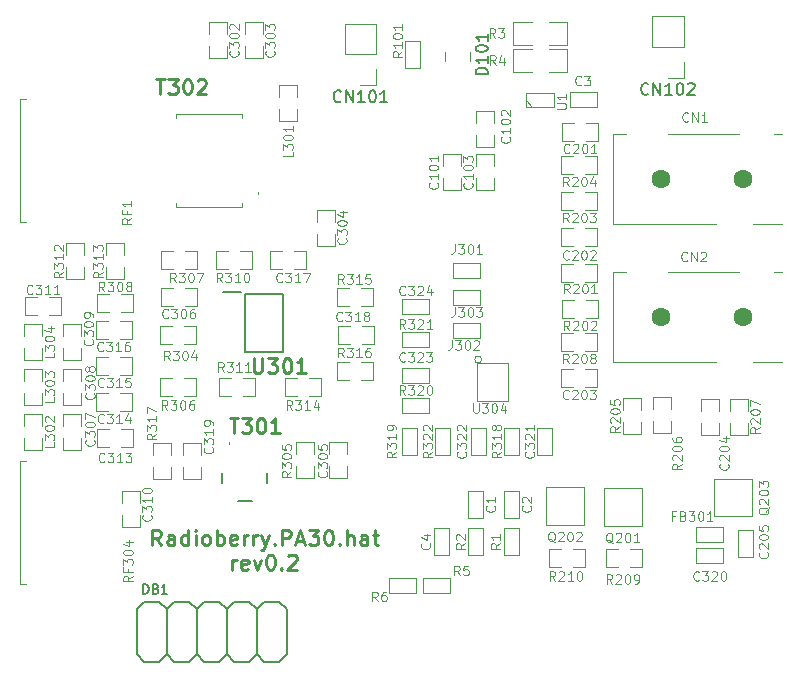
<source format=gto>
G04 #@! TF.GenerationSoftware,KiCad,Pcbnew,7.0.8*
G04 #@! TF.CreationDate,2024-10-23T16:16:12+09:00*
G04 #@! TF.ProjectId,hat.pa30,6861742e-7061-4333-902e-6b696361645f,rev?*
G04 #@! TF.SameCoordinates,Original*
G04 #@! TF.FileFunction,Legend,Top*
G04 #@! TF.FilePolarity,Positive*
%FSLAX46Y46*%
G04 Gerber Fmt 4.6, Leading zero omitted, Abs format (unit mm)*
G04 Created by KiCad (PCBNEW 7.0.8) date 2024-10-23 16:16:12*
%MOMM*%
%LPD*%
G01*
G04 APERTURE LIST*
%ADD10C,0.250000*%
%ADD11C,0.254000*%
%ADD12C,0.100000*%
%ADD13C,0.150000*%
%ADD14C,0.127000*%
%ADD15C,0.200000*%
%ADD16C,0.120000*%
%ADD17C,0.152400*%
%ADD18C,1.600000*%
G04 APERTURE END LIST*
D10*
X128558429Y-120289904D02*
X128125096Y-119670857D01*
X127815572Y-120289904D02*
X127815572Y-118989904D01*
X127815572Y-118989904D02*
X128310810Y-118989904D01*
X128310810Y-118989904D02*
X128434620Y-119051809D01*
X128434620Y-119051809D02*
X128496525Y-119113714D01*
X128496525Y-119113714D02*
X128558429Y-119237523D01*
X128558429Y-119237523D02*
X128558429Y-119423238D01*
X128558429Y-119423238D02*
X128496525Y-119547047D01*
X128496525Y-119547047D02*
X128434620Y-119608952D01*
X128434620Y-119608952D02*
X128310810Y-119670857D01*
X128310810Y-119670857D02*
X127815572Y-119670857D01*
X129672715Y-120289904D02*
X129672715Y-119608952D01*
X129672715Y-119608952D02*
X129610810Y-119485142D01*
X129610810Y-119485142D02*
X129487001Y-119423238D01*
X129487001Y-119423238D02*
X129239382Y-119423238D01*
X129239382Y-119423238D02*
X129115572Y-119485142D01*
X129672715Y-120228000D02*
X129548906Y-120289904D01*
X129548906Y-120289904D02*
X129239382Y-120289904D01*
X129239382Y-120289904D02*
X129115572Y-120228000D01*
X129115572Y-120228000D02*
X129053668Y-120104190D01*
X129053668Y-120104190D02*
X129053668Y-119980380D01*
X129053668Y-119980380D02*
X129115572Y-119856571D01*
X129115572Y-119856571D02*
X129239382Y-119794666D01*
X129239382Y-119794666D02*
X129548906Y-119794666D01*
X129548906Y-119794666D02*
X129672715Y-119732761D01*
X130848905Y-120289904D02*
X130848905Y-118989904D01*
X130848905Y-120228000D02*
X130725096Y-120289904D01*
X130725096Y-120289904D02*
X130477477Y-120289904D01*
X130477477Y-120289904D02*
X130353667Y-120228000D01*
X130353667Y-120228000D02*
X130291762Y-120166095D01*
X130291762Y-120166095D02*
X130229858Y-120042285D01*
X130229858Y-120042285D02*
X130229858Y-119670857D01*
X130229858Y-119670857D02*
X130291762Y-119547047D01*
X130291762Y-119547047D02*
X130353667Y-119485142D01*
X130353667Y-119485142D02*
X130477477Y-119423238D01*
X130477477Y-119423238D02*
X130725096Y-119423238D01*
X130725096Y-119423238D02*
X130848905Y-119485142D01*
X131467952Y-120289904D02*
X131467952Y-119423238D01*
X131467952Y-118989904D02*
X131406048Y-119051809D01*
X131406048Y-119051809D02*
X131467952Y-119113714D01*
X131467952Y-119113714D02*
X131529857Y-119051809D01*
X131529857Y-119051809D02*
X131467952Y-118989904D01*
X131467952Y-118989904D02*
X131467952Y-119113714D01*
X132272715Y-120289904D02*
X132148905Y-120228000D01*
X132148905Y-120228000D02*
X132087000Y-120166095D01*
X132087000Y-120166095D02*
X132025096Y-120042285D01*
X132025096Y-120042285D02*
X132025096Y-119670857D01*
X132025096Y-119670857D02*
X132087000Y-119547047D01*
X132087000Y-119547047D02*
X132148905Y-119485142D01*
X132148905Y-119485142D02*
X132272715Y-119423238D01*
X132272715Y-119423238D02*
X132458429Y-119423238D01*
X132458429Y-119423238D02*
X132582238Y-119485142D01*
X132582238Y-119485142D02*
X132644143Y-119547047D01*
X132644143Y-119547047D02*
X132706048Y-119670857D01*
X132706048Y-119670857D02*
X132706048Y-120042285D01*
X132706048Y-120042285D02*
X132644143Y-120166095D01*
X132644143Y-120166095D02*
X132582238Y-120228000D01*
X132582238Y-120228000D02*
X132458429Y-120289904D01*
X132458429Y-120289904D02*
X132272715Y-120289904D01*
X133263190Y-120289904D02*
X133263190Y-118989904D01*
X133263190Y-119485142D02*
X133387000Y-119423238D01*
X133387000Y-119423238D02*
X133634619Y-119423238D01*
X133634619Y-119423238D02*
X133758428Y-119485142D01*
X133758428Y-119485142D02*
X133820333Y-119547047D01*
X133820333Y-119547047D02*
X133882238Y-119670857D01*
X133882238Y-119670857D02*
X133882238Y-120042285D01*
X133882238Y-120042285D02*
X133820333Y-120166095D01*
X133820333Y-120166095D02*
X133758428Y-120228000D01*
X133758428Y-120228000D02*
X133634619Y-120289904D01*
X133634619Y-120289904D02*
X133387000Y-120289904D01*
X133387000Y-120289904D02*
X133263190Y-120228000D01*
X134934618Y-120228000D02*
X134810809Y-120289904D01*
X134810809Y-120289904D02*
X134563190Y-120289904D01*
X134563190Y-120289904D02*
X134439380Y-120228000D01*
X134439380Y-120228000D02*
X134377476Y-120104190D01*
X134377476Y-120104190D02*
X134377476Y-119608952D01*
X134377476Y-119608952D02*
X134439380Y-119485142D01*
X134439380Y-119485142D02*
X134563190Y-119423238D01*
X134563190Y-119423238D02*
X134810809Y-119423238D01*
X134810809Y-119423238D02*
X134934618Y-119485142D01*
X134934618Y-119485142D02*
X134996523Y-119608952D01*
X134996523Y-119608952D02*
X134996523Y-119732761D01*
X134996523Y-119732761D02*
X134377476Y-119856571D01*
X135553666Y-120289904D02*
X135553666Y-119423238D01*
X135553666Y-119670857D02*
X135615571Y-119547047D01*
X135615571Y-119547047D02*
X135677476Y-119485142D01*
X135677476Y-119485142D02*
X135801285Y-119423238D01*
X135801285Y-119423238D02*
X135925095Y-119423238D01*
X136358428Y-120289904D02*
X136358428Y-119423238D01*
X136358428Y-119670857D02*
X136420333Y-119547047D01*
X136420333Y-119547047D02*
X136482238Y-119485142D01*
X136482238Y-119485142D02*
X136606047Y-119423238D01*
X136606047Y-119423238D02*
X136729857Y-119423238D01*
X137039381Y-119423238D02*
X137348905Y-120289904D01*
X137658428Y-119423238D02*
X137348905Y-120289904D01*
X137348905Y-120289904D02*
X137225095Y-120599428D01*
X137225095Y-120599428D02*
X137163190Y-120661333D01*
X137163190Y-120661333D02*
X137039381Y-120723238D01*
X138153666Y-120166095D02*
X138215571Y-120228000D01*
X138215571Y-120228000D02*
X138153666Y-120289904D01*
X138153666Y-120289904D02*
X138091762Y-120228000D01*
X138091762Y-120228000D02*
X138153666Y-120166095D01*
X138153666Y-120166095D02*
X138153666Y-120289904D01*
X138772714Y-120289904D02*
X138772714Y-118989904D01*
X138772714Y-118989904D02*
X139267952Y-118989904D01*
X139267952Y-118989904D02*
X139391762Y-119051809D01*
X139391762Y-119051809D02*
X139453667Y-119113714D01*
X139453667Y-119113714D02*
X139515571Y-119237523D01*
X139515571Y-119237523D02*
X139515571Y-119423238D01*
X139515571Y-119423238D02*
X139453667Y-119547047D01*
X139453667Y-119547047D02*
X139391762Y-119608952D01*
X139391762Y-119608952D02*
X139267952Y-119670857D01*
X139267952Y-119670857D02*
X138772714Y-119670857D01*
X140010810Y-119918476D02*
X140629857Y-119918476D01*
X139887000Y-120289904D02*
X140320333Y-118989904D01*
X140320333Y-118989904D02*
X140753667Y-120289904D01*
X141063191Y-118989904D02*
X141867953Y-118989904D01*
X141867953Y-118989904D02*
X141434619Y-119485142D01*
X141434619Y-119485142D02*
X141620334Y-119485142D01*
X141620334Y-119485142D02*
X141744143Y-119547047D01*
X141744143Y-119547047D02*
X141806048Y-119608952D01*
X141806048Y-119608952D02*
X141867953Y-119732761D01*
X141867953Y-119732761D02*
X141867953Y-120042285D01*
X141867953Y-120042285D02*
X141806048Y-120166095D01*
X141806048Y-120166095D02*
X141744143Y-120228000D01*
X141744143Y-120228000D02*
X141620334Y-120289904D01*
X141620334Y-120289904D02*
X141248905Y-120289904D01*
X141248905Y-120289904D02*
X141125096Y-120228000D01*
X141125096Y-120228000D02*
X141063191Y-120166095D01*
X142672714Y-118989904D02*
X142796524Y-118989904D01*
X142796524Y-118989904D02*
X142920333Y-119051809D01*
X142920333Y-119051809D02*
X142982238Y-119113714D01*
X142982238Y-119113714D02*
X143044143Y-119237523D01*
X143044143Y-119237523D02*
X143106048Y-119485142D01*
X143106048Y-119485142D02*
X143106048Y-119794666D01*
X143106048Y-119794666D02*
X143044143Y-120042285D01*
X143044143Y-120042285D02*
X142982238Y-120166095D01*
X142982238Y-120166095D02*
X142920333Y-120228000D01*
X142920333Y-120228000D02*
X142796524Y-120289904D01*
X142796524Y-120289904D02*
X142672714Y-120289904D01*
X142672714Y-120289904D02*
X142548905Y-120228000D01*
X142548905Y-120228000D02*
X142487000Y-120166095D01*
X142487000Y-120166095D02*
X142425095Y-120042285D01*
X142425095Y-120042285D02*
X142363191Y-119794666D01*
X142363191Y-119794666D02*
X142363191Y-119485142D01*
X142363191Y-119485142D02*
X142425095Y-119237523D01*
X142425095Y-119237523D02*
X142487000Y-119113714D01*
X142487000Y-119113714D02*
X142548905Y-119051809D01*
X142548905Y-119051809D02*
X142672714Y-118989904D01*
X143663190Y-120166095D02*
X143725095Y-120228000D01*
X143725095Y-120228000D02*
X143663190Y-120289904D01*
X143663190Y-120289904D02*
X143601286Y-120228000D01*
X143601286Y-120228000D02*
X143663190Y-120166095D01*
X143663190Y-120166095D02*
X143663190Y-120289904D01*
X144282238Y-120289904D02*
X144282238Y-118989904D01*
X144839381Y-120289904D02*
X144839381Y-119608952D01*
X144839381Y-119608952D02*
X144777476Y-119485142D01*
X144777476Y-119485142D02*
X144653667Y-119423238D01*
X144653667Y-119423238D02*
X144467953Y-119423238D01*
X144467953Y-119423238D02*
X144344143Y-119485142D01*
X144344143Y-119485142D02*
X144282238Y-119547047D01*
X146015571Y-120289904D02*
X146015571Y-119608952D01*
X146015571Y-119608952D02*
X145953666Y-119485142D01*
X145953666Y-119485142D02*
X145829857Y-119423238D01*
X145829857Y-119423238D02*
X145582238Y-119423238D01*
X145582238Y-119423238D02*
X145458428Y-119485142D01*
X146015571Y-120228000D02*
X145891762Y-120289904D01*
X145891762Y-120289904D02*
X145582238Y-120289904D01*
X145582238Y-120289904D02*
X145458428Y-120228000D01*
X145458428Y-120228000D02*
X145396524Y-120104190D01*
X145396524Y-120104190D02*
X145396524Y-119980380D01*
X145396524Y-119980380D02*
X145458428Y-119856571D01*
X145458428Y-119856571D02*
X145582238Y-119794666D01*
X145582238Y-119794666D02*
X145891762Y-119794666D01*
X145891762Y-119794666D02*
X146015571Y-119732761D01*
X146448904Y-119423238D02*
X146944142Y-119423238D01*
X146634618Y-118989904D02*
X146634618Y-120104190D01*
X146634618Y-120104190D02*
X146696523Y-120228000D01*
X146696523Y-120228000D02*
X146820333Y-120289904D01*
X146820333Y-120289904D02*
X146944142Y-120289904D01*
X134594142Y-122382904D02*
X134594142Y-121516238D01*
X134594142Y-121763857D02*
X134656047Y-121640047D01*
X134656047Y-121640047D02*
X134717952Y-121578142D01*
X134717952Y-121578142D02*
X134841761Y-121516238D01*
X134841761Y-121516238D02*
X134965571Y-121516238D01*
X135894142Y-122321000D02*
X135770333Y-122382904D01*
X135770333Y-122382904D02*
X135522714Y-122382904D01*
X135522714Y-122382904D02*
X135398904Y-122321000D01*
X135398904Y-122321000D02*
X135337000Y-122197190D01*
X135337000Y-122197190D02*
X135337000Y-121701952D01*
X135337000Y-121701952D02*
X135398904Y-121578142D01*
X135398904Y-121578142D02*
X135522714Y-121516238D01*
X135522714Y-121516238D02*
X135770333Y-121516238D01*
X135770333Y-121516238D02*
X135894142Y-121578142D01*
X135894142Y-121578142D02*
X135956047Y-121701952D01*
X135956047Y-121701952D02*
X135956047Y-121825761D01*
X135956047Y-121825761D02*
X135337000Y-121949571D01*
X136389381Y-121516238D02*
X136698905Y-122382904D01*
X136698905Y-122382904D02*
X137008428Y-121516238D01*
X137751285Y-121082904D02*
X137875095Y-121082904D01*
X137875095Y-121082904D02*
X137998904Y-121144809D01*
X137998904Y-121144809D02*
X138060809Y-121206714D01*
X138060809Y-121206714D02*
X138122714Y-121330523D01*
X138122714Y-121330523D02*
X138184619Y-121578142D01*
X138184619Y-121578142D02*
X138184619Y-121887666D01*
X138184619Y-121887666D02*
X138122714Y-122135285D01*
X138122714Y-122135285D02*
X138060809Y-122259095D01*
X138060809Y-122259095D02*
X137998904Y-122321000D01*
X137998904Y-122321000D02*
X137875095Y-122382904D01*
X137875095Y-122382904D02*
X137751285Y-122382904D01*
X137751285Y-122382904D02*
X137627476Y-122321000D01*
X137627476Y-122321000D02*
X137565571Y-122259095D01*
X137565571Y-122259095D02*
X137503666Y-122135285D01*
X137503666Y-122135285D02*
X137441762Y-121887666D01*
X137441762Y-121887666D02*
X137441762Y-121578142D01*
X137441762Y-121578142D02*
X137503666Y-121330523D01*
X137503666Y-121330523D02*
X137565571Y-121206714D01*
X137565571Y-121206714D02*
X137627476Y-121144809D01*
X137627476Y-121144809D02*
X137751285Y-121082904D01*
X138741761Y-122259095D02*
X138803666Y-122321000D01*
X138803666Y-122321000D02*
X138741761Y-122382904D01*
X138741761Y-122382904D02*
X138679857Y-122321000D01*
X138679857Y-122321000D02*
X138741761Y-122259095D01*
X138741761Y-122259095D02*
X138741761Y-122382904D01*
X139298905Y-121206714D02*
X139360809Y-121144809D01*
X139360809Y-121144809D02*
X139484619Y-121082904D01*
X139484619Y-121082904D02*
X139794143Y-121082904D01*
X139794143Y-121082904D02*
X139917952Y-121144809D01*
X139917952Y-121144809D02*
X139979857Y-121206714D01*
X139979857Y-121206714D02*
X140041762Y-121330523D01*
X140041762Y-121330523D02*
X140041762Y-121454333D01*
X140041762Y-121454333D02*
X139979857Y-121640047D01*
X139979857Y-121640047D02*
X139237000Y-122382904D01*
X139237000Y-122382904D02*
X140041762Y-122382904D01*
D11*
X134347857Y-109540318D02*
X135073571Y-109540318D01*
X134710714Y-110810318D02*
X134710714Y-109540318D01*
X135375952Y-109540318D02*
X136162143Y-109540318D01*
X136162143Y-109540318D02*
X135738809Y-110024127D01*
X135738809Y-110024127D02*
X135920238Y-110024127D01*
X135920238Y-110024127D02*
X136041190Y-110084603D01*
X136041190Y-110084603D02*
X136101666Y-110145080D01*
X136101666Y-110145080D02*
X136162143Y-110266032D01*
X136162143Y-110266032D02*
X136162143Y-110568413D01*
X136162143Y-110568413D02*
X136101666Y-110689365D01*
X136101666Y-110689365D02*
X136041190Y-110749842D01*
X136041190Y-110749842D02*
X135920238Y-110810318D01*
X135920238Y-110810318D02*
X135557381Y-110810318D01*
X135557381Y-110810318D02*
X135436428Y-110749842D01*
X135436428Y-110749842D02*
X135375952Y-110689365D01*
X136948333Y-109540318D02*
X137069286Y-109540318D01*
X137069286Y-109540318D02*
X137190238Y-109600794D01*
X137190238Y-109600794D02*
X137250714Y-109661270D01*
X137250714Y-109661270D02*
X137311190Y-109782222D01*
X137311190Y-109782222D02*
X137371667Y-110024127D01*
X137371667Y-110024127D02*
X137371667Y-110326508D01*
X137371667Y-110326508D02*
X137311190Y-110568413D01*
X137311190Y-110568413D02*
X137250714Y-110689365D01*
X137250714Y-110689365D02*
X137190238Y-110749842D01*
X137190238Y-110749842D02*
X137069286Y-110810318D01*
X137069286Y-110810318D02*
X136948333Y-110810318D01*
X136948333Y-110810318D02*
X136827381Y-110749842D01*
X136827381Y-110749842D02*
X136766905Y-110689365D01*
X136766905Y-110689365D02*
X136706428Y-110568413D01*
X136706428Y-110568413D02*
X136645952Y-110326508D01*
X136645952Y-110326508D02*
X136645952Y-110024127D01*
X136645952Y-110024127D02*
X136706428Y-109782222D01*
X136706428Y-109782222D02*
X136766905Y-109661270D01*
X136766905Y-109661270D02*
X136827381Y-109600794D01*
X136827381Y-109600794D02*
X136948333Y-109540318D01*
X138581191Y-110810318D02*
X137855476Y-110810318D01*
X138218333Y-110810318D02*
X138218333Y-109540318D01*
X138218333Y-109540318D02*
X138097381Y-109721746D01*
X138097381Y-109721746D02*
X137976429Y-109842699D01*
X137976429Y-109842699D02*
X137855476Y-109903175D01*
X128124857Y-80838318D02*
X128850571Y-80838318D01*
X128487714Y-82108318D02*
X128487714Y-80838318D01*
X129152952Y-80838318D02*
X129939143Y-80838318D01*
X129939143Y-80838318D02*
X129515809Y-81322127D01*
X129515809Y-81322127D02*
X129697238Y-81322127D01*
X129697238Y-81322127D02*
X129818190Y-81382603D01*
X129818190Y-81382603D02*
X129878666Y-81443080D01*
X129878666Y-81443080D02*
X129939143Y-81564032D01*
X129939143Y-81564032D02*
X129939143Y-81866413D01*
X129939143Y-81866413D02*
X129878666Y-81987365D01*
X129878666Y-81987365D02*
X129818190Y-82047842D01*
X129818190Y-82047842D02*
X129697238Y-82108318D01*
X129697238Y-82108318D02*
X129334381Y-82108318D01*
X129334381Y-82108318D02*
X129213428Y-82047842D01*
X129213428Y-82047842D02*
X129152952Y-81987365D01*
X130725333Y-80838318D02*
X130846286Y-80838318D01*
X130846286Y-80838318D02*
X130967238Y-80898794D01*
X130967238Y-80898794D02*
X131027714Y-80959270D01*
X131027714Y-80959270D02*
X131088190Y-81080222D01*
X131088190Y-81080222D02*
X131148667Y-81322127D01*
X131148667Y-81322127D02*
X131148667Y-81624508D01*
X131148667Y-81624508D02*
X131088190Y-81866413D01*
X131088190Y-81866413D02*
X131027714Y-81987365D01*
X131027714Y-81987365D02*
X130967238Y-82047842D01*
X130967238Y-82047842D02*
X130846286Y-82108318D01*
X130846286Y-82108318D02*
X130725333Y-82108318D01*
X130725333Y-82108318D02*
X130604381Y-82047842D01*
X130604381Y-82047842D02*
X130543905Y-81987365D01*
X130543905Y-81987365D02*
X130483428Y-81866413D01*
X130483428Y-81866413D02*
X130422952Y-81624508D01*
X130422952Y-81624508D02*
X130422952Y-81322127D01*
X130422952Y-81322127D02*
X130483428Y-81080222D01*
X130483428Y-81080222D02*
X130543905Y-80959270D01*
X130543905Y-80959270D02*
X130604381Y-80898794D01*
X130604381Y-80898794D02*
X130725333Y-80838318D01*
X131632476Y-80959270D02*
X131692952Y-80898794D01*
X131692952Y-80898794D02*
X131813905Y-80838318D01*
X131813905Y-80838318D02*
X132116286Y-80838318D01*
X132116286Y-80838318D02*
X132237238Y-80898794D01*
X132237238Y-80898794D02*
X132297714Y-80959270D01*
X132297714Y-80959270D02*
X132358191Y-81080222D01*
X132358191Y-81080222D02*
X132358191Y-81201175D01*
X132358191Y-81201175D02*
X132297714Y-81382603D01*
X132297714Y-81382603D02*
X131572000Y-82108318D01*
X131572000Y-82108318D02*
X132358191Y-82108318D01*
D12*
X160054704Y-112401237D02*
X160092800Y-112439333D01*
X160092800Y-112439333D02*
X160130895Y-112553618D01*
X160130895Y-112553618D02*
X160130895Y-112629809D01*
X160130895Y-112629809D02*
X160092800Y-112744095D01*
X160092800Y-112744095D02*
X160016609Y-112820285D01*
X160016609Y-112820285D02*
X159940419Y-112858380D01*
X159940419Y-112858380D02*
X159788038Y-112896476D01*
X159788038Y-112896476D02*
X159673752Y-112896476D01*
X159673752Y-112896476D02*
X159521371Y-112858380D01*
X159521371Y-112858380D02*
X159445180Y-112820285D01*
X159445180Y-112820285D02*
X159368990Y-112744095D01*
X159368990Y-112744095D02*
X159330895Y-112629809D01*
X159330895Y-112629809D02*
X159330895Y-112553618D01*
X159330895Y-112553618D02*
X159368990Y-112439333D01*
X159368990Y-112439333D02*
X159407085Y-112401237D01*
X159330895Y-112134571D02*
X159330895Y-111639333D01*
X159330895Y-111639333D02*
X159635657Y-111905999D01*
X159635657Y-111905999D02*
X159635657Y-111791714D01*
X159635657Y-111791714D02*
X159673752Y-111715523D01*
X159673752Y-111715523D02*
X159711847Y-111677428D01*
X159711847Y-111677428D02*
X159788038Y-111639333D01*
X159788038Y-111639333D02*
X159978514Y-111639333D01*
X159978514Y-111639333D02*
X160054704Y-111677428D01*
X160054704Y-111677428D02*
X160092800Y-111715523D01*
X160092800Y-111715523D02*
X160130895Y-111791714D01*
X160130895Y-111791714D02*
X160130895Y-112020285D01*
X160130895Y-112020285D02*
X160092800Y-112096476D01*
X160092800Y-112096476D02*
X160054704Y-112134571D01*
X159407085Y-111334571D02*
X159368990Y-111296475D01*
X159368990Y-111296475D02*
X159330895Y-111220285D01*
X159330895Y-111220285D02*
X159330895Y-111029809D01*
X159330895Y-111029809D02*
X159368990Y-110953618D01*
X159368990Y-110953618D02*
X159407085Y-110915523D01*
X159407085Y-110915523D02*
X159483276Y-110877428D01*
X159483276Y-110877428D02*
X159559466Y-110877428D01*
X159559466Y-110877428D02*
X159673752Y-110915523D01*
X159673752Y-110915523D02*
X160130895Y-111372666D01*
X160130895Y-111372666D02*
X160130895Y-110877428D01*
X160130895Y-110115523D02*
X160130895Y-110572666D01*
X160130895Y-110344094D02*
X159330895Y-110344094D01*
X159330895Y-110344094D02*
X159445180Y-110420285D01*
X159445180Y-110420285D02*
X159521371Y-110496475D01*
X159521371Y-110496475D02*
X159559466Y-110572666D01*
X133854762Y-105614895D02*
X133588095Y-105233942D01*
X133397619Y-105614895D02*
X133397619Y-104814895D01*
X133397619Y-104814895D02*
X133702381Y-104814895D01*
X133702381Y-104814895D02*
X133778571Y-104852990D01*
X133778571Y-104852990D02*
X133816666Y-104891085D01*
X133816666Y-104891085D02*
X133854762Y-104967276D01*
X133854762Y-104967276D02*
X133854762Y-105081561D01*
X133854762Y-105081561D02*
X133816666Y-105157752D01*
X133816666Y-105157752D02*
X133778571Y-105195847D01*
X133778571Y-105195847D02*
X133702381Y-105233942D01*
X133702381Y-105233942D02*
X133397619Y-105233942D01*
X134121428Y-104814895D02*
X134616666Y-104814895D01*
X134616666Y-104814895D02*
X134350000Y-105119657D01*
X134350000Y-105119657D02*
X134464285Y-105119657D01*
X134464285Y-105119657D02*
X134540476Y-105157752D01*
X134540476Y-105157752D02*
X134578571Y-105195847D01*
X134578571Y-105195847D02*
X134616666Y-105272038D01*
X134616666Y-105272038D02*
X134616666Y-105462514D01*
X134616666Y-105462514D02*
X134578571Y-105538704D01*
X134578571Y-105538704D02*
X134540476Y-105576800D01*
X134540476Y-105576800D02*
X134464285Y-105614895D01*
X134464285Y-105614895D02*
X134235714Y-105614895D01*
X134235714Y-105614895D02*
X134159523Y-105576800D01*
X134159523Y-105576800D02*
X134121428Y-105538704D01*
X135378571Y-105614895D02*
X134921428Y-105614895D01*
X135150000Y-105614895D02*
X135150000Y-104814895D01*
X135150000Y-104814895D02*
X135073809Y-104929180D01*
X135073809Y-104929180D02*
X134997619Y-105005371D01*
X134997619Y-105005371D02*
X134921428Y-105043466D01*
X136140476Y-105614895D02*
X135683333Y-105614895D01*
X135911905Y-105614895D02*
X135911905Y-104814895D01*
X135911905Y-104814895D02*
X135835714Y-104929180D01*
X135835714Y-104929180D02*
X135759524Y-105005371D01*
X135759524Y-105005371D02*
X135683333Y-105043466D01*
X153403428Y-100148895D02*
X153403428Y-100720323D01*
X153403428Y-100720323D02*
X153365333Y-100834609D01*
X153365333Y-100834609D02*
X153289142Y-100910800D01*
X153289142Y-100910800D02*
X153174857Y-100948895D01*
X153174857Y-100948895D02*
X153098666Y-100948895D01*
X153708190Y-100148895D02*
X154203428Y-100148895D01*
X154203428Y-100148895D02*
X153936762Y-100453657D01*
X153936762Y-100453657D02*
X154051047Y-100453657D01*
X154051047Y-100453657D02*
X154127238Y-100491752D01*
X154127238Y-100491752D02*
X154165333Y-100529847D01*
X154165333Y-100529847D02*
X154203428Y-100606038D01*
X154203428Y-100606038D02*
X154203428Y-100796514D01*
X154203428Y-100796514D02*
X154165333Y-100872704D01*
X154165333Y-100872704D02*
X154127238Y-100910800D01*
X154127238Y-100910800D02*
X154051047Y-100948895D01*
X154051047Y-100948895D02*
X153822476Y-100948895D01*
X153822476Y-100948895D02*
X153746285Y-100910800D01*
X153746285Y-100910800D02*
X153708190Y-100872704D01*
X154698667Y-100148895D02*
X154774857Y-100148895D01*
X154774857Y-100148895D02*
X154851048Y-100186990D01*
X154851048Y-100186990D02*
X154889143Y-100225085D01*
X154889143Y-100225085D02*
X154927238Y-100301276D01*
X154927238Y-100301276D02*
X154965333Y-100453657D01*
X154965333Y-100453657D02*
X154965333Y-100644133D01*
X154965333Y-100644133D02*
X154927238Y-100796514D01*
X154927238Y-100796514D02*
X154889143Y-100872704D01*
X154889143Y-100872704D02*
X154851048Y-100910800D01*
X154851048Y-100910800D02*
X154774857Y-100948895D01*
X154774857Y-100948895D02*
X154698667Y-100948895D01*
X154698667Y-100948895D02*
X154622476Y-100910800D01*
X154622476Y-100910800D02*
X154584381Y-100872704D01*
X154584381Y-100872704D02*
X154546286Y-100796514D01*
X154546286Y-100796514D02*
X154508190Y-100644133D01*
X154508190Y-100644133D02*
X154508190Y-100453657D01*
X154508190Y-100453657D02*
X154546286Y-100301276D01*
X154546286Y-100301276D02*
X154584381Y-100225085D01*
X154584381Y-100225085D02*
X154622476Y-100186990D01*
X154622476Y-100186990D02*
X154698667Y-100148895D01*
X155232000Y-100148895D02*
X155727238Y-100148895D01*
X155727238Y-100148895D02*
X155460572Y-100453657D01*
X155460572Y-100453657D02*
X155574857Y-100453657D01*
X155574857Y-100453657D02*
X155651048Y-100491752D01*
X155651048Y-100491752D02*
X155689143Y-100529847D01*
X155689143Y-100529847D02*
X155727238Y-100606038D01*
X155727238Y-100606038D02*
X155727238Y-100796514D01*
X155727238Y-100796514D02*
X155689143Y-100872704D01*
X155689143Y-100872704D02*
X155651048Y-100910800D01*
X155651048Y-100910800D02*
X155574857Y-100948895D01*
X155574857Y-100948895D02*
X155346286Y-100948895D01*
X155346286Y-100948895D02*
X155270095Y-100910800D01*
X155270095Y-100910800D02*
X155232000Y-100872704D01*
X156866667Y-79612895D02*
X156600000Y-79231942D01*
X156409524Y-79612895D02*
X156409524Y-78812895D01*
X156409524Y-78812895D02*
X156714286Y-78812895D01*
X156714286Y-78812895D02*
X156790476Y-78850990D01*
X156790476Y-78850990D02*
X156828571Y-78889085D01*
X156828571Y-78889085D02*
X156866667Y-78965276D01*
X156866667Y-78965276D02*
X156866667Y-79079561D01*
X156866667Y-79079561D02*
X156828571Y-79155752D01*
X156828571Y-79155752D02*
X156790476Y-79193847D01*
X156790476Y-79193847D02*
X156714286Y-79231942D01*
X156714286Y-79231942D02*
X156409524Y-79231942D01*
X157552381Y-79079561D02*
X157552381Y-79612895D01*
X157361905Y-78774800D02*
X157171428Y-79346228D01*
X157171428Y-79346228D02*
X157666667Y-79346228D01*
X173084619Y-96165704D02*
X173046523Y-96203800D01*
X173046523Y-96203800D02*
X172932238Y-96241895D01*
X172932238Y-96241895D02*
X172856047Y-96241895D01*
X172856047Y-96241895D02*
X172741761Y-96203800D01*
X172741761Y-96203800D02*
X172665571Y-96127609D01*
X172665571Y-96127609D02*
X172627476Y-96051419D01*
X172627476Y-96051419D02*
X172589380Y-95899038D01*
X172589380Y-95899038D02*
X172589380Y-95784752D01*
X172589380Y-95784752D02*
X172627476Y-95632371D01*
X172627476Y-95632371D02*
X172665571Y-95556180D01*
X172665571Y-95556180D02*
X172741761Y-95479990D01*
X172741761Y-95479990D02*
X172856047Y-95441895D01*
X172856047Y-95441895D02*
X172932238Y-95441895D01*
X172932238Y-95441895D02*
X173046523Y-95479990D01*
X173046523Y-95479990D02*
X173084619Y-95518085D01*
X173427476Y-96241895D02*
X173427476Y-95441895D01*
X173427476Y-95441895D02*
X173884619Y-96241895D01*
X173884619Y-96241895D02*
X173884619Y-95441895D01*
X174227475Y-95518085D02*
X174265571Y-95479990D01*
X174265571Y-95479990D02*
X174341761Y-95441895D01*
X174341761Y-95441895D02*
X174532237Y-95441895D01*
X174532237Y-95441895D02*
X174608428Y-95479990D01*
X174608428Y-95479990D02*
X174646523Y-95518085D01*
X174646523Y-95518085D02*
X174684618Y-95594276D01*
X174684618Y-95594276D02*
X174684618Y-95670466D01*
X174684618Y-95670466D02*
X174646523Y-95784752D01*
X174646523Y-95784752D02*
X174189380Y-96241895D01*
X174189380Y-96241895D02*
X174684618Y-96241895D01*
X139556895Y-114052237D02*
X139175942Y-114318904D01*
X139556895Y-114509380D02*
X138756895Y-114509380D01*
X138756895Y-114509380D02*
X138756895Y-114204618D01*
X138756895Y-114204618D02*
X138794990Y-114128428D01*
X138794990Y-114128428D02*
X138833085Y-114090333D01*
X138833085Y-114090333D02*
X138909276Y-114052237D01*
X138909276Y-114052237D02*
X139023561Y-114052237D01*
X139023561Y-114052237D02*
X139099752Y-114090333D01*
X139099752Y-114090333D02*
X139137847Y-114128428D01*
X139137847Y-114128428D02*
X139175942Y-114204618D01*
X139175942Y-114204618D02*
X139175942Y-114509380D01*
X138756895Y-113785571D02*
X138756895Y-113290333D01*
X138756895Y-113290333D02*
X139061657Y-113556999D01*
X139061657Y-113556999D02*
X139061657Y-113442714D01*
X139061657Y-113442714D02*
X139099752Y-113366523D01*
X139099752Y-113366523D02*
X139137847Y-113328428D01*
X139137847Y-113328428D02*
X139214038Y-113290333D01*
X139214038Y-113290333D02*
X139404514Y-113290333D01*
X139404514Y-113290333D02*
X139480704Y-113328428D01*
X139480704Y-113328428D02*
X139518800Y-113366523D01*
X139518800Y-113366523D02*
X139556895Y-113442714D01*
X139556895Y-113442714D02*
X139556895Y-113671285D01*
X139556895Y-113671285D02*
X139518800Y-113747476D01*
X139518800Y-113747476D02*
X139480704Y-113785571D01*
X138756895Y-112795094D02*
X138756895Y-112718904D01*
X138756895Y-112718904D02*
X138794990Y-112642713D01*
X138794990Y-112642713D02*
X138833085Y-112604618D01*
X138833085Y-112604618D02*
X138909276Y-112566523D01*
X138909276Y-112566523D02*
X139061657Y-112528428D01*
X139061657Y-112528428D02*
X139252133Y-112528428D01*
X139252133Y-112528428D02*
X139404514Y-112566523D01*
X139404514Y-112566523D02*
X139480704Y-112604618D01*
X139480704Y-112604618D02*
X139518800Y-112642713D01*
X139518800Y-112642713D02*
X139556895Y-112718904D01*
X139556895Y-112718904D02*
X139556895Y-112795094D01*
X139556895Y-112795094D02*
X139518800Y-112871285D01*
X139518800Y-112871285D02*
X139480704Y-112909380D01*
X139480704Y-112909380D02*
X139404514Y-112947475D01*
X139404514Y-112947475D02*
X139252133Y-112985571D01*
X139252133Y-112985571D02*
X139061657Y-112985571D01*
X139061657Y-112985571D02*
X138909276Y-112947475D01*
X138909276Y-112947475D02*
X138833085Y-112909380D01*
X138833085Y-112909380D02*
X138794990Y-112871285D01*
X138794990Y-112871285D02*
X138756895Y-112795094D01*
X138756895Y-111804618D02*
X138756895Y-112185570D01*
X138756895Y-112185570D02*
X139137847Y-112223666D01*
X139137847Y-112223666D02*
X139099752Y-112185570D01*
X139099752Y-112185570D02*
X139061657Y-112109380D01*
X139061657Y-112109380D02*
X139061657Y-111918904D01*
X139061657Y-111918904D02*
X139099752Y-111842713D01*
X139099752Y-111842713D02*
X139137847Y-111804618D01*
X139137847Y-111804618D02*
X139214038Y-111766523D01*
X139214038Y-111766523D02*
X139404514Y-111766523D01*
X139404514Y-111766523D02*
X139480704Y-111804618D01*
X139480704Y-111804618D02*
X139518800Y-111842713D01*
X139518800Y-111842713D02*
X139556895Y-111918904D01*
X139556895Y-111918904D02*
X139556895Y-112109380D01*
X139556895Y-112109380D02*
X139518800Y-112185570D01*
X139518800Y-112185570D02*
X139480704Y-112223666D01*
X149218762Y-99043704D02*
X149180666Y-99081800D01*
X149180666Y-99081800D02*
X149066381Y-99119895D01*
X149066381Y-99119895D02*
X148990190Y-99119895D01*
X148990190Y-99119895D02*
X148875904Y-99081800D01*
X148875904Y-99081800D02*
X148799714Y-99005609D01*
X148799714Y-99005609D02*
X148761619Y-98929419D01*
X148761619Y-98929419D02*
X148723523Y-98777038D01*
X148723523Y-98777038D02*
X148723523Y-98662752D01*
X148723523Y-98662752D02*
X148761619Y-98510371D01*
X148761619Y-98510371D02*
X148799714Y-98434180D01*
X148799714Y-98434180D02*
X148875904Y-98357990D01*
X148875904Y-98357990D02*
X148990190Y-98319895D01*
X148990190Y-98319895D02*
X149066381Y-98319895D01*
X149066381Y-98319895D02*
X149180666Y-98357990D01*
X149180666Y-98357990D02*
X149218762Y-98396085D01*
X149485428Y-98319895D02*
X149980666Y-98319895D01*
X149980666Y-98319895D02*
X149714000Y-98624657D01*
X149714000Y-98624657D02*
X149828285Y-98624657D01*
X149828285Y-98624657D02*
X149904476Y-98662752D01*
X149904476Y-98662752D02*
X149942571Y-98700847D01*
X149942571Y-98700847D02*
X149980666Y-98777038D01*
X149980666Y-98777038D02*
X149980666Y-98967514D01*
X149980666Y-98967514D02*
X149942571Y-99043704D01*
X149942571Y-99043704D02*
X149904476Y-99081800D01*
X149904476Y-99081800D02*
X149828285Y-99119895D01*
X149828285Y-99119895D02*
X149599714Y-99119895D01*
X149599714Y-99119895D02*
X149523523Y-99081800D01*
X149523523Y-99081800D02*
X149485428Y-99043704D01*
X150285428Y-98396085D02*
X150323524Y-98357990D01*
X150323524Y-98357990D02*
X150399714Y-98319895D01*
X150399714Y-98319895D02*
X150590190Y-98319895D01*
X150590190Y-98319895D02*
X150666381Y-98357990D01*
X150666381Y-98357990D02*
X150704476Y-98396085D01*
X150704476Y-98396085D02*
X150742571Y-98472276D01*
X150742571Y-98472276D02*
X150742571Y-98548466D01*
X150742571Y-98548466D02*
X150704476Y-98662752D01*
X150704476Y-98662752D02*
X150247333Y-99119895D01*
X150247333Y-99119895D02*
X150742571Y-99119895D01*
X151428286Y-98586561D02*
X151428286Y-99119895D01*
X151237810Y-98281800D02*
X151047333Y-98853228D01*
X151047333Y-98853228D02*
X151542572Y-98853228D01*
X123755262Y-113194704D02*
X123717166Y-113232800D01*
X123717166Y-113232800D02*
X123602881Y-113270895D01*
X123602881Y-113270895D02*
X123526690Y-113270895D01*
X123526690Y-113270895D02*
X123412404Y-113232800D01*
X123412404Y-113232800D02*
X123336214Y-113156609D01*
X123336214Y-113156609D02*
X123298119Y-113080419D01*
X123298119Y-113080419D02*
X123260023Y-112928038D01*
X123260023Y-112928038D02*
X123260023Y-112813752D01*
X123260023Y-112813752D02*
X123298119Y-112661371D01*
X123298119Y-112661371D02*
X123336214Y-112585180D01*
X123336214Y-112585180D02*
X123412404Y-112508990D01*
X123412404Y-112508990D02*
X123526690Y-112470895D01*
X123526690Y-112470895D02*
X123602881Y-112470895D01*
X123602881Y-112470895D02*
X123717166Y-112508990D01*
X123717166Y-112508990D02*
X123755262Y-112547085D01*
X124021928Y-112470895D02*
X124517166Y-112470895D01*
X124517166Y-112470895D02*
X124250500Y-112775657D01*
X124250500Y-112775657D02*
X124364785Y-112775657D01*
X124364785Y-112775657D02*
X124440976Y-112813752D01*
X124440976Y-112813752D02*
X124479071Y-112851847D01*
X124479071Y-112851847D02*
X124517166Y-112928038D01*
X124517166Y-112928038D02*
X124517166Y-113118514D01*
X124517166Y-113118514D02*
X124479071Y-113194704D01*
X124479071Y-113194704D02*
X124440976Y-113232800D01*
X124440976Y-113232800D02*
X124364785Y-113270895D01*
X124364785Y-113270895D02*
X124136214Y-113270895D01*
X124136214Y-113270895D02*
X124060023Y-113232800D01*
X124060023Y-113232800D02*
X124021928Y-113194704D01*
X125279071Y-113270895D02*
X124821928Y-113270895D01*
X125050500Y-113270895D02*
X125050500Y-112470895D01*
X125050500Y-112470895D02*
X124974309Y-112585180D01*
X124974309Y-112585180D02*
X124898119Y-112661371D01*
X124898119Y-112661371D02*
X124821928Y-112699466D01*
X125545738Y-112470895D02*
X126040976Y-112470895D01*
X126040976Y-112470895D02*
X125774310Y-112775657D01*
X125774310Y-112775657D02*
X125888595Y-112775657D01*
X125888595Y-112775657D02*
X125964786Y-112813752D01*
X125964786Y-112813752D02*
X126002881Y-112851847D01*
X126002881Y-112851847D02*
X126040976Y-112928038D01*
X126040976Y-112928038D02*
X126040976Y-113118514D01*
X126040976Y-113118514D02*
X126002881Y-113194704D01*
X126002881Y-113194704D02*
X125964786Y-113232800D01*
X125964786Y-113232800D02*
X125888595Y-113270895D01*
X125888595Y-113270895D02*
X125660024Y-113270895D01*
X125660024Y-113270895D02*
X125583833Y-113232800D01*
X125583833Y-113232800D02*
X125545738Y-113194704D01*
X179247395Y-110305737D02*
X178866442Y-110572404D01*
X179247395Y-110762880D02*
X178447395Y-110762880D01*
X178447395Y-110762880D02*
X178447395Y-110458118D01*
X178447395Y-110458118D02*
X178485490Y-110381928D01*
X178485490Y-110381928D02*
X178523585Y-110343833D01*
X178523585Y-110343833D02*
X178599776Y-110305737D01*
X178599776Y-110305737D02*
X178714061Y-110305737D01*
X178714061Y-110305737D02*
X178790252Y-110343833D01*
X178790252Y-110343833D02*
X178828347Y-110381928D01*
X178828347Y-110381928D02*
X178866442Y-110458118D01*
X178866442Y-110458118D02*
X178866442Y-110762880D01*
X178523585Y-110000976D02*
X178485490Y-109962880D01*
X178485490Y-109962880D02*
X178447395Y-109886690D01*
X178447395Y-109886690D02*
X178447395Y-109696214D01*
X178447395Y-109696214D02*
X178485490Y-109620023D01*
X178485490Y-109620023D02*
X178523585Y-109581928D01*
X178523585Y-109581928D02*
X178599776Y-109543833D01*
X178599776Y-109543833D02*
X178675966Y-109543833D01*
X178675966Y-109543833D02*
X178790252Y-109581928D01*
X178790252Y-109581928D02*
X179247395Y-110039071D01*
X179247395Y-110039071D02*
X179247395Y-109543833D01*
X178447395Y-109048594D02*
X178447395Y-108972404D01*
X178447395Y-108972404D02*
X178485490Y-108896213D01*
X178485490Y-108896213D02*
X178523585Y-108858118D01*
X178523585Y-108858118D02*
X178599776Y-108820023D01*
X178599776Y-108820023D02*
X178752157Y-108781928D01*
X178752157Y-108781928D02*
X178942633Y-108781928D01*
X178942633Y-108781928D02*
X179095014Y-108820023D01*
X179095014Y-108820023D02*
X179171204Y-108858118D01*
X179171204Y-108858118D02*
X179209300Y-108896213D01*
X179209300Y-108896213D02*
X179247395Y-108972404D01*
X179247395Y-108972404D02*
X179247395Y-109048594D01*
X179247395Y-109048594D02*
X179209300Y-109124785D01*
X179209300Y-109124785D02*
X179171204Y-109162880D01*
X179171204Y-109162880D02*
X179095014Y-109200975D01*
X179095014Y-109200975D02*
X178942633Y-109239071D01*
X178942633Y-109239071D02*
X178752157Y-109239071D01*
X178752157Y-109239071D02*
X178599776Y-109200975D01*
X178599776Y-109200975D02*
X178523585Y-109162880D01*
X178523585Y-109162880D02*
X178485490Y-109124785D01*
X178485490Y-109124785D02*
X178447395Y-109048594D01*
X178447395Y-108515261D02*
X178447395Y-107981927D01*
X178447395Y-107981927D02*
X179247395Y-108324785D01*
X120249895Y-97161237D02*
X119868942Y-97427904D01*
X120249895Y-97618380D02*
X119449895Y-97618380D01*
X119449895Y-97618380D02*
X119449895Y-97313618D01*
X119449895Y-97313618D02*
X119487990Y-97237428D01*
X119487990Y-97237428D02*
X119526085Y-97199333D01*
X119526085Y-97199333D02*
X119602276Y-97161237D01*
X119602276Y-97161237D02*
X119716561Y-97161237D01*
X119716561Y-97161237D02*
X119792752Y-97199333D01*
X119792752Y-97199333D02*
X119830847Y-97237428D01*
X119830847Y-97237428D02*
X119868942Y-97313618D01*
X119868942Y-97313618D02*
X119868942Y-97618380D01*
X119449895Y-96894571D02*
X119449895Y-96399333D01*
X119449895Y-96399333D02*
X119754657Y-96665999D01*
X119754657Y-96665999D02*
X119754657Y-96551714D01*
X119754657Y-96551714D02*
X119792752Y-96475523D01*
X119792752Y-96475523D02*
X119830847Y-96437428D01*
X119830847Y-96437428D02*
X119907038Y-96399333D01*
X119907038Y-96399333D02*
X120097514Y-96399333D01*
X120097514Y-96399333D02*
X120173704Y-96437428D01*
X120173704Y-96437428D02*
X120211800Y-96475523D01*
X120211800Y-96475523D02*
X120249895Y-96551714D01*
X120249895Y-96551714D02*
X120249895Y-96780285D01*
X120249895Y-96780285D02*
X120211800Y-96856476D01*
X120211800Y-96856476D02*
X120173704Y-96894571D01*
X120249895Y-95637428D02*
X120249895Y-96094571D01*
X120249895Y-95865999D02*
X119449895Y-95865999D01*
X119449895Y-95865999D02*
X119564180Y-95942190D01*
X119564180Y-95942190D02*
X119640371Y-96018380D01*
X119640371Y-96018380D02*
X119678466Y-96094571D01*
X119526085Y-95332666D02*
X119487990Y-95294570D01*
X119487990Y-95294570D02*
X119449895Y-95218380D01*
X119449895Y-95218380D02*
X119449895Y-95027904D01*
X119449895Y-95027904D02*
X119487990Y-94951713D01*
X119487990Y-94951713D02*
X119526085Y-94913618D01*
X119526085Y-94913618D02*
X119602276Y-94875523D01*
X119602276Y-94875523D02*
X119678466Y-94875523D01*
X119678466Y-94875523D02*
X119792752Y-94913618D01*
X119792752Y-94913618D02*
X120249895Y-95370761D01*
X120249895Y-95370761D02*
X120249895Y-94875523D01*
X132876704Y-112020237D02*
X132914800Y-112058333D01*
X132914800Y-112058333D02*
X132952895Y-112172618D01*
X132952895Y-112172618D02*
X132952895Y-112248809D01*
X132952895Y-112248809D02*
X132914800Y-112363095D01*
X132914800Y-112363095D02*
X132838609Y-112439285D01*
X132838609Y-112439285D02*
X132762419Y-112477380D01*
X132762419Y-112477380D02*
X132610038Y-112515476D01*
X132610038Y-112515476D02*
X132495752Y-112515476D01*
X132495752Y-112515476D02*
X132343371Y-112477380D01*
X132343371Y-112477380D02*
X132267180Y-112439285D01*
X132267180Y-112439285D02*
X132190990Y-112363095D01*
X132190990Y-112363095D02*
X132152895Y-112248809D01*
X132152895Y-112248809D02*
X132152895Y-112172618D01*
X132152895Y-112172618D02*
X132190990Y-112058333D01*
X132190990Y-112058333D02*
X132229085Y-112020237D01*
X132152895Y-111753571D02*
X132152895Y-111258333D01*
X132152895Y-111258333D02*
X132457657Y-111524999D01*
X132457657Y-111524999D02*
X132457657Y-111410714D01*
X132457657Y-111410714D02*
X132495752Y-111334523D01*
X132495752Y-111334523D02*
X132533847Y-111296428D01*
X132533847Y-111296428D02*
X132610038Y-111258333D01*
X132610038Y-111258333D02*
X132800514Y-111258333D01*
X132800514Y-111258333D02*
X132876704Y-111296428D01*
X132876704Y-111296428D02*
X132914800Y-111334523D01*
X132914800Y-111334523D02*
X132952895Y-111410714D01*
X132952895Y-111410714D02*
X132952895Y-111639285D01*
X132952895Y-111639285D02*
X132914800Y-111715476D01*
X132914800Y-111715476D02*
X132876704Y-111753571D01*
X132952895Y-110496428D02*
X132952895Y-110953571D01*
X132952895Y-110724999D02*
X132152895Y-110724999D01*
X132152895Y-110724999D02*
X132267180Y-110801190D01*
X132267180Y-110801190D02*
X132343371Y-110877380D01*
X132343371Y-110877380D02*
X132381466Y-110953571D01*
X132952895Y-110115475D02*
X132952895Y-109963094D01*
X132952895Y-109963094D02*
X132914800Y-109886904D01*
X132914800Y-109886904D02*
X132876704Y-109848808D01*
X132876704Y-109848808D02*
X132762419Y-109772618D01*
X132762419Y-109772618D02*
X132610038Y-109734523D01*
X132610038Y-109734523D02*
X132305276Y-109734523D01*
X132305276Y-109734523D02*
X132229085Y-109772618D01*
X132229085Y-109772618D02*
X132190990Y-109810713D01*
X132190990Y-109810713D02*
X132152895Y-109886904D01*
X132152895Y-109886904D02*
X132152895Y-110039285D01*
X132152895Y-110039285D02*
X132190990Y-110115475D01*
X132190990Y-110115475D02*
X132229085Y-110153570D01*
X132229085Y-110153570D02*
X132305276Y-110191666D01*
X132305276Y-110191666D02*
X132495752Y-110191666D01*
X132495752Y-110191666D02*
X132571942Y-110153570D01*
X132571942Y-110153570D02*
X132610038Y-110115475D01*
X132610038Y-110115475D02*
X132648133Y-110039285D01*
X132648133Y-110039285D02*
X132648133Y-109886904D01*
X132648133Y-109886904D02*
X132610038Y-109810713D01*
X132610038Y-109810713D02*
X132571942Y-109772618D01*
X132571942Y-109772618D02*
X132495752Y-109734523D01*
X162064895Y-83350023D02*
X162712514Y-83350023D01*
X162712514Y-83350023D02*
X162788704Y-83311928D01*
X162788704Y-83311928D02*
X162826800Y-83273833D01*
X162826800Y-83273833D02*
X162864895Y-83197642D01*
X162864895Y-83197642D02*
X162864895Y-83045261D01*
X162864895Y-83045261D02*
X162826800Y-82969071D01*
X162826800Y-82969071D02*
X162788704Y-82930976D01*
X162788704Y-82930976D02*
X162712514Y-82892880D01*
X162712514Y-82892880D02*
X162064895Y-82892880D01*
X162864895Y-82092881D02*
X162864895Y-82550024D01*
X162864895Y-82321452D02*
X162064895Y-82321452D01*
X162064895Y-82321452D02*
X162179180Y-82397643D01*
X162179180Y-82397643D02*
X162255371Y-82473833D01*
X162255371Y-82473833D02*
X162293466Y-82550024D01*
X174110762Y-123224704D02*
X174072666Y-123262800D01*
X174072666Y-123262800D02*
X173958381Y-123300895D01*
X173958381Y-123300895D02*
X173882190Y-123300895D01*
X173882190Y-123300895D02*
X173767904Y-123262800D01*
X173767904Y-123262800D02*
X173691714Y-123186609D01*
X173691714Y-123186609D02*
X173653619Y-123110419D01*
X173653619Y-123110419D02*
X173615523Y-122958038D01*
X173615523Y-122958038D02*
X173615523Y-122843752D01*
X173615523Y-122843752D02*
X173653619Y-122691371D01*
X173653619Y-122691371D02*
X173691714Y-122615180D01*
X173691714Y-122615180D02*
X173767904Y-122538990D01*
X173767904Y-122538990D02*
X173882190Y-122500895D01*
X173882190Y-122500895D02*
X173958381Y-122500895D01*
X173958381Y-122500895D02*
X174072666Y-122538990D01*
X174072666Y-122538990D02*
X174110762Y-122577085D01*
X174377428Y-122500895D02*
X174872666Y-122500895D01*
X174872666Y-122500895D02*
X174606000Y-122805657D01*
X174606000Y-122805657D02*
X174720285Y-122805657D01*
X174720285Y-122805657D02*
X174796476Y-122843752D01*
X174796476Y-122843752D02*
X174834571Y-122881847D01*
X174834571Y-122881847D02*
X174872666Y-122958038D01*
X174872666Y-122958038D02*
X174872666Y-123148514D01*
X174872666Y-123148514D02*
X174834571Y-123224704D01*
X174834571Y-123224704D02*
X174796476Y-123262800D01*
X174796476Y-123262800D02*
X174720285Y-123300895D01*
X174720285Y-123300895D02*
X174491714Y-123300895D01*
X174491714Y-123300895D02*
X174415523Y-123262800D01*
X174415523Y-123262800D02*
X174377428Y-123224704D01*
X175177428Y-122577085D02*
X175215524Y-122538990D01*
X175215524Y-122538990D02*
X175291714Y-122500895D01*
X175291714Y-122500895D02*
X175482190Y-122500895D01*
X175482190Y-122500895D02*
X175558381Y-122538990D01*
X175558381Y-122538990D02*
X175596476Y-122577085D01*
X175596476Y-122577085D02*
X175634571Y-122653276D01*
X175634571Y-122653276D02*
X175634571Y-122729466D01*
X175634571Y-122729466D02*
X175596476Y-122843752D01*
X175596476Y-122843752D02*
X175139333Y-123300895D01*
X175139333Y-123300895D02*
X175634571Y-123300895D01*
X176129810Y-122500895D02*
X176206000Y-122500895D01*
X176206000Y-122500895D02*
X176282191Y-122538990D01*
X176282191Y-122538990D02*
X176320286Y-122577085D01*
X176320286Y-122577085D02*
X176358381Y-122653276D01*
X176358381Y-122653276D02*
X176396476Y-122805657D01*
X176396476Y-122805657D02*
X176396476Y-122996133D01*
X176396476Y-122996133D02*
X176358381Y-123148514D01*
X176358381Y-123148514D02*
X176320286Y-123224704D01*
X176320286Y-123224704D02*
X176282191Y-123262800D01*
X176282191Y-123262800D02*
X176206000Y-123300895D01*
X176206000Y-123300895D02*
X176129810Y-123300895D01*
X176129810Y-123300895D02*
X176053619Y-123262800D01*
X176053619Y-123262800D02*
X176015524Y-123224704D01*
X176015524Y-123224704D02*
X175977429Y-123148514D01*
X175977429Y-123148514D02*
X175939333Y-122996133D01*
X175939333Y-122996133D02*
X175939333Y-122805657D01*
X175939333Y-122805657D02*
X175977429Y-122653276D01*
X175977429Y-122653276D02*
X176015524Y-122577085D01*
X176015524Y-122577085D02*
X176053619Y-122538990D01*
X176053619Y-122538990D02*
X176129810Y-122500895D01*
X166744762Y-123554895D02*
X166478095Y-123173942D01*
X166287619Y-123554895D02*
X166287619Y-122754895D01*
X166287619Y-122754895D02*
X166592381Y-122754895D01*
X166592381Y-122754895D02*
X166668571Y-122792990D01*
X166668571Y-122792990D02*
X166706666Y-122831085D01*
X166706666Y-122831085D02*
X166744762Y-122907276D01*
X166744762Y-122907276D02*
X166744762Y-123021561D01*
X166744762Y-123021561D02*
X166706666Y-123097752D01*
X166706666Y-123097752D02*
X166668571Y-123135847D01*
X166668571Y-123135847D02*
X166592381Y-123173942D01*
X166592381Y-123173942D02*
X166287619Y-123173942D01*
X167049523Y-122831085D02*
X167087619Y-122792990D01*
X167087619Y-122792990D02*
X167163809Y-122754895D01*
X167163809Y-122754895D02*
X167354285Y-122754895D01*
X167354285Y-122754895D02*
X167430476Y-122792990D01*
X167430476Y-122792990D02*
X167468571Y-122831085D01*
X167468571Y-122831085D02*
X167506666Y-122907276D01*
X167506666Y-122907276D02*
X167506666Y-122983466D01*
X167506666Y-122983466D02*
X167468571Y-123097752D01*
X167468571Y-123097752D02*
X167011428Y-123554895D01*
X167011428Y-123554895D02*
X167506666Y-123554895D01*
X168001905Y-122754895D02*
X168078095Y-122754895D01*
X168078095Y-122754895D02*
X168154286Y-122792990D01*
X168154286Y-122792990D02*
X168192381Y-122831085D01*
X168192381Y-122831085D02*
X168230476Y-122907276D01*
X168230476Y-122907276D02*
X168268571Y-123059657D01*
X168268571Y-123059657D02*
X168268571Y-123250133D01*
X168268571Y-123250133D02*
X168230476Y-123402514D01*
X168230476Y-123402514D02*
X168192381Y-123478704D01*
X168192381Y-123478704D02*
X168154286Y-123516800D01*
X168154286Y-123516800D02*
X168078095Y-123554895D01*
X168078095Y-123554895D02*
X168001905Y-123554895D01*
X168001905Y-123554895D02*
X167925714Y-123516800D01*
X167925714Y-123516800D02*
X167887619Y-123478704D01*
X167887619Y-123478704D02*
X167849524Y-123402514D01*
X167849524Y-123402514D02*
X167811428Y-123250133D01*
X167811428Y-123250133D02*
X167811428Y-123059657D01*
X167811428Y-123059657D02*
X167849524Y-122907276D01*
X167849524Y-122907276D02*
X167887619Y-122831085D01*
X167887619Y-122831085D02*
X167925714Y-122792990D01*
X167925714Y-122792990D02*
X168001905Y-122754895D01*
X168649524Y-123554895D02*
X168801905Y-123554895D01*
X168801905Y-123554895D02*
X168878095Y-123516800D01*
X168878095Y-123516800D02*
X168916191Y-123478704D01*
X168916191Y-123478704D02*
X168992381Y-123364419D01*
X168992381Y-123364419D02*
X169030476Y-123212038D01*
X169030476Y-123212038D02*
X169030476Y-122907276D01*
X169030476Y-122907276D02*
X168992381Y-122831085D01*
X168992381Y-122831085D02*
X168954286Y-122792990D01*
X168954286Y-122792990D02*
X168878095Y-122754895D01*
X168878095Y-122754895D02*
X168725714Y-122754895D01*
X168725714Y-122754895D02*
X168649524Y-122792990D01*
X168649524Y-122792990D02*
X168611429Y-122831085D01*
X168611429Y-122831085D02*
X168573333Y-122907276D01*
X168573333Y-122907276D02*
X168573333Y-123097752D01*
X168573333Y-123097752D02*
X168611429Y-123173942D01*
X168611429Y-123173942D02*
X168649524Y-123212038D01*
X168649524Y-123212038D02*
X168725714Y-123250133D01*
X168725714Y-123250133D02*
X168878095Y-123250133D01*
X168878095Y-123250133D02*
X168954286Y-123212038D01*
X168954286Y-123212038D02*
X168992381Y-123173942D01*
X168992381Y-123173942D02*
X169030476Y-123097752D01*
X163125262Y-102094895D02*
X162858595Y-101713942D01*
X162668119Y-102094895D02*
X162668119Y-101294895D01*
X162668119Y-101294895D02*
X162972881Y-101294895D01*
X162972881Y-101294895D02*
X163049071Y-101332990D01*
X163049071Y-101332990D02*
X163087166Y-101371085D01*
X163087166Y-101371085D02*
X163125262Y-101447276D01*
X163125262Y-101447276D02*
X163125262Y-101561561D01*
X163125262Y-101561561D02*
X163087166Y-101637752D01*
X163087166Y-101637752D02*
X163049071Y-101675847D01*
X163049071Y-101675847D02*
X162972881Y-101713942D01*
X162972881Y-101713942D02*
X162668119Y-101713942D01*
X163430023Y-101371085D02*
X163468119Y-101332990D01*
X163468119Y-101332990D02*
X163544309Y-101294895D01*
X163544309Y-101294895D02*
X163734785Y-101294895D01*
X163734785Y-101294895D02*
X163810976Y-101332990D01*
X163810976Y-101332990D02*
X163849071Y-101371085D01*
X163849071Y-101371085D02*
X163887166Y-101447276D01*
X163887166Y-101447276D02*
X163887166Y-101523466D01*
X163887166Y-101523466D02*
X163849071Y-101637752D01*
X163849071Y-101637752D02*
X163391928Y-102094895D01*
X163391928Y-102094895D02*
X163887166Y-102094895D01*
X164382405Y-101294895D02*
X164458595Y-101294895D01*
X164458595Y-101294895D02*
X164534786Y-101332990D01*
X164534786Y-101332990D02*
X164572881Y-101371085D01*
X164572881Y-101371085D02*
X164610976Y-101447276D01*
X164610976Y-101447276D02*
X164649071Y-101599657D01*
X164649071Y-101599657D02*
X164649071Y-101790133D01*
X164649071Y-101790133D02*
X164610976Y-101942514D01*
X164610976Y-101942514D02*
X164572881Y-102018704D01*
X164572881Y-102018704D02*
X164534786Y-102056800D01*
X164534786Y-102056800D02*
X164458595Y-102094895D01*
X164458595Y-102094895D02*
X164382405Y-102094895D01*
X164382405Y-102094895D02*
X164306214Y-102056800D01*
X164306214Y-102056800D02*
X164268119Y-102018704D01*
X164268119Y-102018704D02*
X164230024Y-101942514D01*
X164230024Y-101942514D02*
X164191928Y-101790133D01*
X164191928Y-101790133D02*
X164191928Y-101599657D01*
X164191928Y-101599657D02*
X164230024Y-101447276D01*
X164230024Y-101447276D02*
X164268119Y-101371085D01*
X164268119Y-101371085D02*
X164306214Y-101332990D01*
X164306214Y-101332990D02*
X164382405Y-101294895D01*
X164953833Y-101371085D02*
X164991929Y-101332990D01*
X164991929Y-101332990D02*
X165068119Y-101294895D01*
X165068119Y-101294895D02*
X165258595Y-101294895D01*
X165258595Y-101294895D02*
X165334786Y-101332990D01*
X165334786Y-101332990D02*
X165372881Y-101371085D01*
X165372881Y-101371085D02*
X165410976Y-101447276D01*
X165410976Y-101447276D02*
X165410976Y-101523466D01*
X165410976Y-101523466D02*
X165372881Y-101637752D01*
X165372881Y-101637752D02*
X164915738Y-102094895D01*
X164915738Y-102094895D02*
X165410976Y-102094895D01*
X163061762Y-92950895D02*
X162795095Y-92569942D01*
X162604619Y-92950895D02*
X162604619Y-92150895D01*
X162604619Y-92150895D02*
X162909381Y-92150895D01*
X162909381Y-92150895D02*
X162985571Y-92188990D01*
X162985571Y-92188990D02*
X163023666Y-92227085D01*
X163023666Y-92227085D02*
X163061762Y-92303276D01*
X163061762Y-92303276D02*
X163061762Y-92417561D01*
X163061762Y-92417561D02*
X163023666Y-92493752D01*
X163023666Y-92493752D02*
X162985571Y-92531847D01*
X162985571Y-92531847D02*
X162909381Y-92569942D01*
X162909381Y-92569942D02*
X162604619Y-92569942D01*
X163366523Y-92227085D02*
X163404619Y-92188990D01*
X163404619Y-92188990D02*
X163480809Y-92150895D01*
X163480809Y-92150895D02*
X163671285Y-92150895D01*
X163671285Y-92150895D02*
X163747476Y-92188990D01*
X163747476Y-92188990D02*
X163785571Y-92227085D01*
X163785571Y-92227085D02*
X163823666Y-92303276D01*
X163823666Y-92303276D02*
X163823666Y-92379466D01*
X163823666Y-92379466D02*
X163785571Y-92493752D01*
X163785571Y-92493752D02*
X163328428Y-92950895D01*
X163328428Y-92950895D02*
X163823666Y-92950895D01*
X164318905Y-92150895D02*
X164395095Y-92150895D01*
X164395095Y-92150895D02*
X164471286Y-92188990D01*
X164471286Y-92188990D02*
X164509381Y-92227085D01*
X164509381Y-92227085D02*
X164547476Y-92303276D01*
X164547476Y-92303276D02*
X164585571Y-92455657D01*
X164585571Y-92455657D02*
X164585571Y-92646133D01*
X164585571Y-92646133D02*
X164547476Y-92798514D01*
X164547476Y-92798514D02*
X164509381Y-92874704D01*
X164509381Y-92874704D02*
X164471286Y-92912800D01*
X164471286Y-92912800D02*
X164395095Y-92950895D01*
X164395095Y-92950895D02*
X164318905Y-92950895D01*
X164318905Y-92950895D02*
X164242714Y-92912800D01*
X164242714Y-92912800D02*
X164204619Y-92874704D01*
X164204619Y-92874704D02*
X164166524Y-92798514D01*
X164166524Y-92798514D02*
X164128428Y-92646133D01*
X164128428Y-92646133D02*
X164128428Y-92455657D01*
X164128428Y-92455657D02*
X164166524Y-92303276D01*
X164166524Y-92303276D02*
X164204619Y-92227085D01*
X164204619Y-92227085D02*
X164242714Y-92188990D01*
X164242714Y-92188990D02*
X164318905Y-92150895D01*
X164852238Y-92150895D02*
X165347476Y-92150895D01*
X165347476Y-92150895D02*
X165080810Y-92455657D01*
X165080810Y-92455657D02*
X165195095Y-92455657D01*
X165195095Y-92455657D02*
X165271286Y-92493752D01*
X165271286Y-92493752D02*
X165309381Y-92531847D01*
X165309381Y-92531847D02*
X165347476Y-92608038D01*
X165347476Y-92608038D02*
X165347476Y-92798514D01*
X165347476Y-92798514D02*
X165309381Y-92874704D01*
X165309381Y-92874704D02*
X165271286Y-92912800D01*
X165271286Y-92912800D02*
X165195095Y-92950895D01*
X165195095Y-92950895D02*
X164966524Y-92950895D01*
X164966524Y-92950895D02*
X164890333Y-92912800D01*
X164890333Y-92912800D02*
X164852238Y-92874704D01*
X166801904Y-120119085D02*
X166725714Y-120080990D01*
X166725714Y-120080990D02*
X166649523Y-120004800D01*
X166649523Y-120004800D02*
X166535237Y-119890514D01*
X166535237Y-119890514D02*
X166459047Y-119852419D01*
X166459047Y-119852419D02*
X166382856Y-119852419D01*
X166420952Y-120042895D02*
X166344761Y-120004800D01*
X166344761Y-120004800D02*
X166268571Y-119928609D01*
X166268571Y-119928609D02*
X166230475Y-119776228D01*
X166230475Y-119776228D02*
X166230475Y-119509561D01*
X166230475Y-119509561D02*
X166268571Y-119357180D01*
X166268571Y-119357180D02*
X166344761Y-119280990D01*
X166344761Y-119280990D02*
X166420952Y-119242895D01*
X166420952Y-119242895D02*
X166573333Y-119242895D01*
X166573333Y-119242895D02*
X166649523Y-119280990D01*
X166649523Y-119280990D02*
X166725714Y-119357180D01*
X166725714Y-119357180D02*
X166763809Y-119509561D01*
X166763809Y-119509561D02*
X166763809Y-119776228D01*
X166763809Y-119776228D02*
X166725714Y-119928609D01*
X166725714Y-119928609D02*
X166649523Y-120004800D01*
X166649523Y-120004800D02*
X166573333Y-120042895D01*
X166573333Y-120042895D02*
X166420952Y-120042895D01*
X167068570Y-119319085D02*
X167106666Y-119280990D01*
X167106666Y-119280990D02*
X167182856Y-119242895D01*
X167182856Y-119242895D02*
X167373332Y-119242895D01*
X167373332Y-119242895D02*
X167449523Y-119280990D01*
X167449523Y-119280990D02*
X167487618Y-119319085D01*
X167487618Y-119319085D02*
X167525713Y-119395276D01*
X167525713Y-119395276D02*
X167525713Y-119471466D01*
X167525713Y-119471466D02*
X167487618Y-119585752D01*
X167487618Y-119585752D02*
X167030475Y-120042895D01*
X167030475Y-120042895D02*
X167525713Y-120042895D01*
X168020952Y-119242895D02*
X168097142Y-119242895D01*
X168097142Y-119242895D02*
X168173333Y-119280990D01*
X168173333Y-119280990D02*
X168211428Y-119319085D01*
X168211428Y-119319085D02*
X168249523Y-119395276D01*
X168249523Y-119395276D02*
X168287618Y-119547657D01*
X168287618Y-119547657D02*
X168287618Y-119738133D01*
X168287618Y-119738133D02*
X168249523Y-119890514D01*
X168249523Y-119890514D02*
X168211428Y-119966704D01*
X168211428Y-119966704D02*
X168173333Y-120004800D01*
X168173333Y-120004800D02*
X168097142Y-120042895D01*
X168097142Y-120042895D02*
X168020952Y-120042895D01*
X168020952Y-120042895D02*
X167944761Y-120004800D01*
X167944761Y-120004800D02*
X167906666Y-119966704D01*
X167906666Y-119966704D02*
X167868571Y-119890514D01*
X167868571Y-119890514D02*
X167830475Y-119738133D01*
X167830475Y-119738133D02*
X167830475Y-119547657D01*
X167830475Y-119547657D02*
X167868571Y-119395276D01*
X167868571Y-119395276D02*
X167906666Y-119319085D01*
X167906666Y-119319085D02*
X167944761Y-119280990D01*
X167944761Y-119280990D02*
X168020952Y-119242895D01*
X169049523Y-120042895D02*
X168592380Y-120042895D01*
X168820952Y-120042895D02*
X168820952Y-119242895D01*
X168820952Y-119242895D02*
X168744761Y-119357180D01*
X168744761Y-119357180D02*
X168668571Y-119433371D01*
X168668571Y-119433371D02*
X168592380Y-119471466D01*
X126139895Y-122892094D02*
X125758942Y-123158761D01*
X126139895Y-123349237D02*
X125339895Y-123349237D01*
X125339895Y-123349237D02*
X125339895Y-123044475D01*
X125339895Y-123044475D02*
X125377990Y-122968285D01*
X125377990Y-122968285D02*
X125416085Y-122930190D01*
X125416085Y-122930190D02*
X125492276Y-122892094D01*
X125492276Y-122892094D02*
X125606561Y-122892094D01*
X125606561Y-122892094D02*
X125682752Y-122930190D01*
X125682752Y-122930190D02*
X125720847Y-122968285D01*
X125720847Y-122968285D02*
X125758942Y-123044475D01*
X125758942Y-123044475D02*
X125758942Y-123349237D01*
X125720847Y-122282571D02*
X125720847Y-122549237D01*
X126139895Y-122549237D02*
X125339895Y-122549237D01*
X125339895Y-122549237D02*
X125339895Y-122168285D01*
X125339895Y-121939714D02*
X125339895Y-121444476D01*
X125339895Y-121444476D02*
X125644657Y-121711142D01*
X125644657Y-121711142D02*
X125644657Y-121596857D01*
X125644657Y-121596857D02*
X125682752Y-121520666D01*
X125682752Y-121520666D02*
X125720847Y-121482571D01*
X125720847Y-121482571D02*
X125797038Y-121444476D01*
X125797038Y-121444476D02*
X125987514Y-121444476D01*
X125987514Y-121444476D02*
X126063704Y-121482571D01*
X126063704Y-121482571D02*
X126101800Y-121520666D01*
X126101800Y-121520666D02*
X126139895Y-121596857D01*
X126139895Y-121596857D02*
X126139895Y-121825428D01*
X126139895Y-121825428D02*
X126101800Y-121901619D01*
X126101800Y-121901619D02*
X126063704Y-121939714D01*
X125339895Y-120949237D02*
X125339895Y-120873047D01*
X125339895Y-120873047D02*
X125377990Y-120796856D01*
X125377990Y-120796856D02*
X125416085Y-120758761D01*
X125416085Y-120758761D02*
X125492276Y-120720666D01*
X125492276Y-120720666D02*
X125644657Y-120682571D01*
X125644657Y-120682571D02*
X125835133Y-120682571D01*
X125835133Y-120682571D02*
X125987514Y-120720666D01*
X125987514Y-120720666D02*
X126063704Y-120758761D01*
X126063704Y-120758761D02*
X126101800Y-120796856D01*
X126101800Y-120796856D02*
X126139895Y-120873047D01*
X126139895Y-120873047D02*
X126139895Y-120949237D01*
X126139895Y-120949237D02*
X126101800Y-121025428D01*
X126101800Y-121025428D02*
X126063704Y-121063523D01*
X126063704Y-121063523D02*
X125987514Y-121101618D01*
X125987514Y-121101618D02*
X125835133Y-121139714D01*
X125835133Y-121139714D02*
X125644657Y-121139714D01*
X125644657Y-121139714D02*
X125492276Y-121101618D01*
X125492276Y-121101618D02*
X125416085Y-121063523D01*
X125416085Y-121063523D02*
X125377990Y-121025428D01*
X125377990Y-121025428D02*
X125339895Y-120949237D01*
X125606561Y-119996856D02*
X126139895Y-119996856D01*
X125301800Y-120187332D02*
X125873228Y-120377809D01*
X125873228Y-120377809D02*
X125873228Y-119882570D01*
X126039895Y-92603189D02*
X125658942Y-92869856D01*
X126039895Y-93060332D02*
X125239895Y-93060332D01*
X125239895Y-93060332D02*
X125239895Y-92755570D01*
X125239895Y-92755570D02*
X125277990Y-92679380D01*
X125277990Y-92679380D02*
X125316085Y-92641285D01*
X125316085Y-92641285D02*
X125392276Y-92603189D01*
X125392276Y-92603189D02*
X125506561Y-92603189D01*
X125506561Y-92603189D02*
X125582752Y-92641285D01*
X125582752Y-92641285D02*
X125620847Y-92679380D01*
X125620847Y-92679380D02*
X125658942Y-92755570D01*
X125658942Y-92755570D02*
X125658942Y-93060332D01*
X125620847Y-91993666D02*
X125620847Y-92260332D01*
X126039895Y-92260332D02*
X125239895Y-92260332D01*
X125239895Y-92260332D02*
X125239895Y-91879380D01*
X126039895Y-91155571D02*
X126039895Y-91612714D01*
X126039895Y-91384142D02*
X125239895Y-91384142D01*
X125239895Y-91384142D02*
X125354180Y-91460333D01*
X125354180Y-91460333D02*
X125430371Y-91536523D01*
X125430371Y-91536523D02*
X125468466Y-91612714D01*
X129089262Y-108822895D02*
X128822595Y-108441942D01*
X128632119Y-108822895D02*
X128632119Y-108022895D01*
X128632119Y-108022895D02*
X128936881Y-108022895D01*
X128936881Y-108022895D02*
X129013071Y-108060990D01*
X129013071Y-108060990D02*
X129051166Y-108099085D01*
X129051166Y-108099085D02*
X129089262Y-108175276D01*
X129089262Y-108175276D02*
X129089262Y-108289561D01*
X129089262Y-108289561D02*
X129051166Y-108365752D01*
X129051166Y-108365752D02*
X129013071Y-108403847D01*
X129013071Y-108403847D02*
X128936881Y-108441942D01*
X128936881Y-108441942D02*
X128632119Y-108441942D01*
X129355928Y-108022895D02*
X129851166Y-108022895D01*
X129851166Y-108022895D02*
X129584500Y-108327657D01*
X129584500Y-108327657D02*
X129698785Y-108327657D01*
X129698785Y-108327657D02*
X129774976Y-108365752D01*
X129774976Y-108365752D02*
X129813071Y-108403847D01*
X129813071Y-108403847D02*
X129851166Y-108480038D01*
X129851166Y-108480038D02*
X129851166Y-108670514D01*
X129851166Y-108670514D02*
X129813071Y-108746704D01*
X129813071Y-108746704D02*
X129774976Y-108784800D01*
X129774976Y-108784800D02*
X129698785Y-108822895D01*
X129698785Y-108822895D02*
X129470214Y-108822895D01*
X129470214Y-108822895D02*
X129394023Y-108784800D01*
X129394023Y-108784800D02*
X129355928Y-108746704D01*
X130346405Y-108022895D02*
X130422595Y-108022895D01*
X130422595Y-108022895D02*
X130498786Y-108060990D01*
X130498786Y-108060990D02*
X130536881Y-108099085D01*
X130536881Y-108099085D02*
X130574976Y-108175276D01*
X130574976Y-108175276D02*
X130613071Y-108327657D01*
X130613071Y-108327657D02*
X130613071Y-108518133D01*
X130613071Y-108518133D02*
X130574976Y-108670514D01*
X130574976Y-108670514D02*
X130536881Y-108746704D01*
X130536881Y-108746704D02*
X130498786Y-108784800D01*
X130498786Y-108784800D02*
X130422595Y-108822895D01*
X130422595Y-108822895D02*
X130346405Y-108822895D01*
X130346405Y-108822895D02*
X130270214Y-108784800D01*
X130270214Y-108784800D02*
X130232119Y-108746704D01*
X130232119Y-108746704D02*
X130194024Y-108670514D01*
X130194024Y-108670514D02*
X130155928Y-108518133D01*
X130155928Y-108518133D02*
X130155928Y-108327657D01*
X130155928Y-108327657D02*
X130194024Y-108175276D01*
X130194024Y-108175276D02*
X130232119Y-108099085D01*
X130232119Y-108099085D02*
X130270214Y-108060990D01*
X130270214Y-108060990D02*
X130346405Y-108022895D01*
X131298786Y-108022895D02*
X131146405Y-108022895D01*
X131146405Y-108022895D02*
X131070214Y-108060990D01*
X131070214Y-108060990D02*
X131032119Y-108099085D01*
X131032119Y-108099085D02*
X130955929Y-108213371D01*
X130955929Y-108213371D02*
X130917833Y-108365752D01*
X130917833Y-108365752D02*
X130917833Y-108670514D01*
X130917833Y-108670514D02*
X130955929Y-108746704D01*
X130955929Y-108746704D02*
X130994024Y-108784800D01*
X130994024Y-108784800D02*
X131070214Y-108822895D01*
X131070214Y-108822895D02*
X131222595Y-108822895D01*
X131222595Y-108822895D02*
X131298786Y-108784800D01*
X131298786Y-108784800D02*
X131336881Y-108746704D01*
X131336881Y-108746704D02*
X131374976Y-108670514D01*
X131374976Y-108670514D02*
X131374976Y-108480038D01*
X131374976Y-108480038D02*
X131336881Y-108403847D01*
X131336881Y-108403847D02*
X131298786Y-108365752D01*
X131298786Y-108365752D02*
X131222595Y-108327657D01*
X131222595Y-108327657D02*
X131070214Y-108327657D01*
X131070214Y-108327657D02*
X130994024Y-108365752D01*
X130994024Y-108365752D02*
X130955929Y-108403847D01*
X130955929Y-108403847D02*
X130917833Y-108480038D01*
D13*
X156184819Y-80430475D02*
X155184819Y-80430475D01*
X155184819Y-80430475D02*
X155184819Y-80192380D01*
X155184819Y-80192380D02*
X155232438Y-80049523D01*
X155232438Y-80049523D02*
X155327676Y-79954285D01*
X155327676Y-79954285D02*
X155422914Y-79906666D01*
X155422914Y-79906666D02*
X155613390Y-79859047D01*
X155613390Y-79859047D02*
X155756247Y-79859047D01*
X155756247Y-79859047D02*
X155946723Y-79906666D01*
X155946723Y-79906666D02*
X156041961Y-79954285D01*
X156041961Y-79954285D02*
X156137200Y-80049523D01*
X156137200Y-80049523D02*
X156184819Y-80192380D01*
X156184819Y-80192380D02*
X156184819Y-80430475D01*
X156184819Y-78906666D02*
X156184819Y-79478094D01*
X156184819Y-79192380D02*
X155184819Y-79192380D01*
X155184819Y-79192380D02*
X155327676Y-79287618D01*
X155327676Y-79287618D02*
X155422914Y-79382856D01*
X155422914Y-79382856D02*
X155470533Y-79478094D01*
X155184819Y-78287618D02*
X155184819Y-78192380D01*
X155184819Y-78192380D02*
X155232438Y-78097142D01*
X155232438Y-78097142D02*
X155280057Y-78049523D01*
X155280057Y-78049523D02*
X155375295Y-78001904D01*
X155375295Y-78001904D02*
X155565771Y-77954285D01*
X155565771Y-77954285D02*
X155803866Y-77954285D01*
X155803866Y-77954285D02*
X155994342Y-78001904D01*
X155994342Y-78001904D02*
X156089580Y-78049523D01*
X156089580Y-78049523D02*
X156137200Y-78097142D01*
X156137200Y-78097142D02*
X156184819Y-78192380D01*
X156184819Y-78192380D02*
X156184819Y-78287618D01*
X156184819Y-78287618D02*
X156137200Y-78382856D01*
X156137200Y-78382856D02*
X156089580Y-78430475D01*
X156089580Y-78430475D02*
X155994342Y-78478094D01*
X155994342Y-78478094D02*
X155803866Y-78525713D01*
X155803866Y-78525713D02*
X155565771Y-78525713D01*
X155565771Y-78525713D02*
X155375295Y-78478094D01*
X155375295Y-78478094D02*
X155280057Y-78430475D01*
X155280057Y-78430475D02*
X155232438Y-78382856D01*
X155232438Y-78382856D02*
X155184819Y-78287618D01*
X156184819Y-77001904D02*
X156184819Y-77573332D01*
X156184819Y-77287618D02*
X155184819Y-77287618D01*
X155184819Y-77287618D02*
X155327676Y-77382856D01*
X155327676Y-77382856D02*
X155422914Y-77478094D01*
X155422914Y-77478094D02*
X155470533Y-77573332D01*
D12*
X123691762Y-106844704D02*
X123653666Y-106882800D01*
X123653666Y-106882800D02*
X123539381Y-106920895D01*
X123539381Y-106920895D02*
X123463190Y-106920895D01*
X123463190Y-106920895D02*
X123348904Y-106882800D01*
X123348904Y-106882800D02*
X123272714Y-106806609D01*
X123272714Y-106806609D02*
X123234619Y-106730419D01*
X123234619Y-106730419D02*
X123196523Y-106578038D01*
X123196523Y-106578038D02*
X123196523Y-106463752D01*
X123196523Y-106463752D02*
X123234619Y-106311371D01*
X123234619Y-106311371D02*
X123272714Y-106235180D01*
X123272714Y-106235180D02*
X123348904Y-106158990D01*
X123348904Y-106158990D02*
X123463190Y-106120895D01*
X123463190Y-106120895D02*
X123539381Y-106120895D01*
X123539381Y-106120895D02*
X123653666Y-106158990D01*
X123653666Y-106158990D02*
X123691762Y-106197085D01*
X123958428Y-106120895D02*
X124453666Y-106120895D01*
X124453666Y-106120895D02*
X124187000Y-106425657D01*
X124187000Y-106425657D02*
X124301285Y-106425657D01*
X124301285Y-106425657D02*
X124377476Y-106463752D01*
X124377476Y-106463752D02*
X124415571Y-106501847D01*
X124415571Y-106501847D02*
X124453666Y-106578038D01*
X124453666Y-106578038D02*
X124453666Y-106768514D01*
X124453666Y-106768514D02*
X124415571Y-106844704D01*
X124415571Y-106844704D02*
X124377476Y-106882800D01*
X124377476Y-106882800D02*
X124301285Y-106920895D01*
X124301285Y-106920895D02*
X124072714Y-106920895D01*
X124072714Y-106920895D02*
X123996523Y-106882800D01*
X123996523Y-106882800D02*
X123958428Y-106844704D01*
X125215571Y-106920895D02*
X124758428Y-106920895D01*
X124987000Y-106920895D02*
X124987000Y-106120895D01*
X124987000Y-106120895D02*
X124910809Y-106235180D01*
X124910809Y-106235180D02*
X124834619Y-106311371D01*
X124834619Y-106311371D02*
X124758428Y-106349466D01*
X125939381Y-106120895D02*
X125558429Y-106120895D01*
X125558429Y-106120895D02*
X125520333Y-106501847D01*
X125520333Y-106501847D02*
X125558429Y-106463752D01*
X125558429Y-106463752D02*
X125634619Y-106425657D01*
X125634619Y-106425657D02*
X125825095Y-106425657D01*
X125825095Y-106425657D02*
X125901286Y-106463752D01*
X125901286Y-106463752D02*
X125939381Y-106501847D01*
X125939381Y-106501847D02*
X125977476Y-106578038D01*
X125977476Y-106578038D02*
X125977476Y-106768514D01*
X125977476Y-106768514D02*
X125939381Y-106844704D01*
X125939381Y-106844704D02*
X125901286Y-106882800D01*
X125901286Y-106882800D02*
X125825095Y-106920895D01*
X125825095Y-106920895D02*
X125634619Y-106920895D01*
X125634619Y-106920895D02*
X125558429Y-106882800D01*
X125558429Y-106882800D02*
X125520333Y-106844704D01*
X153149428Y-102942895D02*
X153149428Y-103514323D01*
X153149428Y-103514323D02*
X153111333Y-103628609D01*
X153111333Y-103628609D02*
X153035142Y-103704800D01*
X153035142Y-103704800D02*
X152920857Y-103742895D01*
X152920857Y-103742895D02*
X152844666Y-103742895D01*
X153454190Y-102942895D02*
X153949428Y-102942895D01*
X153949428Y-102942895D02*
X153682762Y-103247657D01*
X153682762Y-103247657D02*
X153797047Y-103247657D01*
X153797047Y-103247657D02*
X153873238Y-103285752D01*
X153873238Y-103285752D02*
X153911333Y-103323847D01*
X153911333Y-103323847D02*
X153949428Y-103400038D01*
X153949428Y-103400038D02*
X153949428Y-103590514D01*
X153949428Y-103590514D02*
X153911333Y-103666704D01*
X153911333Y-103666704D02*
X153873238Y-103704800D01*
X153873238Y-103704800D02*
X153797047Y-103742895D01*
X153797047Y-103742895D02*
X153568476Y-103742895D01*
X153568476Y-103742895D02*
X153492285Y-103704800D01*
X153492285Y-103704800D02*
X153454190Y-103666704D01*
X154444667Y-102942895D02*
X154520857Y-102942895D01*
X154520857Y-102942895D02*
X154597048Y-102980990D01*
X154597048Y-102980990D02*
X154635143Y-103019085D01*
X154635143Y-103019085D02*
X154673238Y-103095276D01*
X154673238Y-103095276D02*
X154711333Y-103247657D01*
X154711333Y-103247657D02*
X154711333Y-103438133D01*
X154711333Y-103438133D02*
X154673238Y-103590514D01*
X154673238Y-103590514D02*
X154635143Y-103666704D01*
X154635143Y-103666704D02*
X154597048Y-103704800D01*
X154597048Y-103704800D02*
X154520857Y-103742895D01*
X154520857Y-103742895D02*
X154444667Y-103742895D01*
X154444667Y-103742895D02*
X154368476Y-103704800D01*
X154368476Y-103704800D02*
X154330381Y-103666704D01*
X154330381Y-103666704D02*
X154292286Y-103590514D01*
X154292286Y-103590514D02*
X154254190Y-103438133D01*
X154254190Y-103438133D02*
X154254190Y-103247657D01*
X154254190Y-103247657D02*
X154292286Y-103095276D01*
X154292286Y-103095276D02*
X154330381Y-103019085D01*
X154330381Y-103019085D02*
X154368476Y-102980990D01*
X154368476Y-102980990D02*
X154444667Y-102942895D01*
X155016095Y-103019085D02*
X155054191Y-102980990D01*
X155054191Y-102980990D02*
X155130381Y-102942895D01*
X155130381Y-102942895D02*
X155320857Y-102942895D01*
X155320857Y-102942895D02*
X155397048Y-102980990D01*
X155397048Y-102980990D02*
X155435143Y-103019085D01*
X155435143Y-103019085D02*
X155473238Y-103095276D01*
X155473238Y-103095276D02*
X155473238Y-103171466D01*
X155473238Y-103171466D02*
X155435143Y-103285752D01*
X155435143Y-103285752D02*
X154978000Y-103742895D01*
X154978000Y-103742895D02*
X155473238Y-103742895D01*
X122843704Y-107448237D02*
X122881800Y-107486333D01*
X122881800Y-107486333D02*
X122919895Y-107600618D01*
X122919895Y-107600618D02*
X122919895Y-107676809D01*
X122919895Y-107676809D02*
X122881800Y-107791095D01*
X122881800Y-107791095D02*
X122805609Y-107867285D01*
X122805609Y-107867285D02*
X122729419Y-107905380D01*
X122729419Y-107905380D02*
X122577038Y-107943476D01*
X122577038Y-107943476D02*
X122462752Y-107943476D01*
X122462752Y-107943476D02*
X122310371Y-107905380D01*
X122310371Y-107905380D02*
X122234180Y-107867285D01*
X122234180Y-107867285D02*
X122157990Y-107791095D01*
X122157990Y-107791095D02*
X122119895Y-107676809D01*
X122119895Y-107676809D02*
X122119895Y-107600618D01*
X122119895Y-107600618D02*
X122157990Y-107486333D01*
X122157990Y-107486333D02*
X122196085Y-107448237D01*
X122119895Y-107181571D02*
X122119895Y-106686333D01*
X122119895Y-106686333D02*
X122424657Y-106952999D01*
X122424657Y-106952999D02*
X122424657Y-106838714D01*
X122424657Y-106838714D02*
X122462752Y-106762523D01*
X122462752Y-106762523D02*
X122500847Y-106724428D01*
X122500847Y-106724428D02*
X122577038Y-106686333D01*
X122577038Y-106686333D02*
X122767514Y-106686333D01*
X122767514Y-106686333D02*
X122843704Y-106724428D01*
X122843704Y-106724428D02*
X122881800Y-106762523D01*
X122881800Y-106762523D02*
X122919895Y-106838714D01*
X122919895Y-106838714D02*
X122919895Y-107067285D01*
X122919895Y-107067285D02*
X122881800Y-107143476D01*
X122881800Y-107143476D02*
X122843704Y-107181571D01*
X122119895Y-106191094D02*
X122119895Y-106114904D01*
X122119895Y-106114904D02*
X122157990Y-106038713D01*
X122157990Y-106038713D02*
X122196085Y-106000618D01*
X122196085Y-106000618D02*
X122272276Y-105962523D01*
X122272276Y-105962523D02*
X122424657Y-105924428D01*
X122424657Y-105924428D02*
X122615133Y-105924428D01*
X122615133Y-105924428D02*
X122767514Y-105962523D01*
X122767514Y-105962523D02*
X122843704Y-106000618D01*
X122843704Y-106000618D02*
X122881800Y-106038713D01*
X122881800Y-106038713D02*
X122919895Y-106114904D01*
X122919895Y-106114904D02*
X122919895Y-106191094D01*
X122919895Y-106191094D02*
X122881800Y-106267285D01*
X122881800Y-106267285D02*
X122843704Y-106305380D01*
X122843704Y-106305380D02*
X122767514Y-106343475D01*
X122767514Y-106343475D02*
X122615133Y-106381571D01*
X122615133Y-106381571D02*
X122424657Y-106381571D01*
X122424657Y-106381571D02*
X122272276Y-106343475D01*
X122272276Y-106343475D02*
X122196085Y-106305380D01*
X122196085Y-106305380D02*
X122157990Y-106267285D01*
X122157990Y-106267285D02*
X122119895Y-106191094D01*
X122462752Y-105467285D02*
X122424657Y-105543475D01*
X122424657Y-105543475D02*
X122386561Y-105581570D01*
X122386561Y-105581570D02*
X122310371Y-105619666D01*
X122310371Y-105619666D02*
X122272276Y-105619666D01*
X122272276Y-105619666D02*
X122196085Y-105581570D01*
X122196085Y-105581570D02*
X122157990Y-105543475D01*
X122157990Y-105543475D02*
X122119895Y-105467285D01*
X122119895Y-105467285D02*
X122119895Y-105314904D01*
X122119895Y-105314904D02*
X122157990Y-105238713D01*
X122157990Y-105238713D02*
X122196085Y-105200618D01*
X122196085Y-105200618D02*
X122272276Y-105162523D01*
X122272276Y-105162523D02*
X122310371Y-105162523D01*
X122310371Y-105162523D02*
X122386561Y-105200618D01*
X122386561Y-105200618D02*
X122424657Y-105238713D01*
X122424657Y-105238713D02*
X122462752Y-105314904D01*
X122462752Y-105314904D02*
X122462752Y-105467285D01*
X122462752Y-105467285D02*
X122500847Y-105543475D01*
X122500847Y-105543475D02*
X122538942Y-105581570D01*
X122538942Y-105581570D02*
X122615133Y-105619666D01*
X122615133Y-105619666D02*
X122767514Y-105619666D01*
X122767514Y-105619666D02*
X122843704Y-105581570D01*
X122843704Y-105581570D02*
X122881800Y-105543475D01*
X122881800Y-105543475D02*
X122919895Y-105467285D01*
X122919895Y-105467285D02*
X122919895Y-105314904D01*
X122919895Y-105314904D02*
X122881800Y-105238713D01*
X122881800Y-105238713D02*
X122843704Y-105200618D01*
X122843704Y-105200618D02*
X122767514Y-105162523D01*
X122767514Y-105162523D02*
X122615133Y-105162523D01*
X122615133Y-105162523D02*
X122538942Y-105200618D01*
X122538942Y-105200618D02*
X122500847Y-105238713D01*
X122500847Y-105238713D02*
X122462752Y-105314904D01*
D14*
X127036028Y-124400491D02*
X127036028Y-123600491D01*
X127036028Y-123600491D02*
X127226504Y-123600491D01*
X127226504Y-123600491D02*
X127340790Y-123638586D01*
X127340790Y-123638586D02*
X127416980Y-123714776D01*
X127416980Y-123714776D02*
X127455075Y-123790967D01*
X127455075Y-123790967D02*
X127493171Y-123943348D01*
X127493171Y-123943348D02*
X127493171Y-124057634D01*
X127493171Y-124057634D02*
X127455075Y-124210015D01*
X127455075Y-124210015D02*
X127416980Y-124286205D01*
X127416980Y-124286205D02*
X127340790Y-124362396D01*
X127340790Y-124362396D02*
X127226504Y-124400491D01*
X127226504Y-124400491D02*
X127036028Y-124400491D01*
X128102694Y-123981443D02*
X128216980Y-124019538D01*
X128216980Y-124019538D02*
X128255075Y-124057634D01*
X128255075Y-124057634D02*
X128293171Y-124133824D01*
X128293171Y-124133824D02*
X128293171Y-124248110D01*
X128293171Y-124248110D02*
X128255075Y-124324300D01*
X128255075Y-124324300D02*
X128216980Y-124362396D01*
X128216980Y-124362396D02*
X128140790Y-124400491D01*
X128140790Y-124400491D02*
X127836028Y-124400491D01*
X127836028Y-124400491D02*
X127836028Y-123600491D01*
X127836028Y-123600491D02*
X128102694Y-123600491D01*
X128102694Y-123600491D02*
X128178885Y-123638586D01*
X128178885Y-123638586D02*
X128216980Y-123676681D01*
X128216980Y-123676681D02*
X128255075Y-123752872D01*
X128255075Y-123752872D02*
X128255075Y-123829062D01*
X128255075Y-123829062D02*
X128216980Y-123905253D01*
X128216980Y-123905253D02*
X128178885Y-123943348D01*
X128178885Y-123943348D02*
X128102694Y-123981443D01*
X128102694Y-123981443D02*
X127836028Y-123981443D01*
X129055075Y-124400491D02*
X128597932Y-124400491D01*
X128826504Y-124400491D02*
X128826504Y-123600491D01*
X128826504Y-123600491D02*
X128750313Y-123714776D01*
X128750313Y-123714776D02*
X128674123Y-123790967D01*
X128674123Y-123790967D02*
X128597932Y-123829062D01*
D12*
X127669704Y-117735237D02*
X127707800Y-117773333D01*
X127707800Y-117773333D02*
X127745895Y-117887618D01*
X127745895Y-117887618D02*
X127745895Y-117963809D01*
X127745895Y-117963809D02*
X127707800Y-118078095D01*
X127707800Y-118078095D02*
X127631609Y-118154285D01*
X127631609Y-118154285D02*
X127555419Y-118192380D01*
X127555419Y-118192380D02*
X127403038Y-118230476D01*
X127403038Y-118230476D02*
X127288752Y-118230476D01*
X127288752Y-118230476D02*
X127136371Y-118192380D01*
X127136371Y-118192380D02*
X127060180Y-118154285D01*
X127060180Y-118154285D02*
X126983990Y-118078095D01*
X126983990Y-118078095D02*
X126945895Y-117963809D01*
X126945895Y-117963809D02*
X126945895Y-117887618D01*
X126945895Y-117887618D02*
X126983990Y-117773333D01*
X126983990Y-117773333D02*
X127022085Y-117735237D01*
X126945895Y-117468571D02*
X126945895Y-116973333D01*
X126945895Y-116973333D02*
X127250657Y-117239999D01*
X127250657Y-117239999D02*
X127250657Y-117125714D01*
X127250657Y-117125714D02*
X127288752Y-117049523D01*
X127288752Y-117049523D02*
X127326847Y-117011428D01*
X127326847Y-117011428D02*
X127403038Y-116973333D01*
X127403038Y-116973333D02*
X127593514Y-116973333D01*
X127593514Y-116973333D02*
X127669704Y-117011428D01*
X127669704Y-117011428D02*
X127707800Y-117049523D01*
X127707800Y-117049523D02*
X127745895Y-117125714D01*
X127745895Y-117125714D02*
X127745895Y-117354285D01*
X127745895Y-117354285D02*
X127707800Y-117430476D01*
X127707800Y-117430476D02*
X127669704Y-117468571D01*
X127745895Y-116211428D02*
X127745895Y-116668571D01*
X127745895Y-116439999D02*
X126945895Y-116439999D01*
X126945895Y-116439999D02*
X127060180Y-116516190D01*
X127060180Y-116516190D02*
X127136371Y-116592380D01*
X127136371Y-116592380D02*
X127174466Y-116668571D01*
X126945895Y-115716189D02*
X126945895Y-115639999D01*
X126945895Y-115639999D02*
X126983990Y-115563808D01*
X126983990Y-115563808D02*
X127022085Y-115525713D01*
X127022085Y-115525713D02*
X127098276Y-115487618D01*
X127098276Y-115487618D02*
X127250657Y-115449523D01*
X127250657Y-115449523D02*
X127441133Y-115449523D01*
X127441133Y-115449523D02*
X127593514Y-115487618D01*
X127593514Y-115487618D02*
X127669704Y-115525713D01*
X127669704Y-115525713D02*
X127707800Y-115563808D01*
X127707800Y-115563808D02*
X127745895Y-115639999D01*
X127745895Y-115639999D02*
X127745895Y-115716189D01*
X127745895Y-115716189D02*
X127707800Y-115792380D01*
X127707800Y-115792380D02*
X127669704Y-115830475D01*
X127669704Y-115830475D02*
X127593514Y-115868570D01*
X127593514Y-115868570D02*
X127441133Y-115906666D01*
X127441133Y-115906666D02*
X127250657Y-115906666D01*
X127250657Y-115906666D02*
X127098276Y-115868570D01*
X127098276Y-115868570D02*
X127022085Y-115830475D01*
X127022085Y-115830475D02*
X126983990Y-115792380D01*
X126983990Y-115792380D02*
X126945895Y-115716189D01*
X176538704Y-113395237D02*
X176576800Y-113433333D01*
X176576800Y-113433333D02*
X176614895Y-113547618D01*
X176614895Y-113547618D02*
X176614895Y-113623809D01*
X176614895Y-113623809D02*
X176576800Y-113738095D01*
X176576800Y-113738095D02*
X176500609Y-113814285D01*
X176500609Y-113814285D02*
X176424419Y-113852380D01*
X176424419Y-113852380D02*
X176272038Y-113890476D01*
X176272038Y-113890476D02*
X176157752Y-113890476D01*
X176157752Y-113890476D02*
X176005371Y-113852380D01*
X176005371Y-113852380D02*
X175929180Y-113814285D01*
X175929180Y-113814285D02*
X175852990Y-113738095D01*
X175852990Y-113738095D02*
X175814895Y-113623809D01*
X175814895Y-113623809D02*
X175814895Y-113547618D01*
X175814895Y-113547618D02*
X175852990Y-113433333D01*
X175852990Y-113433333D02*
X175891085Y-113395237D01*
X175891085Y-113090476D02*
X175852990Y-113052380D01*
X175852990Y-113052380D02*
X175814895Y-112976190D01*
X175814895Y-112976190D02*
X175814895Y-112785714D01*
X175814895Y-112785714D02*
X175852990Y-112709523D01*
X175852990Y-112709523D02*
X175891085Y-112671428D01*
X175891085Y-112671428D02*
X175967276Y-112633333D01*
X175967276Y-112633333D02*
X176043466Y-112633333D01*
X176043466Y-112633333D02*
X176157752Y-112671428D01*
X176157752Y-112671428D02*
X176614895Y-113128571D01*
X176614895Y-113128571D02*
X176614895Y-112633333D01*
X175814895Y-112138094D02*
X175814895Y-112061904D01*
X175814895Y-112061904D02*
X175852990Y-111985713D01*
X175852990Y-111985713D02*
X175891085Y-111947618D01*
X175891085Y-111947618D02*
X175967276Y-111909523D01*
X175967276Y-111909523D02*
X176119657Y-111871428D01*
X176119657Y-111871428D02*
X176310133Y-111871428D01*
X176310133Y-111871428D02*
X176462514Y-111909523D01*
X176462514Y-111909523D02*
X176538704Y-111947618D01*
X176538704Y-111947618D02*
X176576800Y-111985713D01*
X176576800Y-111985713D02*
X176614895Y-112061904D01*
X176614895Y-112061904D02*
X176614895Y-112138094D01*
X176614895Y-112138094D02*
X176576800Y-112214285D01*
X176576800Y-112214285D02*
X176538704Y-112252380D01*
X176538704Y-112252380D02*
X176462514Y-112290475D01*
X176462514Y-112290475D02*
X176310133Y-112328571D01*
X176310133Y-112328571D02*
X176119657Y-112328571D01*
X176119657Y-112328571D02*
X175967276Y-112290475D01*
X175967276Y-112290475D02*
X175891085Y-112252380D01*
X175891085Y-112252380D02*
X175852990Y-112214285D01*
X175852990Y-112214285D02*
X175814895Y-112138094D01*
X176081561Y-111185713D02*
X176614895Y-111185713D01*
X175776800Y-111376189D02*
X176348228Y-111566666D01*
X176348228Y-111566666D02*
X176348228Y-111071427D01*
X180041085Y-117088095D02*
X180002990Y-117164285D01*
X180002990Y-117164285D02*
X179926800Y-117240476D01*
X179926800Y-117240476D02*
X179812514Y-117354762D01*
X179812514Y-117354762D02*
X179774419Y-117430952D01*
X179774419Y-117430952D02*
X179774419Y-117507143D01*
X179964895Y-117469047D02*
X179926800Y-117545238D01*
X179926800Y-117545238D02*
X179850609Y-117621428D01*
X179850609Y-117621428D02*
X179698228Y-117659524D01*
X179698228Y-117659524D02*
X179431561Y-117659524D01*
X179431561Y-117659524D02*
X179279180Y-117621428D01*
X179279180Y-117621428D02*
X179202990Y-117545238D01*
X179202990Y-117545238D02*
X179164895Y-117469047D01*
X179164895Y-117469047D02*
X179164895Y-117316666D01*
X179164895Y-117316666D02*
X179202990Y-117240476D01*
X179202990Y-117240476D02*
X179279180Y-117164285D01*
X179279180Y-117164285D02*
X179431561Y-117126190D01*
X179431561Y-117126190D02*
X179698228Y-117126190D01*
X179698228Y-117126190D02*
X179850609Y-117164285D01*
X179850609Y-117164285D02*
X179926800Y-117240476D01*
X179926800Y-117240476D02*
X179964895Y-117316666D01*
X179964895Y-117316666D02*
X179964895Y-117469047D01*
X179241085Y-116821429D02*
X179202990Y-116783333D01*
X179202990Y-116783333D02*
X179164895Y-116707143D01*
X179164895Y-116707143D02*
X179164895Y-116516667D01*
X179164895Y-116516667D02*
X179202990Y-116440476D01*
X179202990Y-116440476D02*
X179241085Y-116402381D01*
X179241085Y-116402381D02*
X179317276Y-116364286D01*
X179317276Y-116364286D02*
X179393466Y-116364286D01*
X179393466Y-116364286D02*
X179507752Y-116402381D01*
X179507752Y-116402381D02*
X179964895Y-116859524D01*
X179964895Y-116859524D02*
X179964895Y-116364286D01*
X179164895Y-115869047D02*
X179164895Y-115792857D01*
X179164895Y-115792857D02*
X179202990Y-115716666D01*
X179202990Y-115716666D02*
X179241085Y-115678571D01*
X179241085Y-115678571D02*
X179317276Y-115640476D01*
X179317276Y-115640476D02*
X179469657Y-115602381D01*
X179469657Y-115602381D02*
X179660133Y-115602381D01*
X179660133Y-115602381D02*
X179812514Y-115640476D01*
X179812514Y-115640476D02*
X179888704Y-115678571D01*
X179888704Y-115678571D02*
X179926800Y-115716666D01*
X179926800Y-115716666D02*
X179964895Y-115792857D01*
X179964895Y-115792857D02*
X179964895Y-115869047D01*
X179964895Y-115869047D02*
X179926800Y-115945238D01*
X179926800Y-115945238D02*
X179888704Y-115983333D01*
X179888704Y-115983333D02*
X179812514Y-116021428D01*
X179812514Y-116021428D02*
X179660133Y-116059524D01*
X179660133Y-116059524D02*
X179469657Y-116059524D01*
X179469657Y-116059524D02*
X179317276Y-116021428D01*
X179317276Y-116021428D02*
X179241085Y-115983333D01*
X179241085Y-115983333D02*
X179202990Y-115945238D01*
X179202990Y-115945238D02*
X179164895Y-115869047D01*
X179164895Y-115335714D02*
X179164895Y-114840476D01*
X179164895Y-114840476D02*
X179469657Y-115107142D01*
X179469657Y-115107142D02*
X179469657Y-114992857D01*
X179469657Y-114992857D02*
X179507752Y-114916666D01*
X179507752Y-114916666D02*
X179545847Y-114878571D01*
X179545847Y-114878571D02*
X179622038Y-114840476D01*
X179622038Y-114840476D02*
X179812514Y-114840476D01*
X179812514Y-114840476D02*
X179888704Y-114878571D01*
X179888704Y-114878571D02*
X179926800Y-114916666D01*
X179926800Y-114916666D02*
X179964895Y-114992857D01*
X179964895Y-114992857D02*
X179964895Y-115221428D01*
X179964895Y-115221428D02*
X179926800Y-115297619D01*
X179926800Y-115297619D02*
X179888704Y-115335714D01*
X154965571Y-108276895D02*
X154965571Y-108924514D01*
X154965571Y-108924514D02*
X155003666Y-109000704D01*
X155003666Y-109000704D02*
X155041761Y-109038800D01*
X155041761Y-109038800D02*
X155117952Y-109076895D01*
X155117952Y-109076895D02*
X155270333Y-109076895D01*
X155270333Y-109076895D02*
X155346523Y-109038800D01*
X155346523Y-109038800D02*
X155384618Y-109000704D01*
X155384618Y-109000704D02*
X155422714Y-108924514D01*
X155422714Y-108924514D02*
X155422714Y-108276895D01*
X155727475Y-108276895D02*
X156222713Y-108276895D01*
X156222713Y-108276895D02*
X155956047Y-108581657D01*
X155956047Y-108581657D02*
X156070332Y-108581657D01*
X156070332Y-108581657D02*
X156146523Y-108619752D01*
X156146523Y-108619752D02*
X156184618Y-108657847D01*
X156184618Y-108657847D02*
X156222713Y-108734038D01*
X156222713Y-108734038D02*
X156222713Y-108924514D01*
X156222713Y-108924514D02*
X156184618Y-109000704D01*
X156184618Y-109000704D02*
X156146523Y-109038800D01*
X156146523Y-109038800D02*
X156070332Y-109076895D01*
X156070332Y-109076895D02*
X155841761Y-109076895D01*
X155841761Y-109076895D02*
X155765570Y-109038800D01*
X155765570Y-109038800D02*
X155727475Y-109000704D01*
X156717952Y-108276895D02*
X156794142Y-108276895D01*
X156794142Y-108276895D02*
X156870333Y-108314990D01*
X156870333Y-108314990D02*
X156908428Y-108353085D01*
X156908428Y-108353085D02*
X156946523Y-108429276D01*
X156946523Y-108429276D02*
X156984618Y-108581657D01*
X156984618Y-108581657D02*
X156984618Y-108772133D01*
X156984618Y-108772133D02*
X156946523Y-108924514D01*
X156946523Y-108924514D02*
X156908428Y-109000704D01*
X156908428Y-109000704D02*
X156870333Y-109038800D01*
X156870333Y-109038800D02*
X156794142Y-109076895D01*
X156794142Y-109076895D02*
X156717952Y-109076895D01*
X156717952Y-109076895D02*
X156641761Y-109038800D01*
X156641761Y-109038800D02*
X156603666Y-109000704D01*
X156603666Y-109000704D02*
X156565571Y-108924514D01*
X156565571Y-108924514D02*
X156527475Y-108772133D01*
X156527475Y-108772133D02*
X156527475Y-108581657D01*
X156527475Y-108581657D02*
X156565571Y-108429276D01*
X156565571Y-108429276D02*
X156603666Y-108353085D01*
X156603666Y-108353085D02*
X156641761Y-108314990D01*
X156641761Y-108314990D02*
X156717952Y-108276895D01*
X157670333Y-108543561D02*
X157670333Y-109076895D01*
X157479857Y-108238800D02*
X157289380Y-108810228D01*
X157289380Y-108810228D02*
X157784619Y-108810228D01*
X142528704Y-114052237D02*
X142566800Y-114090333D01*
X142566800Y-114090333D02*
X142604895Y-114204618D01*
X142604895Y-114204618D02*
X142604895Y-114280809D01*
X142604895Y-114280809D02*
X142566800Y-114395095D01*
X142566800Y-114395095D02*
X142490609Y-114471285D01*
X142490609Y-114471285D02*
X142414419Y-114509380D01*
X142414419Y-114509380D02*
X142262038Y-114547476D01*
X142262038Y-114547476D02*
X142147752Y-114547476D01*
X142147752Y-114547476D02*
X141995371Y-114509380D01*
X141995371Y-114509380D02*
X141919180Y-114471285D01*
X141919180Y-114471285D02*
X141842990Y-114395095D01*
X141842990Y-114395095D02*
X141804895Y-114280809D01*
X141804895Y-114280809D02*
X141804895Y-114204618D01*
X141804895Y-114204618D02*
X141842990Y-114090333D01*
X141842990Y-114090333D02*
X141881085Y-114052237D01*
X141804895Y-113785571D02*
X141804895Y-113290333D01*
X141804895Y-113290333D02*
X142109657Y-113556999D01*
X142109657Y-113556999D02*
X142109657Y-113442714D01*
X142109657Y-113442714D02*
X142147752Y-113366523D01*
X142147752Y-113366523D02*
X142185847Y-113328428D01*
X142185847Y-113328428D02*
X142262038Y-113290333D01*
X142262038Y-113290333D02*
X142452514Y-113290333D01*
X142452514Y-113290333D02*
X142528704Y-113328428D01*
X142528704Y-113328428D02*
X142566800Y-113366523D01*
X142566800Y-113366523D02*
X142604895Y-113442714D01*
X142604895Y-113442714D02*
X142604895Y-113671285D01*
X142604895Y-113671285D02*
X142566800Y-113747476D01*
X142566800Y-113747476D02*
X142528704Y-113785571D01*
X141804895Y-112795094D02*
X141804895Y-112718904D01*
X141804895Y-112718904D02*
X141842990Y-112642713D01*
X141842990Y-112642713D02*
X141881085Y-112604618D01*
X141881085Y-112604618D02*
X141957276Y-112566523D01*
X141957276Y-112566523D02*
X142109657Y-112528428D01*
X142109657Y-112528428D02*
X142300133Y-112528428D01*
X142300133Y-112528428D02*
X142452514Y-112566523D01*
X142452514Y-112566523D02*
X142528704Y-112604618D01*
X142528704Y-112604618D02*
X142566800Y-112642713D01*
X142566800Y-112642713D02*
X142604895Y-112718904D01*
X142604895Y-112718904D02*
X142604895Y-112795094D01*
X142604895Y-112795094D02*
X142566800Y-112871285D01*
X142566800Y-112871285D02*
X142528704Y-112909380D01*
X142528704Y-112909380D02*
X142452514Y-112947475D01*
X142452514Y-112947475D02*
X142300133Y-112985571D01*
X142300133Y-112985571D02*
X142109657Y-112985571D01*
X142109657Y-112985571D02*
X141957276Y-112947475D01*
X141957276Y-112947475D02*
X141881085Y-112909380D01*
X141881085Y-112909380D02*
X141842990Y-112871285D01*
X141842990Y-112871285D02*
X141804895Y-112795094D01*
X141804895Y-111804618D02*
X141804895Y-112185570D01*
X141804895Y-112185570D02*
X142185847Y-112223666D01*
X142185847Y-112223666D02*
X142147752Y-112185570D01*
X142147752Y-112185570D02*
X142109657Y-112109380D01*
X142109657Y-112109380D02*
X142109657Y-111918904D01*
X142109657Y-111918904D02*
X142147752Y-111842713D01*
X142147752Y-111842713D02*
X142185847Y-111804618D01*
X142185847Y-111804618D02*
X142262038Y-111766523D01*
X142262038Y-111766523D02*
X142452514Y-111766523D01*
X142452514Y-111766523D02*
X142528704Y-111804618D01*
X142528704Y-111804618D02*
X142566800Y-111842713D01*
X142566800Y-111842713D02*
X142604895Y-111918904D01*
X142604895Y-111918904D02*
X142604895Y-112109380D01*
X142604895Y-112109380D02*
X142566800Y-112185570D01*
X142566800Y-112185570D02*
X142528704Y-112223666D01*
X164116667Y-81288704D02*
X164078571Y-81326800D01*
X164078571Y-81326800D02*
X163964286Y-81364895D01*
X163964286Y-81364895D02*
X163888095Y-81364895D01*
X163888095Y-81364895D02*
X163773809Y-81326800D01*
X163773809Y-81326800D02*
X163697619Y-81250609D01*
X163697619Y-81250609D02*
X163659524Y-81174419D01*
X163659524Y-81174419D02*
X163621428Y-81022038D01*
X163621428Y-81022038D02*
X163621428Y-80907752D01*
X163621428Y-80907752D02*
X163659524Y-80755371D01*
X163659524Y-80755371D02*
X163697619Y-80679180D01*
X163697619Y-80679180D02*
X163773809Y-80602990D01*
X163773809Y-80602990D02*
X163888095Y-80564895D01*
X163888095Y-80564895D02*
X163964286Y-80564895D01*
X163964286Y-80564895D02*
X164078571Y-80602990D01*
X164078571Y-80602990D02*
X164116667Y-80641085D01*
X164383333Y-80564895D02*
X164878571Y-80564895D01*
X164878571Y-80564895D02*
X164611905Y-80869657D01*
X164611905Y-80869657D02*
X164726190Y-80869657D01*
X164726190Y-80869657D02*
X164802381Y-80907752D01*
X164802381Y-80907752D02*
X164840476Y-80945847D01*
X164840476Y-80945847D02*
X164878571Y-81022038D01*
X164878571Y-81022038D02*
X164878571Y-81212514D01*
X164878571Y-81212514D02*
X164840476Y-81288704D01*
X164840476Y-81288704D02*
X164802381Y-81326800D01*
X164802381Y-81326800D02*
X164726190Y-81364895D01*
X164726190Y-81364895D02*
X164497619Y-81364895D01*
X164497619Y-81364895D02*
X164421428Y-81326800D01*
X164421428Y-81326800D02*
X164383333Y-81288704D01*
X123755262Y-98786895D02*
X123488595Y-98405942D01*
X123298119Y-98786895D02*
X123298119Y-97986895D01*
X123298119Y-97986895D02*
X123602881Y-97986895D01*
X123602881Y-97986895D02*
X123679071Y-98024990D01*
X123679071Y-98024990D02*
X123717166Y-98063085D01*
X123717166Y-98063085D02*
X123755262Y-98139276D01*
X123755262Y-98139276D02*
X123755262Y-98253561D01*
X123755262Y-98253561D02*
X123717166Y-98329752D01*
X123717166Y-98329752D02*
X123679071Y-98367847D01*
X123679071Y-98367847D02*
X123602881Y-98405942D01*
X123602881Y-98405942D02*
X123298119Y-98405942D01*
X124021928Y-97986895D02*
X124517166Y-97986895D01*
X124517166Y-97986895D02*
X124250500Y-98291657D01*
X124250500Y-98291657D02*
X124364785Y-98291657D01*
X124364785Y-98291657D02*
X124440976Y-98329752D01*
X124440976Y-98329752D02*
X124479071Y-98367847D01*
X124479071Y-98367847D02*
X124517166Y-98444038D01*
X124517166Y-98444038D02*
X124517166Y-98634514D01*
X124517166Y-98634514D02*
X124479071Y-98710704D01*
X124479071Y-98710704D02*
X124440976Y-98748800D01*
X124440976Y-98748800D02*
X124364785Y-98786895D01*
X124364785Y-98786895D02*
X124136214Y-98786895D01*
X124136214Y-98786895D02*
X124060023Y-98748800D01*
X124060023Y-98748800D02*
X124021928Y-98710704D01*
X125012405Y-97986895D02*
X125088595Y-97986895D01*
X125088595Y-97986895D02*
X125164786Y-98024990D01*
X125164786Y-98024990D02*
X125202881Y-98063085D01*
X125202881Y-98063085D02*
X125240976Y-98139276D01*
X125240976Y-98139276D02*
X125279071Y-98291657D01*
X125279071Y-98291657D02*
X125279071Y-98482133D01*
X125279071Y-98482133D02*
X125240976Y-98634514D01*
X125240976Y-98634514D02*
X125202881Y-98710704D01*
X125202881Y-98710704D02*
X125164786Y-98748800D01*
X125164786Y-98748800D02*
X125088595Y-98786895D01*
X125088595Y-98786895D02*
X125012405Y-98786895D01*
X125012405Y-98786895D02*
X124936214Y-98748800D01*
X124936214Y-98748800D02*
X124898119Y-98710704D01*
X124898119Y-98710704D02*
X124860024Y-98634514D01*
X124860024Y-98634514D02*
X124821928Y-98482133D01*
X124821928Y-98482133D02*
X124821928Y-98291657D01*
X124821928Y-98291657D02*
X124860024Y-98139276D01*
X124860024Y-98139276D02*
X124898119Y-98063085D01*
X124898119Y-98063085D02*
X124936214Y-98024990D01*
X124936214Y-98024990D02*
X125012405Y-97986895D01*
X125736214Y-98329752D02*
X125660024Y-98291657D01*
X125660024Y-98291657D02*
X125621929Y-98253561D01*
X125621929Y-98253561D02*
X125583833Y-98177371D01*
X125583833Y-98177371D02*
X125583833Y-98139276D01*
X125583833Y-98139276D02*
X125621929Y-98063085D01*
X125621929Y-98063085D02*
X125660024Y-98024990D01*
X125660024Y-98024990D02*
X125736214Y-97986895D01*
X125736214Y-97986895D02*
X125888595Y-97986895D01*
X125888595Y-97986895D02*
X125964786Y-98024990D01*
X125964786Y-98024990D02*
X126002881Y-98063085D01*
X126002881Y-98063085D02*
X126040976Y-98139276D01*
X126040976Y-98139276D02*
X126040976Y-98177371D01*
X126040976Y-98177371D02*
X126002881Y-98253561D01*
X126002881Y-98253561D02*
X125964786Y-98291657D01*
X125964786Y-98291657D02*
X125888595Y-98329752D01*
X125888595Y-98329752D02*
X125736214Y-98329752D01*
X125736214Y-98329752D02*
X125660024Y-98367847D01*
X125660024Y-98367847D02*
X125621929Y-98405942D01*
X125621929Y-98405942D02*
X125583833Y-98482133D01*
X125583833Y-98482133D02*
X125583833Y-98634514D01*
X125583833Y-98634514D02*
X125621929Y-98710704D01*
X125621929Y-98710704D02*
X125660024Y-98748800D01*
X125660024Y-98748800D02*
X125736214Y-98786895D01*
X125736214Y-98786895D02*
X125888595Y-98786895D01*
X125888595Y-98786895D02*
X125964786Y-98748800D01*
X125964786Y-98748800D02*
X126002881Y-98710704D01*
X126002881Y-98710704D02*
X126040976Y-98634514D01*
X126040976Y-98634514D02*
X126040976Y-98482133D01*
X126040976Y-98482133D02*
X126002881Y-98405942D01*
X126002881Y-98405942D02*
X125964786Y-98367847D01*
X125964786Y-98367847D02*
X125888595Y-98329752D01*
X153841467Y-122843695D02*
X153574800Y-122462742D01*
X153384324Y-122843695D02*
X153384324Y-122043695D01*
X153384324Y-122043695D02*
X153689086Y-122043695D01*
X153689086Y-122043695D02*
X153765276Y-122081790D01*
X153765276Y-122081790D02*
X153803371Y-122119885D01*
X153803371Y-122119885D02*
X153841467Y-122196076D01*
X153841467Y-122196076D02*
X153841467Y-122310361D01*
X153841467Y-122310361D02*
X153803371Y-122386552D01*
X153803371Y-122386552D02*
X153765276Y-122424647D01*
X153765276Y-122424647D02*
X153689086Y-122462742D01*
X153689086Y-122462742D02*
X153384324Y-122462742D01*
X154565276Y-122043695D02*
X154184324Y-122043695D01*
X154184324Y-122043695D02*
X154146228Y-122424647D01*
X154146228Y-122424647D02*
X154184324Y-122386552D01*
X154184324Y-122386552D02*
X154260514Y-122348457D01*
X154260514Y-122348457D02*
X154450990Y-122348457D01*
X154450990Y-122348457D02*
X154527181Y-122386552D01*
X154527181Y-122386552D02*
X154565276Y-122424647D01*
X154565276Y-122424647D02*
X154603371Y-122500838D01*
X154603371Y-122500838D02*
X154603371Y-122691314D01*
X154603371Y-122691314D02*
X154565276Y-122767504D01*
X154565276Y-122767504D02*
X154527181Y-122805600D01*
X154527181Y-122805600D02*
X154450990Y-122843695D01*
X154450990Y-122843695D02*
X154260514Y-122843695D01*
X154260514Y-122843695D02*
X154184324Y-122805600D01*
X154184324Y-122805600D02*
X154146228Y-122767504D01*
X146881867Y-125028095D02*
X146615200Y-124647142D01*
X146424724Y-125028095D02*
X146424724Y-124228095D01*
X146424724Y-124228095D02*
X146729486Y-124228095D01*
X146729486Y-124228095D02*
X146805676Y-124266190D01*
X146805676Y-124266190D02*
X146843771Y-124304285D01*
X146843771Y-124304285D02*
X146881867Y-124380476D01*
X146881867Y-124380476D02*
X146881867Y-124494761D01*
X146881867Y-124494761D02*
X146843771Y-124570952D01*
X146843771Y-124570952D02*
X146805676Y-124609047D01*
X146805676Y-124609047D02*
X146729486Y-124647142D01*
X146729486Y-124647142D02*
X146424724Y-124647142D01*
X147567581Y-124228095D02*
X147415200Y-124228095D01*
X147415200Y-124228095D02*
X147339009Y-124266190D01*
X147339009Y-124266190D02*
X147300914Y-124304285D01*
X147300914Y-124304285D02*
X147224724Y-124418571D01*
X147224724Y-124418571D02*
X147186628Y-124570952D01*
X147186628Y-124570952D02*
X147186628Y-124875714D01*
X147186628Y-124875714D02*
X147224724Y-124951904D01*
X147224724Y-124951904D02*
X147262819Y-124990000D01*
X147262819Y-124990000D02*
X147339009Y-125028095D01*
X147339009Y-125028095D02*
X147491390Y-125028095D01*
X147491390Y-125028095D02*
X147567581Y-124990000D01*
X147567581Y-124990000D02*
X147605676Y-124951904D01*
X147605676Y-124951904D02*
X147643771Y-124875714D01*
X147643771Y-124875714D02*
X147643771Y-124685238D01*
X147643771Y-124685238D02*
X147605676Y-124609047D01*
X147605676Y-124609047D02*
X147567581Y-124570952D01*
X147567581Y-124570952D02*
X147491390Y-124532857D01*
X147491390Y-124532857D02*
X147339009Y-124532857D01*
X147339009Y-124532857D02*
X147262819Y-124570952D01*
X147262819Y-124570952D02*
X147224724Y-124609047D01*
X147224724Y-124609047D02*
X147186628Y-124685238D01*
X119493895Y-111575738D02*
X119493895Y-111956690D01*
X119493895Y-111956690D02*
X118693895Y-111956690D01*
X118693895Y-111385262D02*
X118693895Y-110890024D01*
X118693895Y-110890024D02*
X118998657Y-111156690D01*
X118998657Y-111156690D02*
X118998657Y-111042405D01*
X118998657Y-111042405D02*
X119036752Y-110966214D01*
X119036752Y-110966214D02*
X119074847Y-110928119D01*
X119074847Y-110928119D02*
X119151038Y-110890024D01*
X119151038Y-110890024D02*
X119341514Y-110890024D01*
X119341514Y-110890024D02*
X119417704Y-110928119D01*
X119417704Y-110928119D02*
X119455800Y-110966214D01*
X119455800Y-110966214D02*
X119493895Y-111042405D01*
X119493895Y-111042405D02*
X119493895Y-111270976D01*
X119493895Y-111270976D02*
X119455800Y-111347167D01*
X119455800Y-111347167D02*
X119417704Y-111385262D01*
X118693895Y-110394785D02*
X118693895Y-110318595D01*
X118693895Y-110318595D02*
X118731990Y-110242404D01*
X118731990Y-110242404D02*
X118770085Y-110204309D01*
X118770085Y-110204309D02*
X118846276Y-110166214D01*
X118846276Y-110166214D02*
X118998657Y-110128119D01*
X118998657Y-110128119D02*
X119189133Y-110128119D01*
X119189133Y-110128119D02*
X119341514Y-110166214D01*
X119341514Y-110166214D02*
X119417704Y-110204309D01*
X119417704Y-110204309D02*
X119455800Y-110242404D01*
X119455800Y-110242404D02*
X119493895Y-110318595D01*
X119493895Y-110318595D02*
X119493895Y-110394785D01*
X119493895Y-110394785D02*
X119455800Y-110470976D01*
X119455800Y-110470976D02*
X119417704Y-110509071D01*
X119417704Y-110509071D02*
X119341514Y-110547166D01*
X119341514Y-110547166D02*
X119189133Y-110585262D01*
X119189133Y-110585262D02*
X118998657Y-110585262D01*
X118998657Y-110585262D02*
X118846276Y-110547166D01*
X118846276Y-110547166D02*
X118770085Y-110509071D01*
X118770085Y-110509071D02*
X118731990Y-110470976D01*
X118731990Y-110470976D02*
X118693895Y-110394785D01*
X118770085Y-109823357D02*
X118731990Y-109785261D01*
X118731990Y-109785261D02*
X118693895Y-109709071D01*
X118693895Y-109709071D02*
X118693895Y-109518595D01*
X118693895Y-109518595D02*
X118731990Y-109442404D01*
X118731990Y-109442404D02*
X118770085Y-109404309D01*
X118770085Y-109404309D02*
X118846276Y-109366214D01*
X118846276Y-109366214D02*
X118922466Y-109366214D01*
X118922466Y-109366214D02*
X119036752Y-109404309D01*
X119036752Y-109404309D02*
X119493895Y-109861452D01*
X119493895Y-109861452D02*
X119493895Y-109366214D01*
X135038704Y-78428737D02*
X135076800Y-78466833D01*
X135076800Y-78466833D02*
X135114895Y-78581118D01*
X135114895Y-78581118D02*
X135114895Y-78657309D01*
X135114895Y-78657309D02*
X135076800Y-78771595D01*
X135076800Y-78771595D02*
X135000609Y-78847785D01*
X135000609Y-78847785D02*
X134924419Y-78885880D01*
X134924419Y-78885880D02*
X134772038Y-78923976D01*
X134772038Y-78923976D02*
X134657752Y-78923976D01*
X134657752Y-78923976D02*
X134505371Y-78885880D01*
X134505371Y-78885880D02*
X134429180Y-78847785D01*
X134429180Y-78847785D02*
X134352990Y-78771595D01*
X134352990Y-78771595D02*
X134314895Y-78657309D01*
X134314895Y-78657309D02*
X134314895Y-78581118D01*
X134314895Y-78581118D02*
X134352990Y-78466833D01*
X134352990Y-78466833D02*
X134391085Y-78428737D01*
X134314895Y-78162071D02*
X134314895Y-77666833D01*
X134314895Y-77666833D02*
X134619657Y-77933499D01*
X134619657Y-77933499D02*
X134619657Y-77819214D01*
X134619657Y-77819214D02*
X134657752Y-77743023D01*
X134657752Y-77743023D02*
X134695847Y-77704928D01*
X134695847Y-77704928D02*
X134772038Y-77666833D01*
X134772038Y-77666833D02*
X134962514Y-77666833D01*
X134962514Y-77666833D02*
X135038704Y-77704928D01*
X135038704Y-77704928D02*
X135076800Y-77743023D01*
X135076800Y-77743023D02*
X135114895Y-77819214D01*
X135114895Y-77819214D02*
X135114895Y-78047785D01*
X135114895Y-78047785D02*
X135076800Y-78123976D01*
X135076800Y-78123976D02*
X135038704Y-78162071D01*
X134314895Y-77171594D02*
X134314895Y-77095404D01*
X134314895Y-77095404D02*
X134352990Y-77019213D01*
X134352990Y-77019213D02*
X134391085Y-76981118D01*
X134391085Y-76981118D02*
X134467276Y-76943023D01*
X134467276Y-76943023D02*
X134619657Y-76904928D01*
X134619657Y-76904928D02*
X134810133Y-76904928D01*
X134810133Y-76904928D02*
X134962514Y-76943023D01*
X134962514Y-76943023D02*
X135038704Y-76981118D01*
X135038704Y-76981118D02*
X135076800Y-77019213D01*
X135076800Y-77019213D02*
X135114895Y-77095404D01*
X135114895Y-77095404D02*
X135114895Y-77171594D01*
X135114895Y-77171594D02*
X135076800Y-77247785D01*
X135076800Y-77247785D02*
X135038704Y-77285880D01*
X135038704Y-77285880D02*
X134962514Y-77323975D01*
X134962514Y-77323975D02*
X134810133Y-77362071D01*
X134810133Y-77362071D02*
X134619657Y-77362071D01*
X134619657Y-77362071D02*
X134467276Y-77323975D01*
X134467276Y-77323975D02*
X134391085Y-77285880D01*
X134391085Y-77285880D02*
X134352990Y-77247785D01*
X134352990Y-77247785D02*
X134314895Y-77171594D01*
X134391085Y-76600166D02*
X134352990Y-76562070D01*
X134352990Y-76562070D02*
X134314895Y-76485880D01*
X134314895Y-76485880D02*
X134314895Y-76295404D01*
X134314895Y-76295404D02*
X134352990Y-76219213D01*
X134352990Y-76219213D02*
X134391085Y-76181118D01*
X134391085Y-76181118D02*
X134467276Y-76143023D01*
X134467276Y-76143023D02*
X134543466Y-76143023D01*
X134543466Y-76143023D02*
X134657752Y-76181118D01*
X134657752Y-76181118D02*
X135114895Y-76638261D01*
X135114895Y-76638261D02*
X135114895Y-76143023D01*
X148954895Y-78492237D02*
X148573942Y-78758904D01*
X148954895Y-78949380D02*
X148154895Y-78949380D01*
X148154895Y-78949380D02*
X148154895Y-78644618D01*
X148154895Y-78644618D02*
X148192990Y-78568428D01*
X148192990Y-78568428D02*
X148231085Y-78530333D01*
X148231085Y-78530333D02*
X148307276Y-78492237D01*
X148307276Y-78492237D02*
X148421561Y-78492237D01*
X148421561Y-78492237D02*
X148497752Y-78530333D01*
X148497752Y-78530333D02*
X148535847Y-78568428D01*
X148535847Y-78568428D02*
X148573942Y-78644618D01*
X148573942Y-78644618D02*
X148573942Y-78949380D01*
X148954895Y-77730333D02*
X148954895Y-78187476D01*
X148954895Y-77958904D02*
X148154895Y-77958904D01*
X148154895Y-77958904D02*
X148269180Y-78035095D01*
X148269180Y-78035095D02*
X148345371Y-78111285D01*
X148345371Y-78111285D02*
X148383466Y-78187476D01*
X148154895Y-77235094D02*
X148154895Y-77158904D01*
X148154895Y-77158904D02*
X148192990Y-77082713D01*
X148192990Y-77082713D02*
X148231085Y-77044618D01*
X148231085Y-77044618D02*
X148307276Y-77006523D01*
X148307276Y-77006523D02*
X148459657Y-76968428D01*
X148459657Y-76968428D02*
X148650133Y-76968428D01*
X148650133Y-76968428D02*
X148802514Y-77006523D01*
X148802514Y-77006523D02*
X148878704Y-77044618D01*
X148878704Y-77044618D02*
X148916800Y-77082713D01*
X148916800Y-77082713D02*
X148954895Y-77158904D01*
X148954895Y-77158904D02*
X148954895Y-77235094D01*
X148954895Y-77235094D02*
X148916800Y-77311285D01*
X148916800Y-77311285D02*
X148878704Y-77349380D01*
X148878704Y-77349380D02*
X148802514Y-77387475D01*
X148802514Y-77387475D02*
X148650133Y-77425571D01*
X148650133Y-77425571D02*
X148459657Y-77425571D01*
X148459657Y-77425571D02*
X148307276Y-77387475D01*
X148307276Y-77387475D02*
X148231085Y-77349380D01*
X148231085Y-77349380D02*
X148192990Y-77311285D01*
X148192990Y-77311285D02*
X148154895Y-77235094D01*
X148954895Y-76206523D02*
X148954895Y-76663666D01*
X148954895Y-76435094D02*
X148154895Y-76435094D01*
X148154895Y-76435094D02*
X148269180Y-76511285D01*
X148269180Y-76511285D02*
X148345371Y-76587475D01*
X148345371Y-76587475D02*
X148383466Y-76663666D01*
X143884762Y-101253704D02*
X143846666Y-101291800D01*
X143846666Y-101291800D02*
X143732381Y-101329895D01*
X143732381Y-101329895D02*
X143656190Y-101329895D01*
X143656190Y-101329895D02*
X143541904Y-101291800D01*
X143541904Y-101291800D02*
X143465714Y-101215609D01*
X143465714Y-101215609D02*
X143427619Y-101139419D01*
X143427619Y-101139419D02*
X143389523Y-100987038D01*
X143389523Y-100987038D02*
X143389523Y-100872752D01*
X143389523Y-100872752D02*
X143427619Y-100720371D01*
X143427619Y-100720371D02*
X143465714Y-100644180D01*
X143465714Y-100644180D02*
X143541904Y-100567990D01*
X143541904Y-100567990D02*
X143656190Y-100529895D01*
X143656190Y-100529895D02*
X143732381Y-100529895D01*
X143732381Y-100529895D02*
X143846666Y-100567990D01*
X143846666Y-100567990D02*
X143884762Y-100606085D01*
X144151428Y-100529895D02*
X144646666Y-100529895D01*
X144646666Y-100529895D02*
X144380000Y-100834657D01*
X144380000Y-100834657D02*
X144494285Y-100834657D01*
X144494285Y-100834657D02*
X144570476Y-100872752D01*
X144570476Y-100872752D02*
X144608571Y-100910847D01*
X144608571Y-100910847D02*
X144646666Y-100987038D01*
X144646666Y-100987038D02*
X144646666Y-101177514D01*
X144646666Y-101177514D02*
X144608571Y-101253704D01*
X144608571Y-101253704D02*
X144570476Y-101291800D01*
X144570476Y-101291800D02*
X144494285Y-101329895D01*
X144494285Y-101329895D02*
X144265714Y-101329895D01*
X144265714Y-101329895D02*
X144189523Y-101291800D01*
X144189523Y-101291800D02*
X144151428Y-101253704D01*
X145408571Y-101329895D02*
X144951428Y-101329895D01*
X145180000Y-101329895D02*
X145180000Y-100529895D01*
X145180000Y-100529895D02*
X145103809Y-100644180D01*
X145103809Y-100644180D02*
X145027619Y-100720371D01*
X145027619Y-100720371D02*
X144951428Y-100758466D01*
X145865714Y-100872752D02*
X145789524Y-100834657D01*
X145789524Y-100834657D02*
X145751429Y-100796561D01*
X145751429Y-100796561D02*
X145713333Y-100720371D01*
X145713333Y-100720371D02*
X145713333Y-100682276D01*
X145713333Y-100682276D02*
X145751429Y-100606085D01*
X145751429Y-100606085D02*
X145789524Y-100567990D01*
X145789524Y-100567990D02*
X145865714Y-100529895D01*
X145865714Y-100529895D02*
X146018095Y-100529895D01*
X146018095Y-100529895D02*
X146094286Y-100567990D01*
X146094286Y-100567990D02*
X146132381Y-100606085D01*
X146132381Y-100606085D02*
X146170476Y-100682276D01*
X146170476Y-100682276D02*
X146170476Y-100720371D01*
X146170476Y-100720371D02*
X146132381Y-100796561D01*
X146132381Y-100796561D02*
X146094286Y-100834657D01*
X146094286Y-100834657D02*
X146018095Y-100872752D01*
X146018095Y-100872752D02*
X145865714Y-100872752D01*
X145865714Y-100872752D02*
X145789524Y-100910847D01*
X145789524Y-100910847D02*
X145751429Y-100948942D01*
X145751429Y-100948942D02*
X145713333Y-101025133D01*
X145713333Y-101025133D02*
X145713333Y-101177514D01*
X145713333Y-101177514D02*
X145751429Y-101253704D01*
X145751429Y-101253704D02*
X145789524Y-101291800D01*
X145789524Y-101291800D02*
X145865714Y-101329895D01*
X145865714Y-101329895D02*
X146018095Y-101329895D01*
X146018095Y-101329895D02*
X146094286Y-101291800D01*
X146094286Y-101291800D02*
X146132381Y-101253704D01*
X146132381Y-101253704D02*
X146170476Y-101177514D01*
X146170476Y-101177514D02*
X146170476Y-101025133D01*
X146170476Y-101025133D02*
X146132381Y-100948942D01*
X146132381Y-100948942D02*
X146094286Y-100910847D01*
X146094286Y-100910847D02*
X146018095Y-100872752D01*
X138086704Y-78428737D02*
X138124800Y-78466833D01*
X138124800Y-78466833D02*
X138162895Y-78581118D01*
X138162895Y-78581118D02*
X138162895Y-78657309D01*
X138162895Y-78657309D02*
X138124800Y-78771595D01*
X138124800Y-78771595D02*
X138048609Y-78847785D01*
X138048609Y-78847785D02*
X137972419Y-78885880D01*
X137972419Y-78885880D02*
X137820038Y-78923976D01*
X137820038Y-78923976D02*
X137705752Y-78923976D01*
X137705752Y-78923976D02*
X137553371Y-78885880D01*
X137553371Y-78885880D02*
X137477180Y-78847785D01*
X137477180Y-78847785D02*
X137400990Y-78771595D01*
X137400990Y-78771595D02*
X137362895Y-78657309D01*
X137362895Y-78657309D02*
X137362895Y-78581118D01*
X137362895Y-78581118D02*
X137400990Y-78466833D01*
X137400990Y-78466833D02*
X137439085Y-78428737D01*
X137362895Y-78162071D02*
X137362895Y-77666833D01*
X137362895Y-77666833D02*
X137667657Y-77933499D01*
X137667657Y-77933499D02*
X137667657Y-77819214D01*
X137667657Y-77819214D02*
X137705752Y-77743023D01*
X137705752Y-77743023D02*
X137743847Y-77704928D01*
X137743847Y-77704928D02*
X137820038Y-77666833D01*
X137820038Y-77666833D02*
X138010514Y-77666833D01*
X138010514Y-77666833D02*
X138086704Y-77704928D01*
X138086704Y-77704928D02*
X138124800Y-77743023D01*
X138124800Y-77743023D02*
X138162895Y-77819214D01*
X138162895Y-77819214D02*
X138162895Y-78047785D01*
X138162895Y-78047785D02*
X138124800Y-78123976D01*
X138124800Y-78123976D02*
X138086704Y-78162071D01*
X137362895Y-77171594D02*
X137362895Y-77095404D01*
X137362895Y-77095404D02*
X137400990Y-77019213D01*
X137400990Y-77019213D02*
X137439085Y-76981118D01*
X137439085Y-76981118D02*
X137515276Y-76943023D01*
X137515276Y-76943023D02*
X137667657Y-76904928D01*
X137667657Y-76904928D02*
X137858133Y-76904928D01*
X137858133Y-76904928D02*
X138010514Y-76943023D01*
X138010514Y-76943023D02*
X138086704Y-76981118D01*
X138086704Y-76981118D02*
X138124800Y-77019213D01*
X138124800Y-77019213D02*
X138162895Y-77095404D01*
X138162895Y-77095404D02*
X138162895Y-77171594D01*
X138162895Y-77171594D02*
X138124800Y-77247785D01*
X138124800Y-77247785D02*
X138086704Y-77285880D01*
X138086704Y-77285880D02*
X138010514Y-77323975D01*
X138010514Y-77323975D02*
X137858133Y-77362071D01*
X137858133Y-77362071D02*
X137667657Y-77362071D01*
X137667657Y-77362071D02*
X137515276Y-77323975D01*
X137515276Y-77323975D02*
X137439085Y-77285880D01*
X137439085Y-77285880D02*
X137400990Y-77247785D01*
X137400990Y-77247785D02*
X137362895Y-77171594D01*
X137362895Y-76638261D02*
X137362895Y-76143023D01*
X137362895Y-76143023D02*
X137667657Y-76409689D01*
X137667657Y-76409689D02*
X137667657Y-76295404D01*
X137667657Y-76295404D02*
X137705752Y-76219213D01*
X137705752Y-76219213D02*
X137743847Y-76181118D01*
X137743847Y-76181118D02*
X137820038Y-76143023D01*
X137820038Y-76143023D02*
X138010514Y-76143023D01*
X138010514Y-76143023D02*
X138086704Y-76181118D01*
X138086704Y-76181118D02*
X138124800Y-76219213D01*
X138124800Y-76219213D02*
X138162895Y-76295404D01*
X138162895Y-76295404D02*
X138162895Y-76523975D01*
X138162895Y-76523975D02*
X138124800Y-76600166D01*
X138124800Y-76600166D02*
X138086704Y-76638261D01*
X151926704Y-89604737D02*
X151964800Y-89642833D01*
X151964800Y-89642833D02*
X152002895Y-89757118D01*
X152002895Y-89757118D02*
X152002895Y-89833309D01*
X152002895Y-89833309D02*
X151964800Y-89947595D01*
X151964800Y-89947595D02*
X151888609Y-90023785D01*
X151888609Y-90023785D02*
X151812419Y-90061880D01*
X151812419Y-90061880D02*
X151660038Y-90099976D01*
X151660038Y-90099976D02*
X151545752Y-90099976D01*
X151545752Y-90099976D02*
X151393371Y-90061880D01*
X151393371Y-90061880D02*
X151317180Y-90023785D01*
X151317180Y-90023785D02*
X151240990Y-89947595D01*
X151240990Y-89947595D02*
X151202895Y-89833309D01*
X151202895Y-89833309D02*
X151202895Y-89757118D01*
X151202895Y-89757118D02*
X151240990Y-89642833D01*
X151240990Y-89642833D02*
X151279085Y-89604737D01*
X152002895Y-88842833D02*
X152002895Y-89299976D01*
X152002895Y-89071404D02*
X151202895Y-89071404D01*
X151202895Y-89071404D02*
X151317180Y-89147595D01*
X151317180Y-89147595D02*
X151393371Y-89223785D01*
X151393371Y-89223785D02*
X151431466Y-89299976D01*
X151202895Y-88347594D02*
X151202895Y-88271404D01*
X151202895Y-88271404D02*
X151240990Y-88195213D01*
X151240990Y-88195213D02*
X151279085Y-88157118D01*
X151279085Y-88157118D02*
X151355276Y-88119023D01*
X151355276Y-88119023D02*
X151507657Y-88080928D01*
X151507657Y-88080928D02*
X151698133Y-88080928D01*
X151698133Y-88080928D02*
X151850514Y-88119023D01*
X151850514Y-88119023D02*
X151926704Y-88157118D01*
X151926704Y-88157118D02*
X151964800Y-88195213D01*
X151964800Y-88195213D02*
X152002895Y-88271404D01*
X152002895Y-88271404D02*
X152002895Y-88347594D01*
X152002895Y-88347594D02*
X151964800Y-88423785D01*
X151964800Y-88423785D02*
X151926704Y-88461880D01*
X151926704Y-88461880D02*
X151850514Y-88499975D01*
X151850514Y-88499975D02*
X151698133Y-88538071D01*
X151698133Y-88538071D02*
X151507657Y-88538071D01*
X151507657Y-88538071D02*
X151355276Y-88499975D01*
X151355276Y-88499975D02*
X151279085Y-88461880D01*
X151279085Y-88461880D02*
X151240990Y-88423785D01*
X151240990Y-88423785D02*
X151202895Y-88347594D01*
X152002895Y-87319023D02*
X152002895Y-87776166D01*
X152002895Y-87547594D02*
X151202895Y-87547594D01*
X151202895Y-87547594D02*
X151317180Y-87623785D01*
X151317180Y-87623785D02*
X151393371Y-87699975D01*
X151393371Y-87699975D02*
X151431466Y-87776166D01*
X154844704Y-89604737D02*
X154882800Y-89642833D01*
X154882800Y-89642833D02*
X154920895Y-89757118D01*
X154920895Y-89757118D02*
X154920895Y-89833309D01*
X154920895Y-89833309D02*
X154882800Y-89947595D01*
X154882800Y-89947595D02*
X154806609Y-90023785D01*
X154806609Y-90023785D02*
X154730419Y-90061880D01*
X154730419Y-90061880D02*
X154578038Y-90099976D01*
X154578038Y-90099976D02*
X154463752Y-90099976D01*
X154463752Y-90099976D02*
X154311371Y-90061880D01*
X154311371Y-90061880D02*
X154235180Y-90023785D01*
X154235180Y-90023785D02*
X154158990Y-89947595D01*
X154158990Y-89947595D02*
X154120895Y-89833309D01*
X154120895Y-89833309D02*
X154120895Y-89757118D01*
X154120895Y-89757118D02*
X154158990Y-89642833D01*
X154158990Y-89642833D02*
X154197085Y-89604737D01*
X154920895Y-88842833D02*
X154920895Y-89299976D01*
X154920895Y-89071404D02*
X154120895Y-89071404D01*
X154120895Y-89071404D02*
X154235180Y-89147595D01*
X154235180Y-89147595D02*
X154311371Y-89223785D01*
X154311371Y-89223785D02*
X154349466Y-89299976D01*
X154120895Y-88347594D02*
X154120895Y-88271404D01*
X154120895Y-88271404D02*
X154158990Y-88195213D01*
X154158990Y-88195213D02*
X154197085Y-88157118D01*
X154197085Y-88157118D02*
X154273276Y-88119023D01*
X154273276Y-88119023D02*
X154425657Y-88080928D01*
X154425657Y-88080928D02*
X154616133Y-88080928D01*
X154616133Y-88080928D02*
X154768514Y-88119023D01*
X154768514Y-88119023D02*
X154844704Y-88157118D01*
X154844704Y-88157118D02*
X154882800Y-88195213D01*
X154882800Y-88195213D02*
X154920895Y-88271404D01*
X154920895Y-88271404D02*
X154920895Y-88347594D01*
X154920895Y-88347594D02*
X154882800Y-88423785D01*
X154882800Y-88423785D02*
X154844704Y-88461880D01*
X154844704Y-88461880D02*
X154768514Y-88499975D01*
X154768514Y-88499975D02*
X154616133Y-88538071D01*
X154616133Y-88538071D02*
X154425657Y-88538071D01*
X154425657Y-88538071D02*
X154273276Y-88499975D01*
X154273276Y-88499975D02*
X154197085Y-88461880D01*
X154197085Y-88461880D02*
X154158990Y-88423785D01*
X154158990Y-88423785D02*
X154120895Y-88347594D01*
X154120895Y-87814261D02*
X154120895Y-87319023D01*
X154120895Y-87319023D02*
X154425657Y-87585689D01*
X154425657Y-87585689D02*
X154425657Y-87471404D01*
X154425657Y-87471404D02*
X154463752Y-87395213D01*
X154463752Y-87395213D02*
X154501847Y-87357118D01*
X154501847Y-87357118D02*
X154578038Y-87319023D01*
X154578038Y-87319023D02*
X154768514Y-87319023D01*
X154768514Y-87319023D02*
X154844704Y-87357118D01*
X154844704Y-87357118D02*
X154882800Y-87395213D01*
X154882800Y-87395213D02*
X154920895Y-87471404D01*
X154920895Y-87471404D02*
X154920895Y-87699975D01*
X154920895Y-87699975D02*
X154882800Y-87776166D01*
X154882800Y-87776166D02*
X154844704Y-87814261D01*
X163061762Y-89902895D02*
X162795095Y-89521942D01*
X162604619Y-89902895D02*
X162604619Y-89102895D01*
X162604619Y-89102895D02*
X162909381Y-89102895D01*
X162909381Y-89102895D02*
X162985571Y-89140990D01*
X162985571Y-89140990D02*
X163023666Y-89179085D01*
X163023666Y-89179085D02*
X163061762Y-89255276D01*
X163061762Y-89255276D02*
X163061762Y-89369561D01*
X163061762Y-89369561D02*
X163023666Y-89445752D01*
X163023666Y-89445752D02*
X162985571Y-89483847D01*
X162985571Y-89483847D02*
X162909381Y-89521942D01*
X162909381Y-89521942D02*
X162604619Y-89521942D01*
X163366523Y-89179085D02*
X163404619Y-89140990D01*
X163404619Y-89140990D02*
X163480809Y-89102895D01*
X163480809Y-89102895D02*
X163671285Y-89102895D01*
X163671285Y-89102895D02*
X163747476Y-89140990D01*
X163747476Y-89140990D02*
X163785571Y-89179085D01*
X163785571Y-89179085D02*
X163823666Y-89255276D01*
X163823666Y-89255276D02*
X163823666Y-89331466D01*
X163823666Y-89331466D02*
X163785571Y-89445752D01*
X163785571Y-89445752D02*
X163328428Y-89902895D01*
X163328428Y-89902895D02*
X163823666Y-89902895D01*
X164318905Y-89102895D02*
X164395095Y-89102895D01*
X164395095Y-89102895D02*
X164471286Y-89140990D01*
X164471286Y-89140990D02*
X164509381Y-89179085D01*
X164509381Y-89179085D02*
X164547476Y-89255276D01*
X164547476Y-89255276D02*
X164585571Y-89407657D01*
X164585571Y-89407657D02*
X164585571Y-89598133D01*
X164585571Y-89598133D02*
X164547476Y-89750514D01*
X164547476Y-89750514D02*
X164509381Y-89826704D01*
X164509381Y-89826704D02*
X164471286Y-89864800D01*
X164471286Y-89864800D02*
X164395095Y-89902895D01*
X164395095Y-89902895D02*
X164318905Y-89902895D01*
X164318905Y-89902895D02*
X164242714Y-89864800D01*
X164242714Y-89864800D02*
X164204619Y-89826704D01*
X164204619Y-89826704D02*
X164166524Y-89750514D01*
X164166524Y-89750514D02*
X164128428Y-89598133D01*
X164128428Y-89598133D02*
X164128428Y-89407657D01*
X164128428Y-89407657D02*
X164166524Y-89255276D01*
X164166524Y-89255276D02*
X164204619Y-89179085D01*
X164204619Y-89179085D02*
X164242714Y-89140990D01*
X164242714Y-89140990D02*
X164318905Y-89102895D01*
X165271286Y-89369561D02*
X165271286Y-89902895D01*
X165080810Y-89064800D02*
X164890333Y-89636228D01*
X164890333Y-89636228D02*
X165385572Y-89636228D01*
X133724762Y-98027895D02*
X133458095Y-97646942D01*
X133267619Y-98027895D02*
X133267619Y-97227895D01*
X133267619Y-97227895D02*
X133572381Y-97227895D01*
X133572381Y-97227895D02*
X133648571Y-97265990D01*
X133648571Y-97265990D02*
X133686666Y-97304085D01*
X133686666Y-97304085D02*
X133724762Y-97380276D01*
X133724762Y-97380276D02*
X133724762Y-97494561D01*
X133724762Y-97494561D02*
X133686666Y-97570752D01*
X133686666Y-97570752D02*
X133648571Y-97608847D01*
X133648571Y-97608847D02*
X133572381Y-97646942D01*
X133572381Y-97646942D02*
X133267619Y-97646942D01*
X133991428Y-97227895D02*
X134486666Y-97227895D01*
X134486666Y-97227895D02*
X134220000Y-97532657D01*
X134220000Y-97532657D02*
X134334285Y-97532657D01*
X134334285Y-97532657D02*
X134410476Y-97570752D01*
X134410476Y-97570752D02*
X134448571Y-97608847D01*
X134448571Y-97608847D02*
X134486666Y-97685038D01*
X134486666Y-97685038D02*
X134486666Y-97875514D01*
X134486666Y-97875514D02*
X134448571Y-97951704D01*
X134448571Y-97951704D02*
X134410476Y-97989800D01*
X134410476Y-97989800D02*
X134334285Y-98027895D01*
X134334285Y-98027895D02*
X134105714Y-98027895D01*
X134105714Y-98027895D02*
X134029523Y-97989800D01*
X134029523Y-97989800D02*
X133991428Y-97951704D01*
X135248571Y-98027895D02*
X134791428Y-98027895D01*
X135020000Y-98027895D02*
X135020000Y-97227895D01*
X135020000Y-97227895D02*
X134943809Y-97342180D01*
X134943809Y-97342180D02*
X134867619Y-97418371D01*
X134867619Y-97418371D02*
X134791428Y-97456466D01*
X135743810Y-97227895D02*
X135820000Y-97227895D01*
X135820000Y-97227895D02*
X135896191Y-97265990D01*
X135896191Y-97265990D02*
X135934286Y-97304085D01*
X135934286Y-97304085D02*
X135972381Y-97380276D01*
X135972381Y-97380276D02*
X136010476Y-97532657D01*
X136010476Y-97532657D02*
X136010476Y-97723133D01*
X136010476Y-97723133D02*
X135972381Y-97875514D01*
X135972381Y-97875514D02*
X135934286Y-97951704D01*
X135934286Y-97951704D02*
X135896191Y-97989800D01*
X135896191Y-97989800D02*
X135820000Y-98027895D01*
X135820000Y-98027895D02*
X135743810Y-98027895D01*
X135743810Y-98027895D02*
X135667619Y-97989800D01*
X135667619Y-97989800D02*
X135629524Y-97951704D01*
X135629524Y-97951704D02*
X135591429Y-97875514D01*
X135591429Y-97875514D02*
X135553333Y-97723133D01*
X135553333Y-97723133D02*
X135553333Y-97532657D01*
X135553333Y-97532657D02*
X135591429Y-97380276D01*
X135591429Y-97380276D02*
X135629524Y-97304085D01*
X135629524Y-97304085D02*
X135667619Y-97265990D01*
X135667619Y-97265990D02*
X135743810Y-97227895D01*
X122716704Y-102876237D02*
X122754800Y-102914333D01*
X122754800Y-102914333D02*
X122792895Y-103028618D01*
X122792895Y-103028618D02*
X122792895Y-103104809D01*
X122792895Y-103104809D02*
X122754800Y-103219095D01*
X122754800Y-103219095D02*
X122678609Y-103295285D01*
X122678609Y-103295285D02*
X122602419Y-103333380D01*
X122602419Y-103333380D02*
X122450038Y-103371476D01*
X122450038Y-103371476D02*
X122335752Y-103371476D01*
X122335752Y-103371476D02*
X122183371Y-103333380D01*
X122183371Y-103333380D02*
X122107180Y-103295285D01*
X122107180Y-103295285D02*
X122030990Y-103219095D01*
X122030990Y-103219095D02*
X121992895Y-103104809D01*
X121992895Y-103104809D02*
X121992895Y-103028618D01*
X121992895Y-103028618D02*
X122030990Y-102914333D01*
X122030990Y-102914333D02*
X122069085Y-102876237D01*
X121992895Y-102609571D02*
X121992895Y-102114333D01*
X121992895Y-102114333D02*
X122297657Y-102380999D01*
X122297657Y-102380999D02*
X122297657Y-102266714D01*
X122297657Y-102266714D02*
X122335752Y-102190523D01*
X122335752Y-102190523D02*
X122373847Y-102152428D01*
X122373847Y-102152428D02*
X122450038Y-102114333D01*
X122450038Y-102114333D02*
X122640514Y-102114333D01*
X122640514Y-102114333D02*
X122716704Y-102152428D01*
X122716704Y-102152428D02*
X122754800Y-102190523D01*
X122754800Y-102190523D02*
X122792895Y-102266714D01*
X122792895Y-102266714D02*
X122792895Y-102495285D01*
X122792895Y-102495285D02*
X122754800Y-102571476D01*
X122754800Y-102571476D02*
X122716704Y-102609571D01*
X121992895Y-101619094D02*
X121992895Y-101542904D01*
X121992895Y-101542904D02*
X122030990Y-101466713D01*
X122030990Y-101466713D02*
X122069085Y-101428618D01*
X122069085Y-101428618D02*
X122145276Y-101390523D01*
X122145276Y-101390523D02*
X122297657Y-101352428D01*
X122297657Y-101352428D02*
X122488133Y-101352428D01*
X122488133Y-101352428D02*
X122640514Y-101390523D01*
X122640514Y-101390523D02*
X122716704Y-101428618D01*
X122716704Y-101428618D02*
X122754800Y-101466713D01*
X122754800Y-101466713D02*
X122792895Y-101542904D01*
X122792895Y-101542904D02*
X122792895Y-101619094D01*
X122792895Y-101619094D02*
X122754800Y-101695285D01*
X122754800Y-101695285D02*
X122716704Y-101733380D01*
X122716704Y-101733380D02*
X122640514Y-101771475D01*
X122640514Y-101771475D02*
X122488133Y-101809571D01*
X122488133Y-101809571D02*
X122297657Y-101809571D01*
X122297657Y-101809571D02*
X122145276Y-101771475D01*
X122145276Y-101771475D02*
X122069085Y-101733380D01*
X122069085Y-101733380D02*
X122030990Y-101695285D01*
X122030990Y-101695285D02*
X121992895Y-101619094D01*
X122792895Y-100971475D02*
X122792895Y-100819094D01*
X122792895Y-100819094D02*
X122754800Y-100742904D01*
X122754800Y-100742904D02*
X122716704Y-100704808D01*
X122716704Y-100704808D02*
X122602419Y-100628618D01*
X122602419Y-100628618D02*
X122450038Y-100590523D01*
X122450038Y-100590523D02*
X122145276Y-100590523D01*
X122145276Y-100590523D02*
X122069085Y-100628618D01*
X122069085Y-100628618D02*
X122030990Y-100666713D01*
X122030990Y-100666713D02*
X121992895Y-100742904D01*
X121992895Y-100742904D02*
X121992895Y-100895285D01*
X121992895Y-100895285D02*
X122030990Y-100971475D01*
X122030990Y-100971475D02*
X122069085Y-101009570D01*
X122069085Y-101009570D02*
X122145276Y-101047666D01*
X122145276Y-101047666D02*
X122335752Y-101047666D01*
X122335752Y-101047666D02*
X122411942Y-101009570D01*
X122411942Y-101009570D02*
X122450038Y-100971475D01*
X122450038Y-100971475D02*
X122488133Y-100895285D01*
X122488133Y-100895285D02*
X122488133Y-100742904D01*
X122488133Y-100742904D02*
X122450038Y-100666713D01*
X122450038Y-100666713D02*
X122411942Y-100628618D01*
X122411942Y-100628618D02*
X122335752Y-100590523D01*
X179877704Y-120895237D02*
X179915800Y-120933333D01*
X179915800Y-120933333D02*
X179953895Y-121047618D01*
X179953895Y-121047618D02*
X179953895Y-121123809D01*
X179953895Y-121123809D02*
X179915800Y-121238095D01*
X179915800Y-121238095D02*
X179839609Y-121314285D01*
X179839609Y-121314285D02*
X179763419Y-121352380D01*
X179763419Y-121352380D02*
X179611038Y-121390476D01*
X179611038Y-121390476D02*
X179496752Y-121390476D01*
X179496752Y-121390476D02*
X179344371Y-121352380D01*
X179344371Y-121352380D02*
X179268180Y-121314285D01*
X179268180Y-121314285D02*
X179191990Y-121238095D01*
X179191990Y-121238095D02*
X179153895Y-121123809D01*
X179153895Y-121123809D02*
X179153895Y-121047618D01*
X179153895Y-121047618D02*
X179191990Y-120933333D01*
X179191990Y-120933333D02*
X179230085Y-120895237D01*
X179230085Y-120590476D02*
X179191990Y-120552380D01*
X179191990Y-120552380D02*
X179153895Y-120476190D01*
X179153895Y-120476190D02*
X179153895Y-120285714D01*
X179153895Y-120285714D02*
X179191990Y-120209523D01*
X179191990Y-120209523D02*
X179230085Y-120171428D01*
X179230085Y-120171428D02*
X179306276Y-120133333D01*
X179306276Y-120133333D02*
X179382466Y-120133333D01*
X179382466Y-120133333D02*
X179496752Y-120171428D01*
X179496752Y-120171428D02*
X179953895Y-120628571D01*
X179953895Y-120628571D02*
X179953895Y-120133333D01*
X179153895Y-119638094D02*
X179153895Y-119561904D01*
X179153895Y-119561904D02*
X179191990Y-119485713D01*
X179191990Y-119485713D02*
X179230085Y-119447618D01*
X179230085Y-119447618D02*
X179306276Y-119409523D01*
X179306276Y-119409523D02*
X179458657Y-119371428D01*
X179458657Y-119371428D02*
X179649133Y-119371428D01*
X179649133Y-119371428D02*
X179801514Y-119409523D01*
X179801514Y-119409523D02*
X179877704Y-119447618D01*
X179877704Y-119447618D02*
X179915800Y-119485713D01*
X179915800Y-119485713D02*
X179953895Y-119561904D01*
X179953895Y-119561904D02*
X179953895Y-119638094D01*
X179953895Y-119638094D02*
X179915800Y-119714285D01*
X179915800Y-119714285D02*
X179877704Y-119752380D01*
X179877704Y-119752380D02*
X179801514Y-119790475D01*
X179801514Y-119790475D02*
X179649133Y-119828571D01*
X179649133Y-119828571D02*
X179458657Y-119828571D01*
X179458657Y-119828571D02*
X179306276Y-119790475D01*
X179306276Y-119790475D02*
X179230085Y-119752380D01*
X179230085Y-119752380D02*
X179191990Y-119714285D01*
X179191990Y-119714285D02*
X179153895Y-119638094D01*
X179153895Y-118647618D02*
X179153895Y-119028570D01*
X179153895Y-119028570D02*
X179534847Y-119066666D01*
X179534847Y-119066666D02*
X179496752Y-119028570D01*
X179496752Y-119028570D02*
X179458657Y-118952380D01*
X179458657Y-118952380D02*
X179458657Y-118761904D01*
X179458657Y-118761904D02*
X179496752Y-118685713D01*
X179496752Y-118685713D02*
X179534847Y-118647618D01*
X179534847Y-118647618D02*
X179611038Y-118609523D01*
X179611038Y-118609523D02*
X179801514Y-118609523D01*
X179801514Y-118609523D02*
X179877704Y-118647618D01*
X179877704Y-118647618D02*
X179915800Y-118685713D01*
X179915800Y-118685713D02*
X179953895Y-118761904D01*
X179953895Y-118761904D02*
X179953895Y-118952380D01*
X179953895Y-118952380D02*
X179915800Y-119028570D01*
X179915800Y-119028570D02*
X179877704Y-119066666D01*
X138804762Y-97951704D02*
X138766666Y-97989800D01*
X138766666Y-97989800D02*
X138652381Y-98027895D01*
X138652381Y-98027895D02*
X138576190Y-98027895D01*
X138576190Y-98027895D02*
X138461904Y-97989800D01*
X138461904Y-97989800D02*
X138385714Y-97913609D01*
X138385714Y-97913609D02*
X138347619Y-97837419D01*
X138347619Y-97837419D02*
X138309523Y-97685038D01*
X138309523Y-97685038D02*
X138309523Y-97570752D01*
X138309523Y-97570752D02*
X138347619Y-97418371D01*
X138347619Y-97418371D02*
X138385714Y-97342180D01*
X138385714Y-97342180D02*
X138461904Y-97265990D01*
X138461904Y-97265990D02*
X138576190Y-97227895D01*
X138576190Y-97227895D02*
X138652381Y-97227895D01*
X138652381Y-97227895D02*
X138766666Y-97265990D01*
X138766666Y-97265990D02*
X138804762Y-97304085D01*
X139071428Y-97227895D02*
X139566666Y-97227895D01*
X139566666Y-97227895D02*
X139300000Y-97532657D01*
X139300000Y-97532657D02*
X139414285Y-97532657D01*
X139414285Y-97532657D02*
X139490476Y-97570752D01*
X139490476Y-97570752D02*
X139528571Y-97608847D01*
X139528571Y-97608847D02*
X139566666Y-97685038D01*
X139566666Y-97685038D02*
X139566666Y-97875514D01*
X139566666Y-97875514D02*
X139528571Y-97951704D01*
X139528571Y-97951704D02*
X139490476Y-97989800D01*
X139490476Y-97989800D02*
X139414285Y-98027895D01*
X139414285Y-98027895D02*
X139185714Y-98027895D01*
X139185714Y-98027895D02*
X139109523Y-97989800D01*
X139109523Y-97989800D02*
X139071428Y-97951704D01*
X140328571Y-98027895D02*
X139871428Y-98027895D01*
X140100000Y-98027895D02*
X140100000Y-97227895D01*
X140100000Y-97227895D02*
X140023809Y-97342180D01*
X140023809Y-97342180D02*
X139947619Y-97418371D01*
X139947619Y-97418371D02*
X139871428Y-97456466D01*
X140595238Y-97227895D02*
X141128572Y-97227895D01*
X141128572Y-97227895D02*
X140785714Y-98027895D01*
X128126895Y-110877237D02*
X127745942Y-111143904D01*
X128126895Y-111334380D02*
X127326895Y-111334380D01*
X127326895Y-111334380D02*
X127326895Y-111029618D01*
X127326895Y-111029618D02*
X127364990Y-110953428D01*
X127364990Y-110953428D02*
X127403085Y-110915333D01*
X127403085Y-110915333D02*
X127479276Y-110877237D01*
X127479276Y-110877237D02*
X127593561Y-110877237D01*
X127593561Y-110877237D02*
X127669752Y-110915333D01*
X127669752Y-110915333D02*
X127707847Y-110953428D01*
X127707847Y-110953428D02*
X127745942Y-111029618D01*
X127745942Y-111029618D02*
X127745942Y-111334380D01*
X127326895Y-110610571D02*
X127326895Y-110115333D01*
X127326895Y-110115333D02*
X127631657Y-110381999D01*
X127631657Y-110381999D02*
X127631657Y-110267714D01*
X127631657Y-110267714D02*
X127669752Y-110191523D01*
X127669752Y-110191523D02*
X127707847Y-110153428D01*
X127707847Y-110153428D02*
X127784038Y-110115333D01*
X127784038Y-110115333D02*
X127974514Y-110115333D01*
X127974514Y-110115333D02*
X128050704Y-110153428D01*
X128050704Y-110153428D02*
X128088800Y-110191523D01*
X128088800Y-110191523D02*
X128126895Y-110267714D01*
X128126895Y-110267714D02*
X128126895Y-110496285D01*
X128126895Y-110496285D02*
X128088800Y-110572476D01*
X128088800Y-110572476D02*
X128050704Y-110610571D01*
X128126895Y-109353428D02*
X128126895Y-109810571D01*
X128126895Y-109581999D02*
X127326895Y-109581999D01*
X127326895Y-109581999D02*
X127441180Y-109658190D01*
X127441180Y-109658190D02*
X127517371Y-109734380D01*
X127517371Y-109734380D02*
X127555466Y-109810571D01*
X127326895Y-109086761D02*
X127326895Y-108553427D01*
X127326895Y-108553427D02*
X128126895Y-108896285D01*
X122843704Y-111385237D02*
X122881800Y-111423333D01*
X122881800Y-111423333D02*
X122919895Y-111537618D01*
X122919895Y-111537618D02*
X122919895Y-111613809D01*
X122919895Y-111613809D02*
X122881800Y-111728095D01*
X122881800Y-111728095D02*
X122805609Y-111804285D01*
X122805609Y-111804285D02*
X122729419Y-111842380D01*
X122729419Y-111842380D02*
X122577038Y-111880476D01*
X122577038Y-111880476D02*
X122462752Y-111880476D01*
X122462752Y-111880476D02*
X122310371Y-111842380D01*
X122310371Y-111842380D02*
X122234180Y-111804285D01*
X122234180Y-111804285D02*
X122157990Y-111728095D01*
X122157990Y-111728095D02*
X122119895Y-111613809D01*
X122119895Y-111613809D02*
X122119895Y-111537618D01*
X122119895Y-111537618D02*
X122157990Y-111423333D01*
X122157990Y-111423333D02*
X122196085Y-111385237D01*
X122119895Y-111118571D02*
X122119895Y-110623333D01*
X122119895Y-110623333D02*
X122424657Y-110889999D01*
X122424657Y-110889999D02*
X122424657Y-110775714D01*
X122424657Y-110775714D02*
X122462752Y-110699523D01*
X122462752Y-110699523D02*
X122500847Y-110661428D01*
X122500847Y-110661428D02*
X122577038Y-110623333D01*
X122577038Y-110623333D02*
X122767514Y-110623333D01*
X122767514Y-110623333D02*
X122843704Y-110661428D01*
X122843704Y-110661428D02*
X122881800Y-110699523D01*
X122881800Y-110699523D02*
X122919895Y-110775714D01*
X122919895Y-110775714D02*
X122919895Y-111004285D01*
X122919895Y-111004285D02*
X122881800Y-111080476D01*
X122881800Y-111080476D02*
X122843704Y-111118571D01*
X122119895Y-110128094D02*
X122119895Y-110051904D01*
X122119895Y-110051904D02*
X122157990Y-109975713D01*
X122157990Y-109975713D02*
X122196085Y-109937618D01*
X122196085Y-109937618D02*
X122272276Y-109899523D01*
X122272276Y-109899523D02*
X122424657Y-109861428D01*
X122424657Y-109861428D02*
X122615133Y-109861428D01*
X122615133Y-109861428D02*
X122767514Y-109899523D01*
X122767514Y-109899523D02*
X122843704Y-109937618D01*
X122843704Y-109937618D02*
X122881800Y-109975713D01*
X122881800Y-109975713D02*
X122919895Y-110051904D01*
X122919895Y-110051904D02*
X122919895Y-110128094D01*
X122919895Y-110128094D02*
X122881800Y-110204285D01*
X122881800Y-110204285D02*
X122843704Y-110242380D01*
X122843704Y-110242380D02*
X122767514Y-110280475D01*
X122767514Y-110280475D02*
X122615133Y-110318571D01*
X122615133Y-110318571D02*
X122424657Y-110318571D01*
X122424657Y-110318571D02*
X122272276Y-110280475D01*
X122272276Y-110280475D02*
X122196085Y-110242380D01*
X122196085Y-110242380D02*
X122157990Y-110204285D01*
X122157990Y-110204285D02*
X122119895Y-110128094D01*
X122119895Y-109594761D02*
X122119895Y-109061427D01*
X122119895Y-109061427D02*
X122919895Y-109404285D01*
X153403428Y-94814895D02*
X153403428Y-95386323D01*
X153403428Y-95386323D02*
X153365333Y-95500609D01*
X153365333Y-95500609D02*
X153289142Y-95576800D01*
X153289142Y-95576800D02*
X153174857Y-95614895D01*
X153174857Y-95614895D02*
X153098666Y-95614895D01*
X153708190Y-94814895D02*
X154203428Y-94814895D01*
X154203428Y-94814895D02*
X153936762Y-95119657D01*
X153936762Y-95119657D02*
X154051047Y-95119657D01*
X154051047Y-95119657D02*
X154127238Y-95157752D01*
X154127238Y-95157752D02*
X154165333Y-95195847D01*
X154165333Y-95195847D02*
X154203428Y-95272038D01*
X154203428Y-95272038D02*
X154203428Y-95462514D01*
X154203428Y-95462514D02*
X154165333Y-95538704D01*
X154165333Y-95538704D02*
X154127238Y-95576800D01*
X154127238Y-95576800D02*
X154051047Y-95614895D01*
X154051047Y-95614895D02*
X153822476Y-95614895D01*
X153822476Y-95614895D02*
X153746285Y-95576800D01*
X153746285Y-95576800D02*
X153708190Y-95538704D01*
X154698667Y-94814895D02*
X154774857Y-94814895D01*
X154774857Y-94814895D02*
X154851048Y-94852990D01*
X154851048Y-94852990D02*
X154889143Y-94891085D01*
X154889143Y-94891085D02*
X154927238Y-94967276D01*
X154927238Y-94967276D02*
X154965333Y-95119657D01*
X154965333Y-95119657D02*
X154965333Y-95310133D01*
X154965333Y-95310133D02*
X154927238Y-95462514D01*
X154927238Y-95462514D02*
X154889143Y-95538704D01*
X154889143Y-95538704D02*
X154851048Y-95576800D01*
X154851048Y-95576800D02*
X154774857Y-95614895D01*
X154774857Y-95614895D02*
X154698667Y-95614895D01*
X154698667Y-95614895D02*
X154622476Y-95576800D01*
X154622476Y-95576800D02*
X154584381Y-95538704D01*
X154584381Y-95538704D02*
X154546286Y-95462514D01*
X154546286Y-95462514D02*
X154508190Y-95310133D01*
X154508190Y-95310133D02*
X154508190Y-95119657D01*
X154508190Y-95119657D02*
X154546286Y-94967276D01*
X154546286Y-94967276D02*
X154584381Y-94891085D01*
X154584381Y-94891085D02*
X154622476Y-94852990D01*
X154622476Y-94852990D02*
X154698667Y-94814895D01*
X155727238Y-95614895D02*
X155270095Y-95614895D01*
X155498667Y-95614895D02*
X155498667Y-94814895D01*
X155498667Y-94814895D02*
X155422476Y-94929180D01*
X155422476Y-94929180D02*
X155346286Y-95005371D01*
X155346286Y-95005371D02*
X155270095Y-95043466D01*
X129787762Y-98027895D02*
X129521095Y-97646942D01*
X129330619Y-98027895D02*
X129330619Y-97227895D01*
X129330619Y-97227895D02*
X129635381Y-97227895D01*
X129635381Y-97227895D02*
X129711571Y-97265990D01*
X129711571Y-97265990D02*
X129749666Y-97304085D01*
X129749666Y-97304085D02*
X129787762Y-97380276D01*
X129787762Y-97380276D02*
X129787762Y-97494561D01*
X129787762Y-97494561D02*
X129749666Y-97570752D01*
X129749666Y-97570752D02*
X129711571Y-97608847D01*
X129711571Y-97608847D02*
X129635381Y-97646942D01*
X129635381Y-97646942D02*
X129330619Y-97646942D01*
X130054428Y-97227895D02*
X130549666Y-97227895D01*
X130549666Y-97227895D02*
X130283000Y-97532657D01*
X130283000Y-97532657D02*
X130397285Y-97532657D01*
X130397285Y-97532657D02*
X130473476Y-97570752D01*
X130473476Y-97570752D02*
X130511571Y-97608847D01*
X130511571Y-97608847D02*
X130549666Y-97685038D01*
X130549666Y-97685038D02*
X130549666Y-97875514D01*
X130549666Y-97875514D02*
X130511571Y-97951704D01*
X130511571Y-97951704D02*
X130473476Y-97989800D01*
X130473476Y-97989800D02*
X130397285Y-98027895D01*
X130397285Y-98027895D02*
X130168714Y-98027895D01*
X130168714Y-98027895D02*
X130092523Y-97989800D01*
X130092523Y-97989800D02*
X130054428Y-97951704D01*
X131044905Y-97227895D02*
X131121095Y-97227895D01*
X131121095Y-97227895D02*
X131197286Y-97265990D01*
X131197286Y-97265990D02*
X131235381Y-97304085D01*
X131235381Y-97304085D02*
X131273476Y-97380276D01*
X131273476Y-97380276D02*
X131311571Y-97532657D01*
X131311571Y-97532657D02*
X131311571Y-97723133D01*
X131311571Y-97723133D02*
X131273476Y-97875514D01*
X131273476Y-97875514D02*
X131235381Y-97951704D01*
X131235381Y-97951704D02*
X131197286Y-97989800D01*
X131197286Y-97989800D02*
X131121095Y-98027895D01*
X131121095Y-98027895D02*
X131044905Y-98027895D01*
X131044905Y-98027895D02*
X130968714Y-97989800D01*
X130968714Y-97989800D02*
X130930619Y-97951704D01*
X130930619Y-97951704D02*
X130892524Y-97875514D01*
X130892524Y-97875514D02*
X130854428Y-97723133D01*
X130854428Y-97723133D02*
X130854428Y-97532657D01*
X130854428Y-97532657D02*
X130892524Y-97380276D01*
X130892524Y-97380276D02*
X130930619Y-97304085D01*
X130930619Y-97304085D02*
X130968714Y-97265990D01*
X130968714Y-97265990D02*
X131044905Y-97227895D01*
X131578238Y-97227895D02*
X132111572Y-97227895D01*
X132111572Y-97227895D02*
X131768714Y-98027895D01*
X156838667Y-77326895D02*
X156572000Y-76945942D01*
X156381524Y-77326895D02*
X156381524Y-76526895D01*
X156381524Y-76526895D02*
X156686286Y-76526895D01*
X156686286Y-76526895D02*
X156762476Y-76564990D01*
X156762476Y-76564990D02*
X156800571Y-76603085D01*
X156800571Y-76603085D02*
X156838667Y-76679276D01*
X156838667Y-76679276D02*
X156838667Y-76793561D01*
X156838667Y-76793561D02*
X156800571Y-76869752D01*
X156800571Y-76869752D02*
X156762476Y-76907847D01*
X156762476Y-76907847D02*
X156686286Y-76945942D01*
X156686286Y-76945942D02*
X156381524Y-76945942D01*
X157105333Y-76526895D02*
X157600571Y-76526895D01*
X157600571Y-76526895D02*
X157333905Y-76831657D01*
X157333905Y-76831657D02*
X157448190Y-76831657D01*
X157448190Y-76831657D02*
X157524381Y-76869752D01*
X157524381Y-76869752D02*
X157562476Y-76907847D01*
X157562476Y-76907847D02*
X157600571Y-76984038D01*
X157600571Y-76984038D02*
X157600571Y-77174514D01*
X157600571Y-77174514D02*
X157562476Y-77250704D01*
X157562476Y-77250704D02*
X157524381Y-77288800D01*
X157524381Y-77288800D02*
X157448190Y-77326895D01*
X157448190Y-77326895D02*
X157219619Y-77326895D01*
X157219619Y-77326895D02*
X157143428Y-77288800D01*
X157143428Y-77288800D02*
X157105333Y-77250704D01*
D11*
X136379856Y-104460318D02*
X136379856Y-105488413D01*
X136379856Y-105488413D02*
X136440333Y-105609365D01*
X136440333Y-105609365D02*
X136500809Y-105669842D01*
X136500809Y-105669842D02*
X136621761Y-105730318D01*
X136621761Y-105730318D02*
X136863666Y-105730318D01*
X136863666Y-105730318D02*
X136984618Y-105669842D01*
X136984618Y-105669842D02*
X137045095Y-105609365D01*
X137045095Y-105609365D02*
X137105571Y-105488413D01*
X137105571Y-105488413D02*
X137105571Y-104460318D01*
X137589380Y-104460318D02*
X138375571Y-104460318D01*
X138375571Y-104460318D02*
X137952237Y-104944127D01*
X137952237Y-104944127D02*
X138133666Y-104944127D01*
X138133666Y-104944127D02*
X138254618Y-105004603D01*
X138254618Y-105004603D02*
X138315094Y-105065080D01*
X138315094Y-105065080D02*
X138375571Y-105186032D01*
X138375571Y-105186032D02*
X138375571Y-105488413D01*
X138375571Y-105488413D02*
X138315094Y-105609365D01*
X138315094Y-105609365D02*
X138254618Y-105669842D01*
X138254618Y-105669842D02*
X138133666Y-105730318D01*
X138133666Y-105730318D02*
X137770809Y-105730318D01*
X137770809Y-105730318D02*
X137649856Y-105669842D01*
X137649856Y-105669842D02*
X137589380Y-105609365D01*
X139161761Y-104460318D02*
X139282714Y-104460318D01*
X139282714Y-104460318D02*
X139403666Y-104520794D01*
X139403666Y-104520794D02*
X139464142Y-104581270D01*
X139464142Y-104581270D02*
X139524618Y-104702222D01*
X139524618Y-104702222D02*
X139585095Y-104944127D01*
X139585095Y-104944127D02*
X139585095Y-105246508D01*
X139585095Y-105246508D02*
X139524618Y-105488413D01*
X139524618Y-105488413D02*
X139464142Y-105609365D01*
X139464142Y-105609365D02*
X139403666Y-105669842D01*
X139403666Y-105669842D02*
X139282714Y-105730318D01*
X139282714Y-105730318D02*
X139161761Y-105730318D01*
X139161761Y-105730318D02*
X139040809Y-105669842D01*
X139040809Y-105669842D02*
X138980333Y-105609365D01*
X138980333Y-105609365D02*
X138919856Y-105488413D01*
X138919856Y-105488413D02*
X138859380Y-105246508D01*
X138859380Y-105246508D02*
X138859380Y-104944127D01*
X138859380Y-104944127D02*
X138919856Y-104702222D01*
X138919856Y-104702222D02*
X138980333Y-104581270D01*
X138980333Y-104581270D02*
X139040809Y-104520794D01*
X139040809Y-104520794D02*
X139161761Y-104460318D01*
X140794619Y-105730318D02*
X140068904Y-105730318D01*
X140431761Y-105730318D02*
X140431761Y-104460318D01*
X140431761Y-104460318D02*
X140310809Y-104641746D01*
X140310809Y-104641746D02*
X140189857Y-104762699D01*
X140189857Y-104762699D02*
X140068904Y-104823175D01*
D12*
X163061762Y-96046704D02*
X163023666Y-96084800D01*
X163023666Y-96084800D02*
X162909381Y-96122895D01*
X162909381Y-96122895D02*
X162833190Y-96122895D01*
X162833190Y-96122895D02*
X162718904Y-96084800D01*
X162718904Y-96084800D02*
X162642714Y-96008609D01*
X162642714Y-96008609D02*
X162604619Y-95932419D01*
X162604619Y-95932419D02*
X162566523Y-95780038D01*
X162566523Y-95780038D02*
X162566523Y-95665752D01*
X162566523Y-95665752D02*
X162604619Y-95513371D01*
X162604619Y-95513371D02*
X162642714Y-95437180D01*
X162642714Y-95437180D02*
X162718904Y-95360990D01*
X162718904Y-95360990D02*
X162833190Y-95322895D01*
X162833190Y-95322895D02*
X162909381Y-95322895D01*
X162909381Y-95322895D02*
X163023666Y-95360990D01*
X163023666Y-95360990D02*
X163061762Y-95399085D01*
X163366523Y-95399085D02*
X163404619Y-95360990D01*
X163404619Y-95360990D02*
X163480809Y-95322895D01*
X163480809Y-95322895D02*
X163671285Y-95322895D01*
X163671285Y-95322895D02*
X163747476Y-95360990D01*
X163747476Y-95360990D02*
X163785571Y-95399085D01*
X163785571Y-95399085D02*
X163823666Y-95475276D01*
X163823666Y-95475276D02*
X163823666Y-95551466D01*
X163823666Y-95551466D02*
X163785571Y-95665752D01*
X163785571Y-95665752D02*
X163328428Y-96122895D01*
X163328428Y-96122895D02*
X163823666Y-96122895D01*
X164318905Y-95322895D02*
X164395095Y-95322895D01*
X164395095Y-95322895D02*
X164471286Y-95360990D01*
X164471286Y-95360990D02*
X164509381Y-95399085D01*
X164509381Y-95399085D02*
X164547476Y-95475276D01*
X164547476Y-95475276D02*
X164585571Y-95627657D01*
X164585571Y-95627657D02*
X164585571Y-95818133D01*
X164585571Y-95818133D02*
X164547476Y-95970514D01*
X164547476Y-95970514D02*
X164509381Y-96046704D01*
X164509381Y-96046704D02*
X164471286Y-96084800D01*
X164471286Y-96084800D02*
X164395095Y-96122895D01*
X164395095Y-96122895D02*
X164318905Y-96122895D01*
X164318905Y-96122895D02*
X164242714Y-96084800D01*
X164242714Y-96084800D02*
X164204619Y-96046704D01*
X164204619Y-96046704D02*
X164166524Y-95970514D01*
X164166524Y-95970514D02*
X164128428Y-95818133D01*
X164128428Y-95818133D02*
X164128428Y-95627657D01*
X164128428Y-95627657D02*
X164166524Y-95475276D01*
X164166524Y-95475276D02*
X164204619Y-95399085D01*
X164204619Y-95399085D02*
X164242714Y-95360990D01*
X164242714Y-95360990D02*
X164318905Y-95322895D01*
X164890333Y-95399085D02*
X164928429Y-95360990D01*
X164928429Y-95360990D02*
X165004619Y-95322895D01*
X165004619Y-95322895D02*
X165195095Y-95322895D01*
X165195095Y-95322895D02*
X165271286Y-95360990D01*
X165271286Y-95360990D02*
X165309381Y-95399085D01*
X165309381Y-95399085D02*
X165347476Y-95475276D01*
X165347476Y-95475276D02*
X165347476Y-95551466D01*
X165347476Y-95551466D02*
X165309381Y-95665752D01*
X165309381Y-95665752D02*
X164852238Y-96122895D01*
X164852238Y-96122895D02*
X165347476Y-96122895D01*
X157336895Y-112401237D02*
X156955942Y-112667904D01*
X157336895Y-112858380D02*
X156536895Y-112858380D01*
X156536895Y-112858380D02*
X156536895Y-112553618D01*
X156536895Y-112553618D02*
X156574990Y-112477428D01*
X156574990Y-112477428D02*
X156613085Y-112439333D01*
X156613085Y-112439333D02*
X156689276Y-112401237D01*
X156689276Y-112401237D02*
X156803561Y-112401237D01*
X156803561Y-112401237D02*
X156879752Y-112439333D01*
X156879752Y-112439333D02*
X156917847Y-112477428D01*
X156917847Y-112477428D02*
X156955942Y-112553618D01*
X156955942Y-112553618D02*
X156955942Y-112858380D01*
X156536895Y-112134571D02*
X156536895Y-111639333D01*
X156536895Y-111639333D02*
X156841657Y-111905999D01*
X156841657Y-111905999D02*
X156841657Y-111791714D01*
X156841657Y-111791714D02*
X156879752Y-111715523D01*
X156879752Y-111715523D02*
X156917847Y-111677428D01*
X156917847Y-111677428D02*
X156994038Y-111639333D01*
X156994038Y-111639333D02*
X157184514Y-111639333D01*
X157184514Y-111639333D02*
X157260704Y-111677428D01*
X157260704Y-111677428D02*
X157298800Y-111715523D01*
X157298800Y-111715523D02*
X157336895Y-111791714D01*
X157336895Y-111791714D02*
X157336895Y-112020285D01*
X157336895Y-112020285D02*
X157298800Y-112096476D01*
X157298800Y-112096476D02*
X157260704Y-112134571D01*
X157336895Y-110877428D02*
X157336895Y-111334571D01*
X157336895Y-111105999D02*
X156536895Y-111105999D01*
X156536895Y-111105999D02*
X156651180Y-111182190D01*
X156651180Y-111182190D02*
X156727371Y-111258380D01*
X156727371Y-111258380D02*
X156765466Y-111334571D01*
X156879752Y-110420285D02*
X156841657Y-110496475D01*
X156841657Y-110496475D02*
X156803561Y-110534570D01*
X156803561Y-110534570D02*
X156727371Y-110572666D01*
X156727371Y-110572666D02*
X156689276Y-110572666D01*
X156689276Y-110572666D02*
X156613085Y-110534570D01*
X156613085Y-110534570D02*
X156574990Y-110496475D01*
X156574990Y-110496475D02*
X156536895Y-110420285D01*
X156536895Y-110420285D02*
X156536895Y-110267904D01*
X156536895Y-110267904D02*
X156574990Y-110191713D01*
X156574990Y-110191713D02*
X156613085Y-110153618D01*
X156613085Y-110153618D02*
X156689276Y-110115523D01*
X156689276Y-110115523D02*
X156727371Y-110115523D01*
X156727371Y-110115523D02*
X156803561Y-110153618D01*
X156803561Y-110153618D02*
X156841657Y-110191713D01*
X156841657Y-110191713D02*
X156879752Y-110267904D01*
X156879752Y-110267904D02*
X156879752Y-110420285D01*
X156879752Y-110420285D02*
X156917847Y-110496475D01*
X156917847Y-110496475D02*
X156955942Y-110534570D01*
X156955942Y-110534570D02*
X157032133Y-110572666D01*
X157032133Y-110572666D02*
X157184514Y-110572666D01*
X157184514Y-110572666D02*
X157260704Y-110534570D01*
X157260704Y-110534570D02*
X157298800Y-110496475D01*
X157298800Y-110496475D02*
X157336895Y-110420285D01*
X157336895Y-110420285D02*
X157336895Y-110267904D01*
X157336895Y-110267904D02*
X157298800Y-110191713D01*
X157298800Y-110191713D02*
X157260704Y-110153618D01*
X157260704Y-110153618D02*
X157184514Y-110115523D01*
X157184514Y-110115523D02*
X157032133Y-110115523D01*
X157032133Y-110115523D02*
X156955942Y-110153618D01*
X156955942Y-110153618D02*
X156917847Y-110191713D01*
X156917847Y-110191713D02*
X156879752Y-110267904D01*
D13*
X143772142Y-82699580D02*
X143724523Y-82747200D01*
X143724523Y-82747200D02*
X143581666Y-82794819D01*
X143581666Y-82794819D02*
X143486428Y-82794819D01*
X143486428Y-82794819D02*
X143343571Y-82747200D01*
X143343571Y-82747200D02*
X143248333Y-82651961D01*
X143248333Y-82651961D02*
X143200714Y-82556723D01*
X143200714Y-82556723D02*
X143153095Y-82366247D01*
X143153095Y-82366247D02*
X143153095Y-82223390D01*
X143153095Y-82223390D02*
X143200714Y-82032914D01*
X143200714Y-82032914D02*
X143248333Y-81937676D01*
X143248333Y-81937676D02*
X143343571Y-81842438D01*
X143343571Y-81842438D02*
X143486428Y-81794819D01*
X143486428Y-81794819D02*
X143581666Y-81794819D01*
X143581666Y-81794819D02*
X143724523Y-81842438D01*
X143724523Y-81842438D02*
X143772142Y-81890057D01*
X144200714Y-82794819D02*
X144200714Y-81794819D01*
X144200714Y-81794819D02*
X144772142Y-82794819D01*
X144772142Y-82794819D02*
X144772142Y-81794819D01*
X145772142Y-82794819D02*
X145200714Y-82794819D01*
X145486428Y-82794819D02*
X145486428Y-81794819D01*
X145486428Y-81794819D02*
X145391190Y-81937676D01*
X145391190Y-81937676D02*
X145295952Y-82032914D01*
X145295952Y-82032914D02*
X145200714Y-82080533D01*
X146391190Y-81794819D02*
X146486428Y-81794819D01*
X146486428Y-81794819D02*
X146581666Y-81842438D01*
X146581666Y-81842438D02*
X146629285Y-81890057D01*
X146629285Y-81890057D02*
X146676904Y-81985295D01*
X146676904Y-81985295D02*
X146724523Y-82175771D01*
X146724523Y-82175771D02*
X146724523Y-82413866D01*
X146724523Y-82413866D02*
X146676904Y-82604342D01*
X146676904Y-82604342D02*
X146629285Y-82699580D01*
X146629285Y-82699580D02*
X146581666Y-82747200D01*
X146581666Y-82747200D02*
X146486428Y-82794819D01*
X146486428Y-82794819D02*
X146391190Y-82794819D01*
X146391190Y-82794819D02*
X146295952Y-82747200D01*
X146295952Y-82747200D02*
X146248333Y-82699580D01*
X146248333Y-82699580D02*
X146200714Y-82604342D01*
X146200714Y-82604342D02*
X146153095Y-82413866D01*
X146153095Y-82413866D02*
X146153095Y-82175771D01*
X146153095Y-82175771D02*
X146200714Y-81985295D01*
X146200714Y-81985295D02*
X146248333Y-81890057D01*
X146248333Y-81890057D02*
X146295952Y-81842438D01*
X146295952Y-81842438D02*
X146391190Y-81794819D01*
X147676904Y-82794819D02*
X147105476Y-82794819D01*
X147391190Y-82794819D02*
X147391190Y-81794819D01*
X147391190Y-81794819D02*
X147295952Y-81937676D01*
X147295952Y-81937676D02*
X147200714Y-82032914D01*
X147200714Y-82032914D02*
X147105476Y-82080533D01*
D12*
X151276704Y-120135332D02*
X151314800Y-120173428D01*
X151314800Y-120173428D02*
X151352895Y-120287713D01*
X151352895Y-120287713D02*
X151352895Y-120363904D01*
X151352895Y-120363904D02*
X151314800Y-120478190D01*
X151314800Y-120478190D02*
X151238609Y-120554380D01*
X151238609Y-120554380D02*
X151162419Y-120592475D01*
X151162419Y-120592475D02*
X151010038Y-120630571D01*
X151010038Y-120630571D02*
X150895752Y-120630571D01*
X150895752Y-120630571D02*
X150743371Y-120592475D01*
X150743371Y-120592475D02*
X150667180Y-120554380D01*
X150667180Y-120554380D02*
X150590990Y-120478190D01*
X150590990Y-120478190D02*
X150552895Y-120363904D01*
X150552895Y-120363904D02*
X150552895Y-120287713D01*
X150552895Y-120287713D02*
X150590990Y-120173428D01*
X150590990Y-120173428D02*
X150629085Y-120135332D01*
X150819561Y-119449618D02*
X151352895Y-119449618D01*
X150514800Y-119640094D02*
X151086228Y-119830571D01*
X151086228Y-119830571D02*
X151086228Y-119335332D01*
X173183619Y-84362704D02*
X173145523Y-84400800D01*
X173145523Y-84400800D02*
X173031238Y-84438895D01*
X173031238Y-84438895D02*
X172955047Y-84438895D01*
X172955047Y-84438895D02*
X172840761Y-84400800D01*
X172840761Y-84400800D02*
X172764571Y-84324609D01*
X172764571Y-84324609D02*
X172726476Y-84248419D01*
X172726476Y-84248419D02*
X172688380Y-84096038D01*
X172688380Y-84096038D02*
X172688380Y-83981752D01*
X172688380Y-83981752D02*
X172726476Y-83829371D01*
X172726476Y-83829371D02*
X172764571Y-83753180D01*
X172764571Y-83753180D02*
X172840761Y-83676990D01*
X172840761Y-83676990D02*
X172955047Y-83638895D01*
X172955047Y-83638895D02*
X173031238Y-83638895D01*
X173031238Y-83638895D02*
X173145523Y-83676990D01*
X173145523Y-83676990D02*
X173183619Y-83715085D01*
X173526476Y-84438895D02*
X173526476Y-83638895D01*
X173526476Y-83638895D02*
X173983619Y-84438895D01*
X173983619Y-84438895D02*
X173983619Y-83638895D01*
X174783618Y-84438895D02*
X174326475Y-84438895D01*
X174555047Y-84438895D02*
X174555047Y-83638895D01*
X174555047Y-83638895D02*
X174478856Y-83753180D01*
X174478856Y-83753180D02*
X174402666Y-83829371D01*
X174402666Y-83829371D02*
X174326475Y-83867466D01*
X149218762Y-101964895D02*
X148952095Y-101583942D01*
X148761619Y-101964895D02*
X148761619Y-101164895D01*
X148761619Y-101164895D02*
X149066381Y-101164895D01*
X149066381Y-101164895D02*
X149142571Y-101202990D01*
X149142571Y-101202990D02*
X149180666Y-101241085D01*
X149180666Y-101241085D02*
X149218762Y-101317276D01*
X149218762Y-101317276D02*
X149218762Y-101431561D01*
X149218762Y-101431561D02*
X149180666Y-101507752D01*
X149180666Y-101507752D02*
X149142571Y-101545847D01*
X149142571Y-101545847D02*
X149066381Y-101583942D01*
X149066381Y-101583942D02*
X148761619Y-101583942D01*
X149485428Y-101164895D02*
X149980666Y-101164895D01*
X149980666Y-101164895D02*
X149714000Y-101469657D01*
X149714000Y-101469657D02*
X149828285Y-101469657D01*
X149828285Y-101469657D02*
X149904476Y-101507752D01*
X149904476Y-101507752D02*
X149942571Y-101545847D01*
X149942571Y-101545847D02*
X149980666Y-101622038D01*
X149980666Y-101622038D02*
X149980666Y-101812514D01*
X149980666Y-101812514D02*
X149942571Y-101888704D01*
X149942571Y-101888704D02*
X149904476Y-101926800D01*
X149904476Y-101926800D02*
X149828285Y-101964895D01*
X149828285Y-101964895D02*
X149599714Y-101964895D01*
X149599714Y-101964895D02*
X149523523Y-101926800D01*
X149523523Y-101926800D02*
X149485428Y-101888704D01*
X150285428Y-101241085D02*
X150323524Y-101202990D01*
X150323524Y-101202990D02*
X150399714Y-101164895D01*
X150399714Y-101164895D02*
X150590190Y-101164895D01*
X150590190Y-101164895D02*
X150666381Y-101202990D01*
X150666381Y-101202990D02*
X150704476Y-101241085D01*
X150704476Y-101241085D02*
X150742571Y-101317276D01*
X150742571Y-101317276D02*
X150742571Y-101393466D01*
X150742571Y-101393466D02*
X150704476Y-101507752D01*
X150704476Y-101507752D02*
X150247333Y-101964895D01*
X150247333Y-101964895D02*
X150742571Y-101964895D01*
X151504476Y-101964895D02*
X151047333Y-101964895D01*
X151275905Y-101964895D02*
X151275905Y-101164895D01*
X151275905Y-101164895D02*
X151199714Y-101279180D01*
X151199714Y-101279180D02*
X151123524Y-101355371D01*
X151123524Y-101355371D02*
X151047333Y-101393466D01*
X117659262Y-98964704D02*
X117621166Y-99002800D01*
X117621166Y-99002800D02*
X117506881Y-99040895D01*
X117506881Y-99040895D02*
X117430690Y-99040895D01*
X117430690Y-99040895D02*
X117316404Y-99002800D01*
X117316404Y-99002800D02*
X117240214Y-98926609D01*
X117240214Y-98926609D02*
X117202119Y-98850419D01*
X117202119Y-98850419D02*
X117164023Y-98698038D01*
X117164023Y-98698038D02*
X117164023Y-98583752D01*
X117164023Y-98583752D02*
X117202119Y-98431371D01*
X117202119Y-98431371D02*
X117240214Y-98355180D01*
X117240214Y-98355180D02*
X117316404Y-98278990D01*
X117316404Y-98278990D02*
X117430690Y-98240895D01*
X117430690Y-98240895D02*
X117506881Y-98240895D01*
X117506881Y-98240895D02*
X117621166Y-98278990D01*
X117621166Y-98278990D02*
X117659262Y-98317085D01*
X117925928Y-98240895D02*
X118421166Y-98240895D01*
X118421166Y-98240895D02*
X118154500Y-98545657D01*
X118154500Y-98545657D02*
X118268785Y-98545657D01*
X118268785Y-98545657D02*
X118344976Y-98583752D01*
X118344976Y-98583752D02*
X118383071Y-98621847D01*
X118383071Y-98621847D02*
X118421166Y-98698038D01*
X118421166Y-98698038D02*
X118421166Y-98888514D01*
X118421166Y-98888514D02*
X118383071Y-98964704D01*
X118383071Y-98964704D02*
X118344976Y-99002800D01*
X118344976Y-99002800D02*
X118268785Y-99040895D01*
X118268785Y-99040895D02*
X118040214Y-99040895D01*
X118040214Y-99040895D02*
X117964023Y-99002800D01*
X117964023Y-99002800D02*
X117925928Y-98964704D01*
X119183071Y-99040895D02*
X118725928Y-99040895D01*
X118954500Y-99040895D02*
X118954500Y-98240895D01*
X118954500Y-98240895D02*
X118878309Y-98355180D01*
X118878309Y-98355180D02*
X118802119Y-98431371D01*
X118802119Y-98431371D02*
X118725928Y-98469466D01*
X119944976Y-99040895D02*
X119487833Y-99040895D01*
X119716405Y-99040895D02*
X119716405Y-98240895D01*
X119716405Y-98240895D02*
X119640214Y-98355180D01*
X119640214Y-98355180D02*
X119564024Y-98431371D01*
X119564024Y-98431371D02*
X119487833Y-98469466D01*
X163135762Y-98968895D02*
X162869095Y-98587942D01*
X162678619Y-98968895D02*
X162678619Y-98168895D01*
X162678619Y-98168895D02*
X162983381Y-98168895D01*
X162983381Y-98168895D02*
X163059571Y-98206990D01*
X163059571Y-98206990D02*
X163097666Y-98245085D01*
X163097666Y-98245085D02*
X163135762Y-98321276D01*
X163135762Y-98321276D02*
X163135762Y-98435561D01*
X163135762Y-98435561D02*
X163097666Y-98511752D01*
X163097666Y-98511752D02*
X163059571Y-98549847D01*
X163059571Y-98549847D02*
X162983381Y-98587942D01*
X162983381Y-98587942D02*
X162678619Y-98587942D01*
X163440523Y-98245085D02*
X163478619Y-98206990D01*
X163478619Y-98206990D02*
X163554809Y-98168895D01*
X163554809Y-98168895D02*
X163745285Y-98168895D01*
X163745285Y-98168895D02*
X163821476Y-98206990D01*
X163821476Y-98206990D02*
X163859571Y-98245085D01*
X163859571Y-98245085D02*
X163897666Y-98321276D01*
X163897666Y-98321276D02*
X163897666Y-98397466D01*
X163897666Y-98397466D02*
X163859571Y-98511752D01*
X163859571Y-98511752D02*
X163402428Y-98968895D01*
X163402428Y-98968895D02*
X163897666Y-98968895D01*
X164392905Y-98168895D02*
X164469095Y-98168895D01*
X164469095Y-98168895D02*
X164545286Y-98206990D01*
X164545286Y-98206990D02*
X164583381Y-98245085D01*
X164583381Y-98245085D02*
X164621476Y-98321276D01*
X164621476Y-98321276D02*
X164659571Y-98473657D01*
X164659571Y-98473657D02*
X164659571Y-98664133D01*
X164659571Y-98664133D02*
X164621476Y-98816514D01*
X164621476Y-98816514D02*
X164583381Y-98892704D01*
X164583381Y-98892704D02*
X164545286Y-98930800D01*
X164545286Y-98930800D02*
X164469095Y-98968895D01*
X164469095Y-98968895D02*
X164392905Y-98968895D01*
X164392905Y-98968895D02*
X164316714Y-98930800D01*
X164316714Y-98930800D02*
X164278619Y-98892704D01*
X164278619Y-98892704D02*
X164240524Y-98816514D01*
X164240524Y-98816514D02*
X164202428Y-98664133D01*
X164202428Y-98664133D02*
X164202428Y-98473657D01*
X164202428Y-98473657D02*
X164240524Y-98321276D01*
X164240524Y-98321276D02*
X164278619Y-98245085D01*
X164278619Y-98245085D02*
X164316714Y-98206990D01*
X164316714Y-98206990D02*
X164392905Y-98168895D01*
X165421476Y-98968895D02*
X164964333Y-98968895D01*
X165192905Y-98968895D02*
X165192905Y-98168895D01*
X165192905Y-98168895D02*
X165116714Y-98283180D01*
X165116714Y-98283180D02*
X165040524Y-98359371D01*
X165040524Y-98359371D02*
X164964333Y-98397466D01*
X123615395Y-97161237D02*
X123234442Y-97427904D01*
X123615395Y-97618380D02*
X122815395Y-97618380D01*
X122815395Y-97618380D02*
X122815395Y-97313618D01*
X122815395Y-97313618D02*
X122853490Y-97237428D01*
X122853490Y-97237428D02*
X122891585Y-97199333D01*
X122891585Y-97199333D02*
X122967776Y-97161237D01*
X122967776Y-97161237D02*
X123082061Y-97161237D01*
X123082061Y-97161237D02*
X123158252Y-97199333D01*
X123158252Y-97199333D02*
X123196347Y-97237428D01*
X123196347Y-97237428D02*
X123234442Y-97313618D01*
X123234442Y-97313618D02*
X123234442Y-97618380D01*
X122815395Y-96894571D02*
X122815395Y-96399333D01*
X122815395Y-96399333D02*
X123120157Y-96665999D01*
X123120157Y-96665999D02*
X123120157Y-96551714D01*
X123120157Y-96551714D02*
X123158252Y-96475523D01*
X123158252Y-96475523D02*
X123196347Y-96437428D01*
X123196347Y-96437428D02*
X123272538Y-96399333D01*
X123272538Y-96399333D02*
X123463014Y-96399333D01*
X123463014Y-96399333D02*
X123539204Y-96437428D01*
X123539204Y-96437428D02*
X123577300Y-96475523D01*
X123577300Y-96475523D02*
X123615395Y-96551714D01*
X123615395Y-96551714D02*
X123615395Y-96780285D01*
X123615395Y-96780285D02*
X123577300Y-96856476D01*
X123577300Y-96856476D02*
X123539204Y-96894571D01*
X123615395Y-95637428D02*
X123615395Y-96094571D01*
X123615395Y-95865999D02*
X122815395Y-95865999D01*
X122815395Y-95865999D02*
X122929680Y-95942190D01*
X122929680Y-95942190D02*
X123005871Y-96018380D01*
X123005871Y-96018380D02*
X123043966Y-96094571D01*
X122815395Y-95370761D02*
X122815395Y-94875523D01*
X122815395Y-94875523D02*
X123120157Y-95142189D01*
X123120157Y-95142189D02*
X123120157Y-95027904D01*
X123120157Y-95027904D02*
X123158252Y-94951713D01*
X123158252Y-94951713D02*
X123196347Y-94913618D01*
X123196347Y-94913618D02*
X123272538Y-94875523D01*
X123272538Y-94875523D02*
X123463014Y-94875523D01*
X123463014Y-94875523D02*
X123539204Y-94913618D01*
X123539204Y-94913618D02*
X123577300Y-94951713D01*
X123577300Y-94951713D02*
X123615395Y-95027904D01*
X123615395Y-95027904D02*
X123615395Y-95256475D01*
X123615395Y-95256475D02*
X123577300Y-95332666D01*
X123577300Y-95332666D02*
X123539204Y-95370761D01*
X172071428Y-117801847D02*
X171804762Y-117801847D01*
X171804762Y-118220895D02*
X171804762Y-117420895D01*
X171804762Y-117420895D02*
X172185714Y-117420895D01*
X172757142Y-117801847D02*
X172871428Y-117839942D01*
X172871428Y-117839942D02*
X172909523Y-117878038D01*
X172909523Y-117878038D02*
X172947619Y-117954228D01*
X172947619Y-117954228D02*
X172947619Y-118068514D01*
X172947619Y-118068514D02*
X172909523Y-118144704D01*
X172909523Y-118144704D02*
X172871428Y-118182800D01*
X172871428Y-118182800D02*
X172795238Y-118220895D01*
X172795238Y-118220895D02*
X172490476Y-118220895D01*
X172490476Y-118220895D02*
X172490476Y-117420895D01*
X172490476Y-117420895D02*
X172757142Y-117420895D01*
X172757142Y-117420895D02*
X172833333Y-117458990D01*
X172833333Y-117458990D02*
X172871428Y-117497085D01*
X172871428Y-117497085D02*
X172909523Y-117573276D01*
X172909523Y-117573276D02*
X172909523Y-117649466D01*
X172909523Y-117649466D02*
X172871428Y-117725657D01*
X172871428Y-117725657D02*
X172833333Y-117763752D01*
X172833333Y-117763752D02*
X172757142Y-117801847D01*
X172757142Y-117801847D02*
X172490476Y-117801847D01*
X173214285Y-117420895D02*
X173709523Y-117420895D01*
X173709523Y-117420895D02*
X173442857Y-117725657D01*
X173442857Y-117725657D02*
X173557142Y-117725657D01*
X173557142Y-117725657D02*
X173633333Y-117763752D01*
X173633333Y-117763752D02*
X173671428Y-117801847D01*
X173671428Y-117801847D02*
X173709523Y-117878038D01*
X173709523Y-117878038D02*
X173709523Y-118068514D01*
X173709523Y-118068514D02*
X173671428Y-118144704D01*
X173671428Y-118144704D02*
X173633333Y-118182800D01*
X173633333Y-118182800D02*
X173557142Y-118220895D01*
X173557142Y-118220895D02*
X173328571Y-118220895D01*
X173328571Y-118220895D02*
X173252380Y-118182800D01*
X173252380Y-118182800D02*
X173214285Y-118144704D01*
X174204762Y-117420895D02*
X174280952Y-117420895D01*
X174280952Y-117420895D02*
X174357143Y-117458990D01*
X174357143Y-117458990D02*
X174395238Y-117497085D01*
X174395238Y-117497085D02*
X174433333Y-117573276D01*
X174433333Y-117573276D02*
X174471428Y-117725657D01*
X174471428Y-117725657D02*
X174471428Y-117916133D01*
X174471428Y-117916133D02*
X174433333Y-118068514D01*
X174433333Y-118068514D02*
X174395238Y-118144704D01*
X174395238Y-118144704D02*
X174357143Y-118182800D01*
X174357143Y-118182800D02*
X174280952Y-118220895D01*
X174280952Y-118220895D02*
X174204762Y-118220895D01*
X174204762Y-118220895D02*
X174128571Y-118182800D01*
X174128571Y-118182800D02*
X174090476Y-118144704D01*
X174090476Y-118144704D02*
X174052381Y-118068514D01*
X174052381Y-118068514D02*
X174014285Y-117916133D01*
X174014285Y-117916133D02*
X174014285Y-117725657D01*
X174014285Y-117725657D02*
X174052381Y-117573276D01*
X174052381Y-117573276D02*
X174090476Y-117497085D01*
X174090476Y-117497085D02*
X174128571Y-117458990D01*
X174128571Y-117458990D02*
X174204762Y-117420895D01*
X175233333Y-118220895D02*
X174776190Y-118220895D01*
X175004762Y-118220895D02*
X175004762Y-117420895D01*
X175004762Y-117420895D02*
X174928571Y-117535180D01*
X174928571Y-117535180D02*
X174852381Y-117611371D01*
X174852381Y-117611371D02*
X174776190Y-117649466D01*
X119493895Y-104019238D02*
X119493895Y-104400190D01*
X119493895Y-104400190D02*
X118693895Y-104400190D01*
X118693895Y-103828762D02*
X118693895Y-103333524D01*
X118693895Y-103333524D02*
X118998657Y-103600190D01*
X118998657Y-103600190D02*
X118998657Y-103485905D01*
X118998657Y-103485905D02*
X119036752Y-103409714D01*
X119036752Y-103409714D02*
X119074847Y-103371619D01*
X119074847Y-103371619D02*
X119151038Y-103333524D01*
X119151038Y-103333524D02*
X119341514Y-103333524D01*
X119341514Y-103333524D02*
X119417704Y-103371619D01*
X119417704Y-103371619D02*
X119455800Y-103409714D01*
X119455800Y-103409714D02*
X119493895Y-103485905D01*
X119493895Y-103485905D02*
X119493895Y-103714476D01*
X119493895Y-103714476D02*
X119455800Y-103790667D01*
X119455800Y-103790667D02*
X119417704Y-103828762D01*
X118693895Y-102838285D02*
X118693895Y-102762095D01*
X118693895Y-102762095D02*
X118731990Y-102685904D01*
X118731990Y-102685904D02*
X118770085Y-102647809D01*
X118770085Y-102647809D02*
X118846276Y-102609714D01*
X118846276Y-102609714D02*
X118998657Y-102571619D01*
X118998657Y-102571619D02*
X119189133Y-102571619D01*
X119189133Y-102571619D02*
X119341514Y-102609714D01*
X119341514Y-102609714D02*
X119417704Y-102647809D01*
X119417704Y-102647809D02*
X119455800Y-102685904D01*
X119455800Y-102685904D02*
X119493895Y-102762095D01*
X119493895Y-102762095D02*
X119493895Y-102838285D01*
X119493895Y-102838285D02*
X119455800Y-102914476D01*
X119455800Y-102914476D02*
X119417704Y-102952571D01*
X119417704Y-102952571D02*
X119341514Y-102990666D01*
X119341514Y-102990666D02*
X119189133Y-103028762D01*
X119189133Y-103028762D02*
X118998657Y-103028762D01*
X118998657Y-103028762D02*
X118846276Y-102990666D01*
X118846276Y-102990666D02*
X118770085Y-102952571D01*
X118770085Y-102952571D02*
X118731990Y-102914476D01*
X118731990Y-102914476D02*
X118693895Y-102838285D01*
X118960561Y-101885904D02*
X119493895Y-101885904D01*
X118655800Y-102076380D02*
X119227228Y-102266857D01*
X119227228Y-102266857D02*
X119227228Y-101771618D01*
D13*
X169807142Y-82064580D02*
X169759523Y-82112200D01*
X169759523Y-82112200D02*
X169616666Y-82159819D01*
X169616666Y-82159819D02*
X169521428Y-82159819D01*
X169521428Y-82159819D02*
X169378571Y-82112200D01*
X169378571Y-82112200D02*
X169283333Y-82016961D01*
X169283333Y-82016961D02*
X169235714Y-81921723D01*
X169235714Y-81921723D02*
X169188095Y-81731247D01*
X169188095Y-81731247D02*
X169188095Y-81588390D01*
X169188095Y-81588390D02*
X169235714Y-81397914D01*
X169235714Y-81397914D02*
X169283333Y-81302676D01*
X169283333Y-81302676D02*
X169378571Y-81207438D01*
X169378571Y-81207438D02*
X169521428Y-81159819D01*
X169521428Y-81159819D02*
X169616666Y-81159819D01*
X169616666Y-81159819D02*
X169759523Y-81207438D01*
X169759523Y-81207438D02*
X169807142Y-81255057D01*
X170235714Y-82159819D02*
X170235714Y-81159819D01*
X170235714Y-81159819D02*
X170807142Y-82159819D01*
X170807142Y-82159819D02*
X170807142Y-81159819D01*
X171807142Y-82159819D02*
X171235714Y-82159819D01*
X171521428Y-82159819D02*
X171521428Y-81159819D01*
X171521428Y-81159819D02*
X171426190Y-81302676D01*
X171426190Y-81302676D02*
X171330952Y-81397914D01*
X171330952Y-81397914D02*
X171235714Y-81445533D01*
X172426190Y-81159819D02*
X172521428Y-81159819D01*
X172521428Y-81159819D02*
X172616666Y-81207438D01*
X172616666Y-81207438D02*
X172664285Y-81255057D01*
X172664285Y-81255057D02*
X172711904Y-81350295D01*
X172711904Y-81350295D02*
X172759523Y-81540771D01*
X172759523Y-81540771D02*
X172759523Y-81778866D01*
X172759523Y-81778866D02*
X172711904Y-81969342D01*
X172711904Y-81969342D02*
X172664285Y-82064580D01*
X172664285Y-82064580D02*
X172616666Y-82112200D01*
X172616666Y-82112200D02*
X172521428Y-82159819D01*
X172521428Y-82159819D02*
X172426190Y-82159819D01*
X172426190Y-82159819D02*
X172330952Y-82112200D01*
X172330952Y-82112200D02*
X172283333Y-82064580D01*
X172283333Y-82064580D02*
X172235714Y-81969342D01*
X172235714Y-81969342D02*
X172188095Y-81778866D01*
X172188095Y-81778866D02*
X172188095Y-81540771D01*
X172188095Y-81540771D02*
X172235714Y-81350295D01*
X172235714Y-81350295D02*
X172283333Y-81255057D01*
X172283333Y-81255057D02*
X172330952Y-81207438D01*
X172330952Y-81207438D02*
X172426190Y-81159819D01*
X173140476Y-81255057D02*
X173188095Y-81207438D01*
X173188095Y-81207438D02*
X173283333Y-81159819D01*
X173283333Y-81159819D02*
X173521428Y-81159819D01*
X173521428Y-81159819D02*
X173616666Y-81207438D01*
X173616666Y-81207438D02*
X173664285Y-81255057D01*
X173664285Y-81255057D02*
X173711904Y-81350295D01*
X173711904Y-81350295D02*
X173711904Y-81445533D01*
X173711904Y-81445533D02*
X173664285Y-81588390D01*
X173664285Y-81588390D02*
X173092857Y-82159819D01*
X173092857Y-82159819D02*
X173711904Y-82159819D01*
D12*
X149218762Y-104682704D02*
X149180666Y-104720800D01*
X149180666Y-104720800D02*
X149066381Y-104758895D01*
X149066381Y-104758895D02*
X148990190Y-104758895D01*
X148990190Y-104758895D02*
X148875904Y-104720800D01*
X148875904Y-104720800D02*
X148799714Y-104644609D01*
X148799714Y-104644609D02*
X148761619Y-104568419D01*
X148761619Y-104568419D02*
X148723523Y-104416038D01*
X148723523Y-104416038D02*
X148723523Y-104301752D01*
X148723523Y-104301752D02*
X148761619Y-104149371D01*
X148761619Y-104149371D02*
X148799714Y-104073180D01*
X148799714Y-104073180D02*
X148875904Y-103996990D01*
X148875904Y-103996990D02*
X148990190Y-103958895D01*
X148990190Y-103958895D02*
X149066381Y-103958895D01*
X149066381Y-103958895D02*
X149180666Y-103996990D01*
X149180666Y-103996990D02*
X149218762Y-104035085D01*
X149485428Y-103958895D02*
X149980666Y-103958895D01*
X149980666Y-103958895D02*
X149714000Y-104263657D01*
X149714000Y-104263657D02*
X149828285Y-104263657D01*
X149828285Y-104263657D02*
X149904476Y-104301752D01*
X149904476Y-104301752D02*
X149942571Y-104339847D01*
X149942571Y-104339847D02*
X149980666Y-104416038D01*
X149980666Y-104416038D02*
X149980666Y-104606514D01*
X149980666Y-104606514D02*
X149942571Y-104682704D01*
X149942571Y-104682704D02*
X149904476Y-104720800D01*
X149904476Y-104720800D02*
X149828285Y-104758895D01*
X149828285Y-104758895D02*
X149599714Y-104758895D01*
X149599714Y-104758895D02*
X149523523Y-104720800D01*
X149523523Y-104720800D02*
X149485428Y-104682704D01*
X150285428Y-104035085D02*
X150323524Y-103996990D01*
X150323524Y-103996990D02*
X150399714Y-103958895D01*
X150399714Y-103958895D02*
X150590190Y-103958895D01*
X150590190Y-103958895D02*
X150666381Y-103996990D01*
X150666381Y-103996990D02*
X150704476Y-104035085D01*
X150704476Y-104035085D02*
X150742571Y-104111276D01*
X150742571Y-104111276D02*
X150742571Y-104187466D01*
X150742571Y-104187466D02*
X150704476Y-104301752D01*
X150704476Y-104301752D02*
X150247333Y-104758895D01*
X150247333Y-104758895D02*
X150742571Y-104758895D01*
X151009238Y-103958895D02*
X151504476Y-103958895D01*
X151504476Y-103958895D02*
X151237810Y-104263657D01*
X151237810Y-104263657D02*
X151352095Y-104263657D01*
X151352095Y-104263657D02*
X151428286Y-104301752D01*
X151428286Y-104301752D02*
X151466381Y-104339847D01*
X151466381Y-104339847D02*
X151504476Y-104416038D01*
X151504476Y-104416038D02*
X151504476Y-104606514D01*
X151504476Y-104606514D02*
X151466381Y-104682704D01*
X151466381Y-104682704D02*
X151428286Y-104720800D01*
X151428286Y-104720800D02*
X151352095Y-104758895D01*
X151352095Y-104758895D02*
X151123524Y-104758895D01*
X151123524Y-104758895D02*
X151047333Y-104720800D01*
X151047333Y-104720800D02*
X151009238Y-104682704D01*
X129279762Y-104631895D02*
X129013095Y-104250942D01*
X128822619Y-104631895D02*
X128822619Y-103831895D01*
X128822619Y-103831895D02*
X129127381Y-103831895D01*
X129127381Y-103831895D02*
X129203571Y-103869990D01*
X129203571Y-103869990D02*
X129241666Y-103908085D01*
X129241666Y-103908085D02*
X129279762Y-103984276D01*
X129279762Y-103984276D02*
X129279762Y-104098561D01*
X129279762Y-104098561D02*
X129241666Y-104174752D01*
X129241666Y-104174752D02*
X129203571Y-104212847D01*
X129203571Y-104212847D02*
X129127381Y-104250942D01*
X129127381Y-104250942D02*
X128822619Y-104250942D01*
X129546428Y-103831895D02*
X130041666Y-103831895D01*
X130041666Y-103831895D02*
X129775000Y-104136657D01*
X129775000Y-104136657D02*
X129889285Y-104136657D01*
X129889285Y-104136657D02*
X129965476Y-104174752D01*
X129965476Y-104174752D02*
X130003571Y-104212847D01*
X130003571Y-104212847D02*
X130041666Y-104289038D01*
X130041666Y-104289038D02*
X130041666Y-104479514D01*
X130041666Y-104479514D02*
X130003571Y-104555704D01*
X130003571Y-104555704D02*
X129965476Y-104593800D01*
X129965476Y-104593800D02*
X129889285Y-104631895D01*
X129889285Y-104631895D02*
X129660714Y-104631895D01*
X129660714Y-104631895D02*
X129584523Y-104593800D01*
X129584523Y-104593800D02*
X129546428Y-104555704D01*
X130536905Y-103831895D02*
X130613095Y-103831895D01*
X130613095Y-103831895D02*
X130689286Y-103869990D01*
X130689286Y-103869990D02*
X130727381Y-103908085D01*
X130727381Y-103908085D02*
X130765476Y-103984276D01*
X130765476Y-103984276D02*
X130803571Y-104136657D01*
X130803571Y-104136657D02*
X130803571Y-104327133D01*
X130803571Y-104327133D02*
X130765476Y-104479514D01*
X130765476Y-104479514D02*
X130727381Y-104555704D01*
X130727381Y-104555704D02*
X130689286Y-104593800D01*
X130689286Y-104593800D02*
X130613095Y-104631895D01*
X130613095Y-104631895D02*
X130536905Y-104631895D01*
X130536905Y-104631895D02*
X130460714Y-104593800D01*
X130460714Y-104593800D02*
X130422619Y-104555704D01*
X130422619Y-104555704D02*
X130384524Y-104479514D01*
X130384524Y-104479514D02*
X130346428Y-104327133D01*
X130346428Y-104327133D02*
X130346428Y-104136657D01*
X130346428Y-104136657D02*
X130384524Y-103984276D01*
X130384524Y-103984276D02*
X130422619Y-103908085D01*
X130422619Y-103908085D02*
X130460714Y-103869990D01*
X130460714Y-103869990D02*
X130536905Y-103831895D01*
X131489286Y-104098561D02*
X131489286Y-104631895D01*
X131298810Y-103793800D02*
X131108333Y-104365228D01*
X131108333Y-104365228D02*
X131603572Y-104365228D01*
X144011762Y-98154895D02*
X143745095Y-97773942D01*
X143554619Y-98154895D02*
X143554619Y-97354895D01*
X143554619Y-97354895D02*
X143859381Y-97354895D01*
X143859381Y-97354895D02*
X143935571Y-97392990D01*
X143935571Y-97392990D02*
X143973666Y-97431085D01*
X143973666Y-97431085D02*
X144011762Y-97507276D01*
X144011762Y-97507276D02*
X144011762Y-97621561D01*
X144011762Y-97621561D02*
X143973666Y-97697752D01*
X143973666Y-97697752D02*
X143935571Y-97735847D01*
X143935571Y-97735847D02*
X143859381Y-97773942D01*
X143859381Y-97773942D02*
X143554619Y-97773942D01*
X144278428Y-97354895D02*
X144773666Y-97354895D01*
X144773666Y-97354895D02*
X144507000Y-97659657D01*
X144507000Y-97659657D02*
X144621285Y-97659657D01*
X144621285Y-97659657D02*
X144697476Y-97697752D01*
X144697476Y-97697752D02*
X144735571Y-97735847D01*
X144735571Y-97735847D02*
X144773666Y-97812038D01*
X144773666Y-97812038D02*
X144773666Y-98002514D01*
X144773666Y-98002514D02*
X144735571Y-98078704D01*
X144735571Y-98078704D02*
X144697476Y-98116800D01*
X144697476Y-98116800D02*
X144621285Y-98154895D01*
X144621285Y-98154895D02*
X144392714Y-98154895D01*
X144392714Y-98154895D02*
X144316523Y-98116800D01*
X144316523Y-98116800D02*
X144278428Y-98078704D01*
X145535571Y-98154895D02*
X145078428Y-98154895D01*
X145307000Y-98154895D02*
X145307000Y-97354895D01*
X145307000Y-97354895D02*
X145230809Y-97469180D01*
X145230809Y-97469180D02*
X145154619Y-97545371D01*
X145154619Y-97545371D02*
X145078428Y-97583466D01*
X146259381Y-97354895D02*
X145878429Y-97354895D01*
X145878429Y-97354895D02*
X145840333Y-97735847D01*
X145840333Y-97735847D02*
X145878429Y-97697752D01*
X145878429Y-97697752D02*
X145954619Y-97659657D01*
X145954619Y-97659657D02*
X146145095Y-97659657D01*
X146145095Y-97659657D02*
X146221286Y-97697752D01*
X146221286Y-97697752D02*
X146259381Y-97735847D01*
X146259381Y-97735847D02*
X146297476Y-97812038D01*
X146297476Y-97812038D02*
X146297476Y-98002514D01*
X146297476Y-98002514D02*
X146259381Y-98078704D01*
X146259381Y-98078704D02*
X146221286Y-98116800D01*
X146221286Y-98116800D02*
X146145095Y-98154895D01*
X146145095Y-98154895D02*
X145954619Y-98154895D01*
X145954619Y-98154895D02*
X145878429Y-98116800D01*
X145878429Y-98116800D02*
X145840333Y-98078704D01*
X154298704Y-112401237D02*
X154336800Y-112439333D01*
X154336800Y-112439333D02*
X154374895Y-112553618D01*
X154374895Y-112553618D02*
X154374895Y-112629809D01*
X154374895Y-112629809D02*
X154336800Y-112744095D01*
X154336800Y-112744095D02*
X154260609Y-112820285D01*
X154260609Y-112820285D02*
X154184419Y-112858380D01*
X154184419Y-112858380D02*
X154032038Y-112896476D01*
X154032038Y-112896476D02*
X153917752Y-112896476D01*
X153917752Y-112896476D02*
X153765371Y-112858380D01*
X153765371Y-112858380D02*
X153689180Y-112820285D01*
X153689180Y-112820285D02*
X153612990Y-112744095D01*
X153612990Y-112744095D02*
X153574895Y-112629809D01*
X153574895Y-112629809D02*
X153574895Y-112553618D01*
X153574895Y-112553618D02*
X153612990Y-112439333D01*
X153612990Y-112439333D02*
X153651085Y-112401237D01*
X153574895Y-112134571D02*
X153574895Y-111639333D01*
X153574895Y-111639333D02*
X153879657Y-111905999D01*
X153879657Y-111905999D02*
X153879657Y-111791714D01*
X153879657Y-111791714D02*
X153917752Y-111715523D01*
X153917752Y-111715523D02*
X153955847Y-111677428D01*
X153955847Y-111677428D02*
X154032038Y-111639333D01*
X154032038Y-111639333D02*
X154222514Y-111639333D01*
X154222514Y-111639333D02*
X154298704Y-111677428D01*
X154298704Y-111677428D02*
X154336800Y-111715523D01*
X154336800Y-111715523D02*
X154374895Y-111791714D01*
X154374895Y-111791714D02*
X154374895Y-112020285D01*
X154374895Y-112020285D02*
X154336800Y-112096476D01*
X154336800Y-112096476D02*
X154298704Y-112134571D01*
X153651085Y-111334571D02*
X153612990Y-111296475D01*
X153612990Y-111296475D02*
X153574895Y-111220285D01*
X153574895Y-111220285D02*
X153574895Y-111029809D01*
X153574895Y-111029809D02*
X153612990Y-110953618D01*
X153612990Y-110953618D02*
X153651085Y-110915523D01*
X153651085Y-110915523D02*
X153727276Y-110877428D01*
X153727276Y-110877428D02*
X153803466Y-110877428D01*
X153803466Y-110877428D02*
X153917752Y-110915523D01*
X153917752Y-110915523D02*
X154374895Y-111372666D01*
X154374895Y-111372666D02*
X154374895Y-110877428D01*
X153651085Y-110572666D02*
X153612990Y-110534570D01*
X153612990Y-110534570D02*
X153574895Y-110458380D01*
X153574895Y-110458380D02*
X153574895Y-110267904D01*
X153574895Y-110267904D02*
X153612990Y-110191713D01*
X153612990Y-110191713D02*
X153651085Y-110153618D01*
X153651085Y-110153618D02*
X153727276Y-110115523D01*
X153727276Y-110115523D02*
X153803466Y-110115523D01*
X153803466Y-110115523D02*
X153917752Y-110153618D01*
X153917752Y-110153618D02*
X154374895Y-110610761D01*
X154374895Y-110610761D02*
X154374895Y-110115523D01*
X144182704Y-94303737D02*
X144220800Y-94341833D01*
X144220800Y-94341833D02*
X144258895Y-94456118D01*
X144258895Y-94456118D02*
X144258895Y-94532309D01*
X144258895Y-94532309D02*
X144220800Y-94646595D01*
X144220800Y-94646595D02*
X144144609Y-94722785D01*
X144144609Y-94722785D02*
X144068419Y-94760880D01*
X144068419Y-94760880D02*
X143916038Y-94798976D01*
X143916038Y-94798976D02*
X143801752Y-94798976D01*
X143801752Y-94798976D02*
X143649371Y-94760880D01*
X143649371Y-94760880D02*
X143573180Y-94722785D01*
X143573180Y-94722785D02*
X143496990Y-94646595D01*
X143496990Y-94646595D02*
X143458895Y-94532309D01*
X143458895Y-94532309D02*
X143458895Y-94456118D01*
X143458895Y-94456118D02*
X143496990Y-94341833D01*
X143496990Y-94341833D02*
X143535085Y-94303737D01*
X143458895Y-94037071D02*
X143458895Y-93541833D01*
X143458895Y-93541833D02*
X143763657Y-93808499D01*
X143763657Y-93808499D02*
X143763657Y-93694214D01*
X143763657Y-93694214D02*
X143801752Y-93618023D01*
X143801752Y-93618023D02*
X143839847Y-93579928D01*
X143839847Y-93579928D02*
X143916038Y-93541833D01*
X143916038Y-93541833D02*
X144106514Y-93541833D01*
X144106514Y-93541833D02*
X144182704Y-93579928D01*
X144182704Y-93579928D02*
X144220800Y-93618023D01*
X144220800Y-93618023D02*
X144258895Y-93694214D01*
X144258895Y-93694214D02*
X144258895Y-93922785D01*
X144258895Y-93922785D02*
X144220800Y-93998976D01*
X144220800Y-93998976D02*
X144182704Y-94037071D01*
X143458895Y-93046594D02*
X143458895Y-92970404D01*
X143458895Y-92970404D02*
X143496990Y-92894213D01*
X143496990Y-92894213D02*
X143535085Y-92856118D01*
X143535085Y-92856118D02*
X143611276Y-92818023D01*
X143611276Y-92818023D02*
X143763657Y-92779928D01*
X143763657Y-92779928D02*
X143954133Y-92779928D01*
X143954133Y-92779928D02*
X144106514Y-92818023D01*
X144106514Y-92818023D02*
X144182704Y-92856118D01*
X144182704Y-92856118D02*
X144220800Y-92894213D01*
X144220800Y-92894213D02*
X144258895Y-92970404D01*
X144258895Y-92970404D02*
X144258895Y-93046594D01*
X144258895Y-93046594D02*
X144220800Y-93122785D01*
X144220800Y-93122785D02*
X144182704Y-93160880D01*
X144182704Y-93160880D02*
X144106514Y-93198975D01*
X144106514Y-93198975D02*
X143954133Y-93237071D01*
X143954133Y-93237071D02*
X143763657Y-93237071D01*
X143763657Y-93237071D02*
X143611276Y-93198975D01*
X143611276Y-93198975D02*
X143535085Y-93160880D01*
X143535085Y-93160880D02*
X143496990Y-93122785D01*
X143496990Y-93122785D02*
X143458895Y-93046594D01*
X143725561Y-92094213D02*
X144258895Y-92094213D01*
X143420800Y-92284689D02*
X143992228Y-92475166D01*
X143992228Y-92475166D02*
X143992228Y-91979927D01*
X172614895Y-113395237D02*
X172233942Y-113661904D01*
X172614895Y-113852380D02*
X171814895Y-113852380D01*
X171814895Y-113852380D02*
X171814895Y-113547618D01*
X171814895Y-113547618D02*
X171852990Y-113471428D01*
X171852990Y-113471428D02*
X171891085Y-113433333D01*
X171891085Y-113433333D02*
X171967276Y-113395237D01*
X171967276Y-113395237D02*
X172081561Y-113395237D01*
X172081561Y-113395237D02*
X172157752Y-113433333D01*
X172157752Y-113433333D02*
X172195847Y-113471428D01*
X172195847Y-113471428D02*
X172233942Y-113547618D01*
X172233942Y-113547618D02*
X172233942Y-113852380D01*
X171891085Y-113090476D02*
X171852990Y-113052380D01*
X171852990Y-113052380D02*
X171814895Y-112976190D01*
X171814895Y-112976190D02*
X171814895Y-112785714D01*
X171814895Y-112785714D02*
X171852990Y-112709523D01*
X171852990Y-112709523D02*
X171891085Y-112671428D01*
X171891085Y-112671428D02*
X171967276Y-112633333D01*
X171967276Y-112633333D02*
X172043466Y-112633333D01*
X172043466Y-112633333D02*
X172157752Y-112671428D01*
X172157752Y-112671428D02*
X172614895Y-113128571D01*
X172614895Y-113128571D02*
X172614895Y-112633333D01*
X171814895Y-112138094D02*
X171814895Y-112061904D01*
X171814895Y-112061904D02*
X171852990Y-111985713D01*
X171852990Y-111985713D02*
X171891085Y-111947618D01*
X171891085Y-111947618D02*
X171967276Y-111909523D01*
X171967276Y-111909523D02*
X172119657Y-111871428D01*
X172119657Y-111871428D02*
X172310133Y-111871428D01*
X172310133Y-111871428D02*
X172462514Y-111909523D01*
X172462514Y-111909523D02*
X172538704Y-111947618D01*
X172538704Y-111947618D02*
X172576800Y-111985713D01*
X172576800Y-111985713D02*
X172614895Y-112061904D01*
X172614895Y-112061904D02*
X172614895Y-112138094D01*
X172614895Y-112138094D02*
X172576800Y-112214285D01*
X172576800Y-112214285D02*
X172538704Y-112252380D01*
X172538704Y-112252380D02*
X172462514Y-112290475D01*
X172462514Y-112290475D02*
X172310133Y-112328571D01*
X172310133Y-112328571D02*
X172119657Y-112328571D01*
X172119657Y-112328571D02*
X171967276Y-112290475D01*
X171967276Y-112290475D02*
X171891085Y-112252380D01*
X171891085Y-112252380D02*
X171852990Y-112214285D01*
X171852990Y-112214285D02*
X171814895Y-112138094D01*
X171814895Y-111185713D02*
X171814895Y-111338094D01*
X171814895Y-111338094D02*
X171852990Y-111414285D01*
X171852990Y-111414285D02*
X171891085Y-111452380D01*
X171891085Y-111452380D02*
X172005371Y-111528570D01*
X172005371Y-111528570D02*
X172157752Y-111566666D01*
X172157752Y-111566666D02*
X172462514Y-111566666D01*
X172462514Y-111566666D02*
X172538704Y-111528570D01*
X172538704Y-111528570D02*
X172576800Y-111490475D01*
X172576800Y-111490475D02*
X172614895Y-111414285D01*
X172614895Y-111414285D02*
X172614895Y-111261904D01*
X172614895Y-111261904D02*
X172576800Y-111185713D01*
X172576800Y-111185713D02*
X172538704Y-111147618D01*
X172538704Y-111147618D02*
X172462514Y-111109523D01*
X172462514Y-111109523D02*
X172272038Y-111109523D01*
X172272038Y-111109523D02*
X172195847Y-111147618D01*
X172195847Y-111147618D02*
X172157752Y-111185713D01*
X172157752Y-111185713D02*
X172119657Y-111261904D01*
X172119657Y-111261904D02*
X172119657Y-111414285D01*
X172119657Y-111414285D02*
X172157752Y-111490475D01*
X172157752Y-111490475D02*
X172195847Y-111528570D01*
X172195847Y-111528570D02*
X172272038Y-111566666D01*
X123628262Y-103796704D02*
X123590166Y-103834800D01*
X123590166Y-103834800D02*
X123475881Y-103872895D01*
X123475881Y-103872895D02*
X123399690Y-103872895D01*
X123399690Y-103872895D02*
X123285404Y-103834800D01*
X123285404Y-103834800D02*
X123209214Y-103758609D01*
X123209214Y-103758609D02*
X123171119Y-103682419D01*
X123171119Y-103682419D02*
X123133023Y-103530038D01*
X123133023Y-103530038D02*
X123133023Y-103415752D01*
X123133023Y-103415752D02*
X123171119Y-103263371D01*
X123171119Y-103263371D02*
X123209214Y-103187180D01*
X123209214Y-103187180D02*
X123285404Y-103110990D01*
X123285404Y-103110990D02*
X123399690Y-103072895D01*
X123399690Y-103072895D02*
X123475881Y-103072895D01*
X123475881Y-103072895D02*
X123590166Y-103110990D01*
X123590166Y-103110990D02*
X123628262Y-103149085D01*
X123894928Y-103072895D02*
X124390166Y-103072895D01*
X124390166Y-103072895D02*
X124123500Y-103377657D01*
X124123500Y-103377657D02*
X124237785Y-103377657D01*
X124237785Y-103377657D02*
X124313976Y-103415752D01*
X124313976Y-103415752D02*
X124352071Y-103453847D01*
X124352071Y-103453847D02*
X124390166Y-103530038D01*
X124390166Y-103530038D02*
X124390166Y-103720514D01*
X124390166Y-103720514D02*
X124352071Y-103796704D01*
X124352071Y-103796704D02*
X124313976Y-103834800D01*
X124313976Y-103834800D02*
X124237785Y-103872895D01*
X124237785Y-103872895D02*
X124009214Y-103872895D01*
X124009214Y-103872895D02*
X123933023Y-103834800D01*
X123933023Y-103834800D02*
X123894928Y-103796704D01*
X125152071Y-103872895D02*
X124694928Y-103872895D01*
X124923500Y-103872895D02*
X124923500Y-103072895D01*
X124923500Y-103072895D02*
X124847309Y-103187180D01*
X124847309Y-103187180D02*
X124771119Y-103263371D01*
X124771119Y-103263371D02*
X124694928Y-103301466D01*
X125837786Y-103072895D02*
X125685405Y-103072895D01*
X125685405Y-103072895D02*
X125609214Y-103110990D01*
X125609214Y-103110990D02*
X125571119Y-103149085D01*
X125571119Y-103149085D02*
X125494929Y-103263371D01*
X125494929Y-103263371D02*
X125456833Y-103415752D01*
X125456833Y-103415752D02*
X125456833Y-103720514D01*
X125456833Y-103720514D02*
X125494929Y-103796704D01*
X125494929Y-103796704D02*
X125533024Y-103834800D01*
X125533024Y-103834800D02*
X125609214Y-103872895D01*
X125609214Y-103872895D02*
X125761595Y-103872895D01*
X125761595Y-103872895D02*
X125837786Y-103834800D01*
X125837786Y-103834800D02*
X125875881Y-103796704D01*
X125875881Y-103796704D02*
X125913976Y-103720514D01*
X125913976Y-103720514D02*
X125913976Y-103530038D01*
X125913976Y-103530038D02*
X125875881Y-103453847D01*
X125875881Y-103453847D02*
X125837786Y-103415752D01*
X125837786Y-103415752D02*
X125761595Y-103377657D01*
X125761595Y-103377657D02*
X125609214Y-103377657D01*
X125609214Y-103377657D02*
X125533024Y-103415752D01*
X125533024Y-103415752D02*
X125494929Y-103453847D01*
X125494929Y-103453847D02*
X125456833Y-103530038D01*
X161918762Y-123300895D02*
X161652095Y-122919942D01*
X161461619Y-123300895D02*
X161461619Y-122500895D01*
X161461619Y-122500895D02*
X161766381Y-122500895D01*
X161766381Y-122500895D02*
X161842571Y-122538990D01*
X161842571Y-122538990D02*
X161880666Y-122577085D01*
X161880666Y-122577085D02*
X161918762Y-122653276D01*
X161918762Y-122653276D02*
X161918762Y-122767561D01*
X161918762Y-122767561D02*
X161880666Y-122843752D01*
X161880666Y-122843752D02*
X161842571Y-122881847D01*
X161842571Y-122881847D02*
X161766381Y-122919942D01*
X161766381Y-122919942D02*
X161461619Y-122919942D01*
X162223523Y-122577085D02*
X162261619Y-122538990D01*
X162261619Y-122538990D02*
X162337809Y-122500895D01*
X162337809Y-122500895D02*
X162528285Y-122500895D01*
X162528285Y-122500895D02*
X162604476Y-122538990D01*
X162604476Y-122538990D02*
X162642571Y-122577085D01*
X162642571Y-122577085D02*
X162680666Y-122653276D01*
X162680666Y-122653276D02*
X162680666Y-122729466D01*
X162680666Y-122729466D02*
X162642571Y-122843752D01*
X162642571Y-122843752D02*
X162185428Y-123300895D01*
X162185428Y-123300895D02*
X162680666Y-123300895D01*
X163442571Y-123300895D02*
X162985428Y-123300895D01*
X163214000Y-123300895D02*
X163214000Y-122500895D01*
X163214000Y-122500895D02*
X163137809Y-122615180D01*
X163137809Y-122615180D02*
X163061619Y-122691371D01*
X163061619Y-122691371D02*
X162985428Y-122729466D01*
X163937810Y-122500895D02*
X164014000Y-122500895D01*
X164014000Y-122500895D02*
X164090191Y-122538990D01*
X164090191Y-122538990D02*
X164128286Y-122577085D01*
X164128286Y-122577085D02*
X164166381Y-122653276D01*
X164166381Y-122653276D02*
X164204476Y-122805657D01*
X164204476Y-122805657D02*
X164204476Y-122996133D01*
X164204476Y-122996133D02*
X164166381Y-123148514D01*
X164166381Y-123148514D02*
X164128286Y-123224704D01*
X164128286Y-123224704D02*
X164090191Y-123262800D01*
X164090191Y-123262800D02*
X164014000Y-123300895D01*
X164014000Y-123300895D02*
X163937810Y-123300895D01*
X163937810Y-123300895D02*
X163861619Y-123262800D01*
X163861619Y-123262800D02*
X163823524Y-123224704D01*
X163823524Y-123224704D02*
X163785429Y-123148514D01*
X163785429Y-123148514D02*
X163747333Y-122996133D01*
X163747333Y-122996133D02*
X163747333Y-122805657D01*
X163747333Y-122805657D02*
X163785429Y-122653276D01*
X163785429Y-122653276D02*
X163823524Y-122577085D01*
X163823524Y-122577085D02*
X163861619Y-122538990D01*
X163861619Y-122538990D02*
X163937810Y-122500895D01*
X159800704Y-116973332D02*
X159838800Y-117011428D01*
X159838800Y-117011428D02*
X159876895Y-117125713D01*
X159876895Y-117125713D02*
X159876895Y-117201904D01*
X159876895Y-117201904D02*
X159838800Y-117316190D01*
X159838800Y-117316190D02*
X159762609Y-117392380D01*
X159762609Y-117392380D02*
X159686419Y-117430475D01*
X159686419Y-117430475D02*
X159534038Y-117468571D01*
X159534038Y-117468571D02*
X159419752Y-117468571D01*
X159419752Y-117468571D02*
X159267371Y-117430475D01*
X159267371Y-117430475D02*
X159191180Y-117392380D01*
X159191180Y-117392380D02*
X159114990Y-117316190D01*
X159114990Y-117316190D02*
X159076895Y-117201904D01*
X159076895Y-117201904D02*
X159076895Y-117125713D01*
X159076895Y-117125713D02*
X159114990Y-117011428D01*
X159114990Y-117011428D02*
X159153085Y-116973332D01*
X159153085Y-116668571D02*
X159114990Y-116630475D01*
X159114990Y-116630475D02*
X159076895Y-116554285D01*
X159076895Y-116554285D02*
X159076895Y-116363809D01*
X159076895Y-116363809D02*
X159114990Y-116287618D01*
X159114990Y-116287618D02*
X159153085Y-116249523D01*
X159153085Y-116249523D02*
X159229276Y-116211428D01*
X159229276Y-116211428D02*
X159305466Y-116211428D01*
X159305466Y-116211428D02*
X159419752Y-116249523D01*
X159419752Y-116249523D02*
X159876895Y-116706666D01*
X159876895Y-116706666D02*
X159876895Y-116211428D01*
X139630262Y-108822895D02*
X139363595Y-108441942D01*
X139173119Y-108822895D02*
X139173119Y-108022895D01*
X139173119Y-108022895D02*
X139477881Y-108022895D01*
X139477881Y-108022895D02*
X139554071Y-108060990D01*
X139554071Y-108060990D02*
X139592166Y-108099085D01*
X139592166Y-108099085D02*
X139630262Y-108175276D01*
X139630262Y-108175276D02*
X139630262Y-108289561D01*
X139630262Y-108289561D02*
X139592166Y-108365752D01*
X139592166Y-108365752D02*
X139554071Y-108403847D01*
X139554071Y-108403847D02*
X139477881Y-108441942D01*
X139477881Y-108441942D02*
X139173119Y-108441942D01*
X139896928Y-108022895D02*
X140392166Y-108022895D01*
X140392166Y-108022895D02*
X140125500Y-108327657D01*
X140125500Y-108327657D02*
X140239785Y-108327657D01*
X140239785Y-108327657D02*
X140315976Y-108365752D01*
X140315976Y-108365752D02*
X140354071Y-108403847D01*
X140354071Y-108403847D02*
X140392166Y-108480038D01*
X140392166Y-108480038D02*
X140392166Y-108670514D01*
X140392166Y-108670514D02*
X140354071Y-108746704D01*
X140354071Y-108746704D02*
X140315976Y-108784800D01*
X140315976Y-108784800D02*
X140239785Y-108822895D01*
X140239785Y-108822895D02*
X140011214Y-108822895D01*
X140011214Y-108822895D02*
X139935023Y-108784800D01*
X139935023Y-108784800D02*
X139896928Y-108746704D01*
X141154071Y-108822895D02*
X140696928Y-108822895D01*
X140925500Y-108822895D02*
X140925500Y-108022895D01*
X140925500Y-108022895D02*
X140849309Y-108137180D01*
X140849309Y-108137180D02*
X140773119Y-108213371D01*
X140773119Y-108213371D02*
X140696928Y-108251466D01*
X141839786Y-108289561D02*
X141839786Y-108822895D01*
X141649310Y-107984800D02*
X141458833Y-108556228D01*
X141458833Y-108556228D02*
X141954072Y-108556228D01*
X163125262Y-87032704D02*
X163087166Y-87070800D01*
X163087166Y-87070800D02*
X162972881Y-87108895D01*
X162972881Y-87108895D02*
X162896690Y-87108895D01*
X162896690Y-87108895D02*
X162782404Y-87070800D01*
X162782404Y-87070800D02*
X162706214Y-86994609D01*
X162706214Y-86994609D02*
X162668119Y-86918419D01*
X162668119Y-86918419D02*
X162630023Y-86766038D01*
X162630023Y-86766038D02*
X162630023Y-86651752D01*
X1626
... [70586 chars truncated]
</source>
